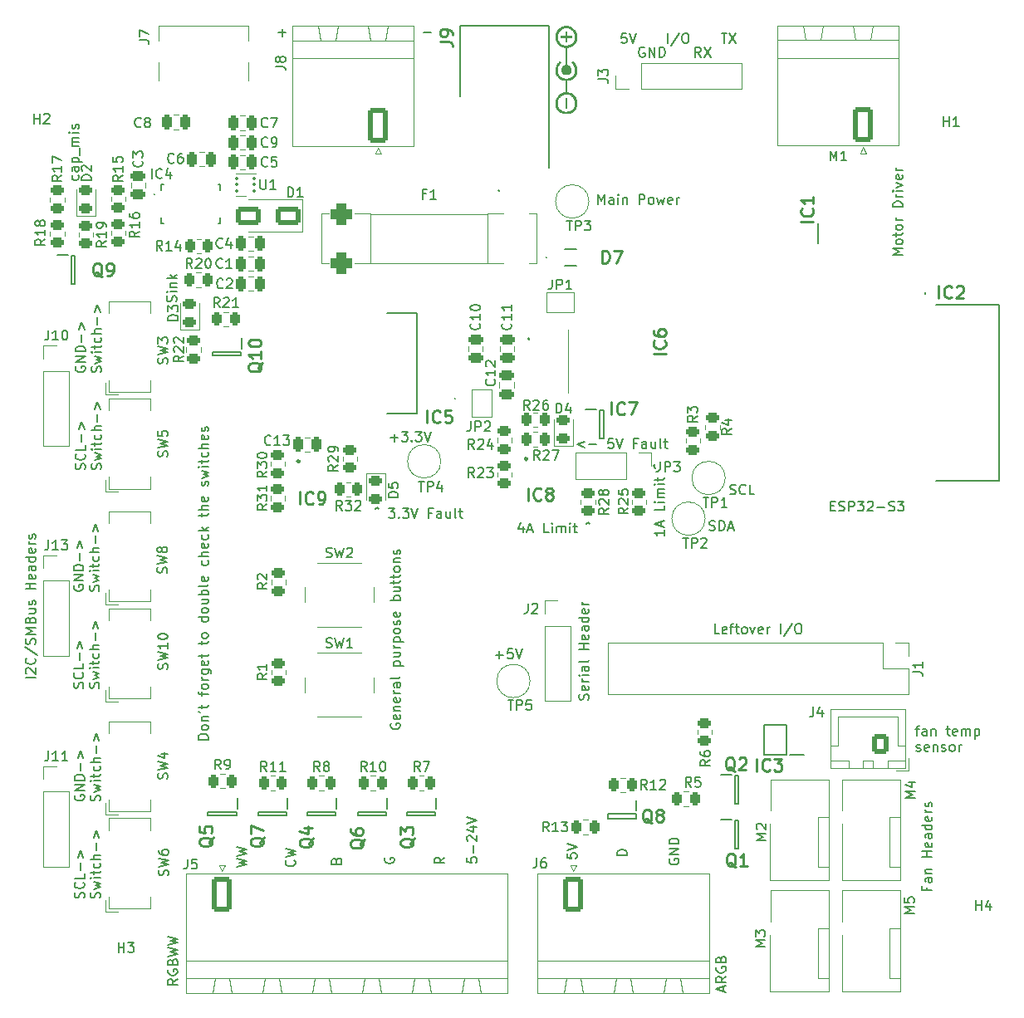
<source format=gto>
G04 #@! TF.GenerationSoftware,KiCad,Pcbnew,7.0.10*
G04 #@! TF.CreationDate,2024-05-27T00:35:45+02:00*
G04 #@! TF.ProjectId,ESPHome AIO,45535048-6f6d-4652-9041-494f2e6b6963,rev?*
G04 #@! TF.SameCoordinates,Original*
G04 #@! TF.FileFunction,Legend,Top*
G04 #@! TF.FilePolarity,Positive*
%FSLAX46Y46*%
G04 Gerber Fmt 4.6, Leading zero omitted, Abs format (unit mm)*
G04 Created by KiCad (PCBNEW 7.0.10) date 2024-05-27 00:35:45*
%MOMM*%
%LPD*%
G01*
G04 APERTURE LIST*
G04 Aperture macros list*
%AMRoundRect*
0 Rectangle with rounded corners*
0 $1 Rounding radius*
0 $2 $3 $4 $5 $6 $7 $8 $9 X,Y pos of 4 corners*
0 Add a 4 corners polygon primitive as box body*
4,1,4,$2,$3,$4,$5,$6,$7,$8,$9,$2,$3,0*
0 Add four circle primitives for the rounded corners*
1,1,$1+$1,$2,$3*
1,1,$1+$1,$4,$5*
1,1,$1+$1,$6,$7*
1,1,$1+$1,$8,$9*
0 Add four rect primitives between the rounded corners*
20,1,$1+$1,$2,$3,$4,$5,0*
20,1,$1+$1,$4,$5,$6,$7,0*
20,1,$1+$1,$6,$7,$8,$9,0*
20,1,$1+$1,$8,$9,$2,$3,0*%
%AMFreePoly0*
4,1,6,1.000000,0.000000,0.500000,-0.750000,-0.500000,-0.750000,-0.500000,0.750000,0.500000,0.750000,1.000000,0.000000,1.000000,0.000000,$1*%
%AMFreePoly1*
4,1,6,0.500000,-0.750000,-0.650000,-0.750000,-0.150000,0.000000,-0.650000,0.750000,0.500000,0.750000,0.500000,-0.750000,0.500000,-0.750000,$1*%
G04 Aperture macros list end*
%ADD10C,0.150000*%
%ADD11C,0.254000*%
%ADD12C,0.200000*%
%ADD13C,0.120000*%
%ADD14C,0.250000*%
%ADD15C,0.100000*%
%ADD16C,0.125000*%
%ADD17R,0.600000X1.050000*%
%ADD18C,0.650000*%
%ADD19R,0.600000X1.165000*%
%ADD20R,0.600000X1.185000*%
%ADD21R,0.300000X1.240000*%
%ADD22O,1.000000X2.100000*%
%ADD23O,1.000000X1.800000*%
%ADD24RoundRect,0.250000X-0.262500X-0.450000X0.262500X-0.450000X0.262500X0.450000X-0.262500X0.450000X0*%
%ADD25RoundRect,0.250000X-0.450000X0.262500X-0.450000X-0.262500X0.450000X-0.262500X0.450000X0.262500X0*%
%ADD26RoundRect,0.250000X0.450000X-0.262500X0.450000X0.262500X-0.450000X0.262500X-0.450000X-0.262500X0*%
%ADD27RoundRect,0.250000X0.262500X0.450000X-0.262500X0.450000X-0.262500X-0.450000X0.262500X-0.450000X0*%
%ADD28R,1.700000X1.700000*%
%ADD29O,1.700000X1.700000*%
%ADD30FreePoly0,270.000000*%
%ADD31FreePoly1,270.000000*%
%ADD32R,0.700000X0.300000*%
%ADD33R,1.000000X1.700000*%
%ADD34R,1.050000X0.600000*%
%ADD35RoundRect,0.243750X-0.456250X0.243750X-0.456250X-0.243750X0.456250X-0.243750X0.456250X0.243750X0*%
%ADD36RoundRect,0.243750X0.456250X-0.243750X0.456250X0.243750X-0.456250X0.243750X-0.456250X-0.243750X0*%
%ADD37R,0.650000X1.100000*%
%ADD38RoundRect,0.250000X-0.250000X-0.475000X0.250000X-0.475000X0.250000X0.475000X-0.250000X0.475000X0*%
%ADD39R,1.400000X1.400000*%
%ADD40C,1.400000*%
%ADD41C,1.100000*%
%ADD42R,2.030000X1.730000*%
%ADD43O,2.030000X1.730000*%
%ADD44RoundRect,0.250000X0.475000X-0.250000X0.475000X0.250000X-0.475000X0.250000X-0.475000X-0.250000X0*%
%ADD45R,0.550000X0.200000*%
%ADD46R,0.200000X0.550000*%
%ADD47R,0.350000X0.200000*%
%ADD48R,0.200000X0.350000*%
%ADD49R,2.720000X2.650000*%
%ADD50R,1.530000X2.650000*%
%ADD51R,0.200000X1.100000*%
%ADD52R,0.600000X0.200000*%
%ADD53R,0.650000X2.000000*%
%ADD54R,3.200000X2.390000*%
%ADD55C,2.800000*%
%ADD56RoundRect,0.250000X1.000000X0.650000X-1.000000X0.650000X-1.000000X-0.650000X1.000000X-0.650000X0*%
%ADD57RoundRect,0.093750X0.093750X0.106250X-0.093750X0.106250X-0.093750X-0.106250X0.093750X-0.106250X0*%
%ADD58R,1.000000X1.600000*%
%ADD59FreePoly0,0.000000*%
%ADD60FreePoly1,0.000000*%
%ADD61R,1.100000X0.650000*%
%ADD62C,4.300000*%
%ADD63RoundRect,0.249999X0.790001X1.550001X-0.790001X1.550001X-0.790001X-1.550001X0.790001X-1.550001X0*%
%ADD64O,2.080000X3.600000*%
%ADD65C,2.000000*%
%ADD66RoundRect,0.550000X-0.550000X-0.550000X0.550000X-0.550000X0.550000X0.550000X-0.550000X0.550000X0*%
%ADD67C,2.200000*%
%ADD68RoundRect,0.250000X-0.475000X0.250000X-0.475000X-0.250000X0.475000X-0.250000X0.475000X0.250000X0*%
%ADD69R,3.500000X1.600000*%
%ADD70R,9.750000X12.200000*%
%ADD71C,4.800000*%
%ADD72R,0.900000X0.900000*%
%ADD73R,0.900000X1.500000*%
%ADD74R,1.500000X0.900000*%
%ADD75C,8.600000*%
%ADD76R,1.450000X0.450000*%
%ADD77RoundRect,0.250000X0.250000X0.475000X-0.250000X0.475000X-0.250000X-0.475000X0.250000X-0.475000X0*%
%ADD78RoundRect,0.250000X0.600000X0.750000X-0.600000X0.750000X-0.600000X-0.750000X0.600000X-0.750000X0*%
%ADD79O,1.700000X2.000000*%
%ADD80RoundRect,0.249999X-0.790001X-1.550001X0.790001X-1.550001X0.790001X1.550001X-0.790001X1.550001X0*%
%ADD81R,1.200000X1.200000*%
%ADD82R,2.500000X1.500000*%
%ADD83R,7.000000X7.000000*%
G04 APERTURE END LIST*
D10*
X141296553Y-92303152D02*
X141296553Y-92969819D01*
X141058458Y-91922200D02*
X140820363Y-92636485D01*
X140820363Y-92636485D02*
X141439410Y-92636485D01*
X141772744Y-92684104D02*
X142248934Y-92684104D01*
X141677506Y-92969819D02*
X142010839Y-91969819D01*
X142010839Y-91969819D02*
X142344172Y-92969819D01*
X143915601Y-92969819D02*
X143439411Y-92969819D01*
X143439411Y-92969819D02*
X143439411Y-91969819D01*
X144248935Y-92969819D02*
X144248935Y-92303152D01*
X144248935Y-91969819D02*
X144201316Y-92017438D01*
X144201316Y-92017438D02*
X144248935Y-92065057D01*
X144248935Y-92065057D02*
X144296554Y-92017438D01*
X144296554Y-92017438D02*
X144248935Y-91969819D01*
X144248935Y-91969819D02*
X144248935Y-92065057D01*
X144725125Y-92969819D02*
X144725125Y-92303152D01*
X144725125Y-92398390D02*
X144772744Y-92350771D01*
X144772744Y-92350771D02*
X144867982Y-92303152D01*
X144867982Y-92303152D02*
X145010839Y-92303152D01*
X145010839Y-92303152D02*
X145106077Y-92350771D01*
X145106077Y-92350771D02*
X145153696Y-92446009D01*
X145153696Y-92446009D02*
X145153696Y-92969819D01*
X145153696Y-92446009D02*
X145201315Y-92350771D01*
X145201315Y-92350771D02*
X145296553Y-92303152D01*
X145296553Y-92303152D02*
X145439410Y-92303152D01*
X145439410Y-92303152D02*
X145534649Y-92350771D01*
X145534649Y-92350771D02*
X145582268Y-92446009D01*
X145582268Y-92446009D02*
X145582268Y-92969819D01*
X146058458Y-92969819D02*
X146058458Y-92303152D01*
X146058458Y-91969819D02*
X146010839Y-92017438D01*
X146010839Y-92017438D02*
X146058458Y-92065057D01*
X146058458Y-92065057D02*
X146106077Y-92017438D01*
X146106077Y-92017438D02*
X146058458Y-91969819D01*
X146058458Y-91969819D02*
X146058458Y-92065057D01*
X146391791Y-92303152D02*
X146772743Y-92303152D01*
X146534648Y-91969819D02*
X146534648Y-92826961D01*
X146534648Y-92826961D02*
X146582267Y-92922200D01*
X146582267Y-92922200D02*
X146677505Y-92969819D01*
X146677505Y-92969819D02*
X146772743Y-92969819D01*
X147725125Y-92065057D02*
X147915601Y-91922200D01*
X147915601Y-91922200D02*
X148106077Y-92065057D01*
X127817438Y-112439411D02*
X127769819Y-112534649D01*
X127769819Y-112534649D02*
X127769819Y-112677506D01*
X127769819Y-112677506D02*
X127817438Y-112820363D01*
X127817438Y-112820363D02*
X127912676Y-112915601D01*
X127912676Y-112915601D02*
X128007914Y-112963220D01*
X128007914Y-112963220D02*
X128198390Y-113010839D01*
X128198390Y-113010839D02*
X128341247Y-113010839D01*
X128341247Y-113010839D02*
X128531723Y-112963220D01*
X128531723Y-112963220D02*
X128626961Y-112915601D01*
X128626961Y-112915601D02*
X128722200Y-112820363D01*
X128722200Y-112820363D02*
X128769819Y-112677506D01*
X128769819Y-112677506D02*
X128769819Y-112582268D01*
X128769819Y-112582268D02*
X128722200Y-112439411D01*
X128722200Y-112439411D02*
X128674580Y-112391792D01*
X128674580Y-112391792D02*
X128341247Y-112391792D01*
X128341247Y-112391792D02*
X128341247Y-112582268D01*
X128722200Y-111582268D02*
X128769819Y-111677506D01*
X128769819Y-111677506D02*
X128769819Y-111867982D01*
X128769819Y-111867982D02*
X128722200Y-111963220D01*
X128722200Y-111963220D02*
X128626961Y-112010839D01*
X128626961Y-112010839D02*
X128246009Y-112010839D01*
X128246009Y-112010839D02*
X128150771Y-111963220D01*
X128150771Y-111963220D02*
X128103152Y-111867982D01*
X128103152Y-111867982D02*
X128103152Y-111677506D01*
X128103152Y-111677506D02*
X128150771Y-111582268D01*
X128150771Y-111582268D02*
X128246009Y-111534649D01*
X128246009Y-111534649D02*
X128341247Y-111534649D01*
X128341247Y-111534649D02*
X128436485Y-112010839D01*
X128103152Y-111106077D02*
X128769819Y-111106077D01*
X128198390Y-111106077D02*
X128150771Y-111058458D01*
X128150771Y-111058458D02*
X128103152Y-110963220D01*
X128103152Y-110963220D02*
X128103152Y-110820363D01*
X128103152Y-110820363D02*
X128150771Y-110725125D01*
X128150771Y-110725125D02*
X128246009Y-110677506D01*
X128246009Y-110677506D02*
X128769819Y-110677506D01*
X128722200Y-109820363D02*
X128769819Y-109915601D01*
X128769819Y-109915601D02*
X128769819Y-110106077D01*
X128769819Y-110106077D02*
X128722200Y-110201315D01*
X128722200Y-110201315D02*
X128626961Y-110248934D01*
X128626961Y-110248934D02*
X128246009Y-110248934D01*
X128246009Y-110248934D02*
X128150771Y-110201315D01*
X128150771Y-110201315D02*
X128103152Y-110106077D01*
X128103152Y-110106077D02*
X128103152Y-109915601D01*
X128103152Y-109915601D02*
X128150771Y-109820363D01*
X128150771Y-109820363D02*
X128246009Y-109772744D01*
X128246009Y-109772744D02*
X128341247Y-109772744D01*
X128341247Y-109772744D02*
X128436485Y-110248934D01*
X128769819Y-109344172D02*
X128103152Y-109344172D01*
X128293628Y-109344172D02*
X128198390Y-109296553D01*
X128198390Y-109296553D02*
X128150771Y-109248934D01*
X128150771Y-109248934D02*
X128103152Y-109153696D01*
X128103152Y-109153696D02*
X128103152Y-109058458D01*
X128769819Y-108296553D02*
X128246009Y-108296553D01*
X128246009Y-108296553D02*
X128150771Y-108344172D01*
X128150771Y-108344172D02*
X128103152Y-108439410D01*
X128103152Y-108439410D02*
X128103152Y-108629886D01*
X128103152Y-108629886D02*
X128150771Y-108725124D01*
X128722200Y-108296553D02*
X128769819Y-108391791D01*
X128769819Y-108391791D02*
X128769819Y-108629886D01*
X128769819Y-108629886D02*
X128722200Y-108725124D01*
X128722200Y-108725124D02*
X128626961Y-108772743D01*
X128626961Y-108772743D02*
X128531723Y-108772743D01*
X128531723Y-108772743D02*
X128436485Y-108725124D01*
X128436485Y-108725124D02*
X128388866Y-108629886D01*
X128388866Y-108629886D02*
X128388866Y-108391791D01*
X128388866Y-108391791D02*
X128341247Y-108296553D01*
X128769819Y-107677505D02*
X128722200Y-107772743D01*
X128722200Y-107772743D02*
X128626961Y-107820362D01*
X128626961Y-107820362D02*
X127769819Y-107820362D01*
X128103152Y-106534647D02*
X129103152Y-106534647D01*
X128150771Y-106534647D02*
X128103152Y-106439409D01*
X128103152Y-106439409D02*
X128103152Y-106248933D01*
X128103152Y-106248933D02*
X128150771Y-106153695D01*
X128150771Y-106153695D02*
X128198390Y-106106076D01*
X128198390Y-106106076D02*
X128293628Y-106058457D01*
X128293628Y-106058457D02*
X128579342Y-106058457D01*
X128579342Y-106058457D02*
X128674580Y-106106076D01*
X128674580Y-106106076D02*
X128722200Y-106153695D01*
X128722200Y-106153695D02*
X128769819Y-106248933D01*
X128769819Y-106248933D02*
X128769819Y-106439409D01*
X128769819Y-106439409D02*
X128722200Y-106534647D01*
X128103152Y-105201314D02*
X128769819Y-105201314D01*
X128103152Y-105629885D02*
X128626961Y-105629885D01*
X128626961Y-105629885D02*
X128722200Y-105582266D01*
X128722200Y-105582266D02*
X128769819Y-105487028D01*
X128769819Y-105487028D02*
X128769819Y-105344171D01*
X128769819Y-105344171D02*
X128722200Y-105248933D01*
X128722200Y-105248933D02*
X128674580Y-105201314D01*
X128769819Y-104725123D02*
X128103152Y-104725123D01*
X128293628Y-104725123D02*
X128198390Y-104677504D01*
X128198390Y-104677504D02*
X128150771Y-104629885D01*
X128150771Y-104629885D02*
X128103152Y-104534647D01*
X128103152Y-104534647D02*
X128103152Y-104439409D01*
X128103152Y-104106075D02*
X129103152Y-104106075D01*
X128150771Y-104106075D02*
X128103152Y-104010837D01*
X128103152Y-104010837D02*
X128103152Y-103820361D01*
X128103152Y-103820361D02*
X128150771Y-103725123D01*
X128150771Y-103725123D02*
X128198390Y-103677504D01*
X128198390Y-103677504D02*
X128293628Y-103629885D01*
X128293628Y-103629885D02*
X128579342Y-103629885D01*
X128579342Y-103629885D02*
X128674580Y-103677504D01*
X128674580Y-103677504D02*
X128722200Y-103725123D01*
X128722200Y-103725123D02*
X128769819Y-103820361D01*
X128769819Y-103820361D02*
X128769819Y-104010837D01*
X128769819Y-104010837D02*
X128722200Y-104106075D01*
X128769819Y-103058456D02*
X128722200Y-103153694D01*
X128722200Y-103153694D02*
X128674580Y-103201313D01*
X128674580Y-103201313D02*
X128579342Y-103248932D01*
X128579342Y-103248932D02*
X128293628Y-103248932D01*
X128293628Y-103248932D02*
X128198390Y-103201313D01*
X128198390Y-103201313D02*
X128150771Y-103153694D01*
X128150771Y-103153694D02*
X128103152Y-103058456D01*
X128103152Y-103058456D02*
X128103152Y-102915599D01*
X128103152Y-102915599D02*
X128150771Y-102820361D01*
X128150771Y-102820361D02*
X128198390Y-102772742D01*
X128198390Y-102772742D02*
X128293628Y-102725123D01*
X128293628Y-102725123D02*
X128579342Y-102725123D01*
X128579342Y-102725123D02*
X128674580Y-102772742D01*
X128674580Y-102772742D02*
X128722200Y-102820361D01*
X128722200Y-102820361D02*
X128769819Y-102915599D01*
X128769819Y-102915599D02*
X128769819Y-103058456D01*
X128722200Y-102344170D02*
X128769819Y-102248932D01*
X128769819Y-102248932D02*
X128769819Y-102058456D01*
X128769819Y-102058456D02*
X128722200Y-101963218D01*
X128722200Y-101963218D02*
X128626961Y-101915599D01*
X128626961Y-101915599D02*
X128579342Y-101915599D01*
X128579342Y-101915599D02*
X128484104Y-101963218D01*
X128484104Y-101963218D02*
X128436485Y-102058456D01*
X128436485Y-102058456D02*
X128436485Y-102201313D01*
X128436485Y-102201313D02*
X128388866Y-102296551D01*
X128388866Y-102296551D02*
X128293628Y-102344170D01*
X128293628Y-102344170D02*
X128246009Y-102344170D01*
X128246009Y-102344170D02*
X128150771Y-102296551D01*
X128150771Y-102296551D02*
X128103152Y-102201313D01*
X128103152Y-102201313D02*
X128103152Y-102058456D01*
X128103152Y-102058456D02*
X128150771Y-101963218D01*
X128722200Y-101106075D02*
X128769819Y-101201313D01*
X128769819Y-101201313D02*
X128769819Y-101391789D01*
X128769819Y-101391789D02*
X128722200Y-101487027D01*
X128722200Y-101487027D02*
X128626961Y-101534646D01*
X128626961Y-101534646D02*
X128246009Y-101534646D01*
X128246009Y-101534646D02*
X128150771Y-101487027D01*
X128150771Y-101487027D02*
X128103152Y-101391789D01*
X128103152Y-101391789D02*
X128103152Y-101201313D01*
X128103152Y-101201313D02*
X128150771Y-101106075D01*
X128150771Y-101106075D02*
X128246009Y-101058456D01*
X128246009Y-101058456D02*
X128341247Y-101058456D01*
X128341247Y-101058456D02*
X128436485Y-101534646D01*
X128769819Y-99867979D02*
X127769819Y-99867979D01*
X128150771Y-99867979D02*
X128103152Y-99772741D01*
X128103152Y-99772741D02*
X128103152Y-99582265D01*
X128103152Y-99582265D02*
X128150771Y-99487027D01*
X128150771Y-99487027D02*
X128198390Y-99439408D01*
X128198390Y-99439408D02*
X128293628Y-99391789D01*
X128293628Y-99391789D02*
X128579342Y-99391789D01*
X128579342Y-99391789D02*
X128674580Y-99439408D01*
X128674580Y-99439408D02*
X128722200Y-99487027D01*
X128722200Y-99487027D02*
X128769819Y-99582265D01*
X128769819Y-99582265D02*
X128769819Y-99772741D01*
X128769819Y-99772741D02*
X128722200Y-99867979D01*
X128103152Y-98534646D02*
X128769819Y-98534646D01*
X128103152Y-98963217D02*
X128626961Y-98963217D01*
X128626961Y-98963217D02*
X128722200Y-98915598D01*
X128722200Y-98915598D02*
X128769819Y-98820360D01*
X128769819Y-98820360D02*
X128769819Y-98677503D01*
X128769819Y-98677503D02*
X128722200Y-98582265D01*
X128722200Y-98582265D02*
X128674580Y-98534646D01*
X128103152Y-98201312D02*
X128103152Y-97820360D01*
X127769819Y-98058455D02*
X128626961Y-98058455D01*
X128626961Y-98058455D02*
X128722200Y-98010836D01*
X128722200Y-98010836D02*
X128769819Y-97915598D01*
X128769819Y-97915598D02*
X128769819Y-97820360D01*
X128103152Y-97629883D02*
X128103152Y-97248931D01*
X127769819Y-97487026D02*
X128626961Y-97487026D01*
X128626961Y-97487026D02*
X128722200Y-97439407D01*
X128722200Y-97439407D02*
X128769819Y-97344169D01*
X128769819Y-97344169D02*
X128769819Y-97248931D01*
X128769819Y-96772740D02*
X128722200Y-96867978D01*
X128722200Y-96867978D02*
X128674580Y-96915597D01*
X128674580Y-96915597D02*
X128579342Y-96963216D01*
X128579342Y-96963216D02*
X128293628Y-96963216D01*
X128293628Y-96963216D02*
X128198390Y-96915597D01*
X128198390Y-96915597D02*
X128150771Y-96867978D01*
X128150771Y-96867978D02*
X128103152Y-96772740D01*
X128103152Y-96772740D02*
X128103152Y-96629883D01*
X128103152Y-96629883D02*
X128150771Y-96534645D01*
X128150771Y-96534645D02*
X128198390Y-96487026D01*
X128198390Y-96487026D02*
X128293628Y-96439407D01*
X128293628Y-96439407D02*
X128579342Y-96439407D01*
X128579342Y-96439407D02*
X128674580Y-96487026D01*
X128674580Y-96487026D02*
X128722200Y-96534645D01*
X128722200Y-96534645D02*
X128769819Y-96629883D01*
X128769819Y-96629883D02*
X128769819Y-96772740D01*
X128103152Y-96010835D02*
X128769819Y-96010835D01*
X128198390Y-96010835D02*
X128150771Y-95963216D01*
X128150771Y-95963216D02*
X128103152Y-95867978D01*
X128103152Y-95867978D02*
X128103152Y-95725121D01*
X128103152Y-95725121D02*
X128150771Y-95629883D01*
X128150771Y-95629883D02*
X128246009Y-95582264D01*
X128246009Y-95582264D02*
X128769819Y-95582264D01*
X128722200Y-95153692D02*
X128769819Y-95058454D01*
X128769819Y-95058454D02*
X128769819Y-94867978D01*
X128769819Y-94867978D02*
X128722200Y-94772740D01*
X128722200Y-94772740D02*
X128626961Y-94725121D01*
X128626961Y-94725121D02*
X128579342Y-94725121D01*
X128579342Y-94725121D02*
X128484104Y-94772740D01*
X128484104Y-94772740D02*
X128436485Y-94867978D01*
X128436485Y-94867978D02*
X128436485Y-95010835D01*
X128436485Y-95010835D02*
X128388866Y-95106073D01*
X128388866Y-95106073D02*
X128293628Y-95153692D01*
X128293628Y-95153692D02*
X128246009Y-95153692D01*
X128246009Y-95153692D02*
X128150771Y-95106073D01*
X128150771Y-95106073D02*
X128103152Y-95010835D01*
X128103152Y-95010835D02*
X128103152Y-94867978D01*
X128103152Y-94867978D02*
X128150771Y-94772740D01*
X109169819Y-114063220D02*
X108169819Y-114063220D01*
X108169819Y-114063220D02*
X108169819Y-113825125D01*
X108169819Y-113825125D02*
X108217438Y-113682268D01*
X108217438Y-113682268D02*
X108312676Y-113587030D01*
X108312676Y-113587030D02*
X108407914Y-113539411D01*
X108407914Y-113539411D02*
X108598390Y-113491792D01*
X108598390Y-113491792D02*
X108741247Y-113491792D01*
X108741247Y-113491792D02*
X108931723Y-113539411D01*
X108931723Y-113539411D02*
X109026961Y-113587030D01*
X109026961Y-113587030D02*
X109122200Y-113682268D01*
X109122200Y-113682268D02*
X109169819Y-113825125D01*
X109169819Y-113825125D02*
X109169819Y-114063220D01*
X109169819Y-112920363D02*
X109122200Y-113015601D01*
X109122200Y-113015601D02*
X109074580Y-113063220D01*
X109074580Y-113063220D02*
X108979342Y-113110839D01*
X108979342Y-113110839D02*
X108693628Y-113110839D01*
X108693628Y-113110839D02*
X108598390Y-113063220D01*
X108598390Y-113063220D02*
X108550771Y-113015601D01*
X108550771Y-113015601D02*
X108503152Y-112920363D01*
X108503152Y-112920363D02*
X108503152Y-112777506D01*
X108503152Y-112777506D02*
X108550771Y-112682268D01*
X108550771Y-112682268D02*
X108598390Y-112634649D01*
X108598390Y-112634649D02*
X108693628Y-112587030D01*
X108693628Y-112587030D02*
X108979342Y-112587030D01*
X108979342Y-112587030D02*
X109074580Y-112634649D01*
X109074580Y-112634649D02*
X109122200Y-112682268D01*
X109122200Y-112682268D02*
X109169819Y-112777506D01*
X109169819Y-112777506D02*
X109169819Y-112920363D01*
X108503152Y-112158458D02*
X109169819Y-112158458D01*
X108598390Y-112158458D02*
X108550771Y-112110839D01*
X108550771Y-112110839D02*
X108503152Y-112015601D01*
X108503152Y-112015601D02*
X108503152Y-111872744D01*
X108503152Y-111872744D02*
X108550771Y-111777506D01*
X108550771Y-111777506D02*
X108646009Y-111729887D01*
X108646009Y-111729887D02*
X109169819Y-111729887D01*
X108169819Y-111206077D02*
X108360295Y-111301315D01*
X108503152Y-110920363D02*
X108503152Y-110539411D01*
X108169819Y-110777506D02*
X109026961Y-110777506D01*
X109026961Y-110777506D02*
X109122200Y-110729887D01*
X109122200Y-110729887D02*
X109169819Y-110634649D01*
X109169819Y-110634649D02*
X109169819Y-110539411D01*
X108503152Y-109587029D02*
X108503152Y-109206077D01*
X109169819Y-109444172D02*
X108312676Y-109444172D01*
X108312676Y-109444172D02*
X108217438Y-109396553D01*
X108217438Y-109396553D02*
X108169819Y-109301315D01*
X108169819Y-109301315D02*
X108169819Y-109206077D01*
X109169819Y-108729886D02*
X109122200Y-108825124D01*
X109122200Y-108825124D02*
X109074580Y-108872743D01*
X109074580Y-108872743D02*
X108979342Y-108920362D01*
X108979342Y-108920362D02*
X108693628Y-108920362D01*
X108693628Y-108920362D02*
X108598390Y-108872743D01*
X108598390Y-108872743D02*
X108550771Y-108825124D01*
X108550771Y-108825124D02*
X108503152Y-108729886D01*
X108503152Y-108729886D02*
X108503152Y-108587029D01*
X108503152Y-108587029D02*
X108550771Y-108491791D01*
X108550771Y-108491791D02*
X108598390Y-108444172D01*
X108598390Y-108444172D02*
X108693628Y-108396553D01*
X108693628Y-108396553D02*
X108979342Y-108396553D01*
X108979342Y-108396553D02*
X109074580Y-108444172D01*
X109074580Y-108444172D02*
X109122200Y-108491791D01*
X109122200Y-108491791D02*
X109169819Y-108587029D01*
X109169819Y-108587029D02*
X109169819Y-108729886D01*
X109169819Y-107967981D02*
X108503152Y-107967981D01*
X108693628Y-107967981D02*
X108598390Y-107920362D01*
X108598390Y-107920362D02*
X108550771Y-107872743D01*
X108550771Y-107872743D02*
X108503152Y-107777505D01*
X108503152Y-107777505D02*
X108503152Y-107682267D01*
X108503152Y-106920362D02*
X109312676Y-106920362D01*
X109312676Y-106920362D02*
X109407914Y-106967981D01*
X109407914Y-106967981D02*
X109455533Y-107015600D01*
X109455533Y-107015600D02*
X109503152Y-107110838D01*
X109503152Y-107110838D02*
X109503152Y-107253695D01*
X109503152Y-107253695D02*
X109455533Y-107348933D01*
X109122200Y-106920362D02*
X109169819Y-107015600D01*
X109169819Y-107015600D02*
X109169819Y-107206076D01*
X109169819Y-107206076D02*
X109122200Y-107301314D01*
X109122200Y-107301314D02*
X109074580Y-107348933D01*
X109074580Y-107348933D02*
X108979342Y-107396552D01*
X108979342Y-107396552D02*
X108693628Y-107396552D01*
X108693628Y-107396552D02*
X108598390Y-107348933D01*
X108598390Y-107348933D02*
X108550771Y-107301314D01*
X108550771Y-107301314D02*
X108503152Y-107206076D01*
X108503152Y-107206076D02*
X108503152Y-107015600D01*
X108503152Y-107015600D02*
X108550771Y-106920362D01*
X109122200Y-106063219D02*
X109169819Y-106158457D01*
X109169819Y-106158457D02*
X109169819Y-106348933D01*
X109169819Y-106348933D02*
X109122200Y-106444171D01*
X109122200Y-106444171D02*
X109026961Y-106491790D01*
X109026961Y-106491790D02*
X108646009Y-106491790D01*
X108646009Y-106491790D02*
X108550771Y-106444171D01*
X108550771Y-106444171D02*
X108503152Y-106348933D01*
X108503152Y-106348933D02*
X108503152Y-106158457D01*
X108503152Y-106158457D02*
X108550771Y-106063219D01*
X108550771Y-106063219D02*
X108646009Y-106015600D01*
X108646009Y-106015600D02*
X108741247Y-106015600D01*
X108741247Y-106015600D02*
X108836485Y-106491790D01*
X108503152Y-105729885D02*
X108503152Y-105348933D01*
X108169819Y-105587028D02*
X109026961Y-105587028D01*
X109026961Y-105587028D02*
X109122200Y-105539409D01*
X109122200Y-105539409D02*
X109169819Y-105444171D01*
X109169819Y-105444171D02*
X109169819Y-105348933D01*
X108503152Y-104396551D02*
X108503152Y-104015599D01*
X108169819Y-104253694D02*
X109026961Y-104253694D01*
X109026961Y-104253694D02*
X109122200Y-104206075D01*
X109122200Y-104206075D02*
X109169819Y-104110837D01*
X109169819Y-104110837D02*
X109169819Y-104015599D01*
X109169819Y-103539408D02*
X109122200Y-103634646D01*
X109122200Y-103634646D02*
X109074580Y-103682265D01*
X109074580Y-103682265D02*
X108979342Y-103729884D01*
X108979342Y-103729884D02*
X108693628Y-103729884D01*
X108693628Y-103729884D02*
X108598390Y-103682265D01*
X108598390Y-103682265D02*
X108550771Y-103634646D01*
X108550771Y-103634646D02*
X108503152Y-103539408D01*
X108503152Y-103539408D02*
X108503152Y-103396551D01*
X108503152Y-103396551D02*
X108550771Y-103301313D01*
X108550771Y-103301313D02*
X108598390Y-103253694D01*
X108598390Y-103253694D02*
X108693628Y-103206075D01*
X108693628Y-103206075D02*
X108979342Y-103206075D01*
X108979342Y-103206075D02*
X109074580Y-103253694D01*
X109074580Y-103253694D02*
X109122200Y-103301313D01*
X109122200Y-103301313D02*
X109169819Y-103396551D01*
X109169819Y-103396551D02*
X109169819Y-103539408D01*
X109169819Y-101587027D02*
X108169819Y-101587027D01*
X109122200Y-101587027D02*
X109169819Y-101682265D01*
X109169819Y-101682265D02*
X109169819Y-101872741D01*
X109169819Y-101872741D02*
X109122200Y-101967979D01*
X109122200Y-101967979D02*
X109074580Y-102015598D01*
X109074580Y-102015598D02*
X108979342Y-102063217D01*
X108979342Y-102063217D02*
X108693628Y-102063217D01*
X108693628Y-102063217D02*
X108598390Y-102015598D01*
X108598390Y-102015598D02*
X108550771Y-101967979D01*
X108550771Y-101967979D02*
X108503152Y-101872741D01*
X108503152Y-101872741D02*
X108503152Y-101682265D01*
X108503152Y-101682265D02*
X108550771Y-101587027D01*
X109169819Y-100967979D02*
X109122200Y-101063217D01*
X109122200Y-101063217D02*
X109074580Y-101110836D01*
X109074580Y-101110836D02*
X108979342Y-101158455D01*
X108979342Y-101158455D02*
X108693628Y-101158455D01*
X108693628Y-101158455D02*
X108598390Y-101110836D01*
X108598390Y-101110836D02*
X108550771Y-101063217D01*
X108550771Y-101063217D02*
X108503152Y-100967979D01*
X108503152Y-100967979D02*
X108503152Y-100825122D01*
X108503152Y-100825122D02*
X108550771Y-100729884D01*
X108550771Y-100729884D02*
X108598390Y-100682265D01*
X108598390Y-100682265D02*
X108693628Y-100634646D01*
X108693628Y-100634646D02*
X108979342Y-100634646D01*
X108979342Y-100634646D02*
X109074580Y-100682265D01*
X109074580Y-100682265D02*
X109122200Y-100729884D01*
X109122200Y-100729884D02*
X109169819Y-100825122D01*
X109169819Y-100825122D02*
X109169819Y-100967979D01*
X108503152Y-99777503D02*
X109169819Y-99777503D01*
X108503152Y-100206074D02*
X109026961Y-100206074D01*
X109026961Y-100206074D02*
X109122200Y-100158455D01*
X109122200Y-100158455D02*
X109169819Y-100063217D01*
X109169819Y-100063217D02*
X109169819Y-99920360D01*
X109169819Y-99920360D02*
X109122200Y-99825122D01*
X109122200Y-99825122D02*
X109074580Y-99777503D01*
X109169819Y-99301312D02*
X108169819Y-99301312D01*
X108550771Y-99301312D02*
X108503152Y-99206074D01*
X108503152Y-99206074D02*
X108503152Y-99015598D01*
X108503152Y-99015598D02*
X108550771Y-98920360D01*
X108550771Y-98920360D02*
X108598390Y-98872741D01*
X108598390Y-98872741D02*
X108693628Y-98825122D01*
X108693628Y-98825122D02*
X108979342Y-98825122D01*
X108979342Y-98825122D02*
X109074580Y-98872741D01*
X109074580Y-98872741D02*
X109122200Y-98920360D01*
X109122200Y-98920360D02*
X109169819Y-99015598D01*
X109169819Y-99015598D02*
X109169819Y-99206074D01*
X109169819Y-99206074D02*
X109122200Y-99301312D01*
X109169819Y-98253693D02*
X109122200Y-98348931D01*
X109122200Y-98348931D02*
X109026961Y-98396550D01*
X109026961Y-98396550D02*
X108169819Y-98396550D01*
X109122200Y-97491788D02*
X109169819Y-97587026D01*
X109169819Y-97587026D02*
X109169819Y-97777502D01*
X109169819Y-97777502D02*
X109122200Y-97872740D01*
X109122200Y-97872740D02*
X109026961Y-97920359D01*
X109026961Y-97920359D02*
X108646009Y-97920359D01*
X108646009Y-97920359D02*
X108550771Y-97872740D01*
X108550771Y-97872740D02*
X108503152Y-97777502D01*
X108503152Y-97777502D02*
X108503152Y-97587026D01*
X108503152Y-97587026D02*
X108550771Y-97491788D01*
X108550771Y-97491788D02*
X108646009Y-97444169D01*
X108646009Y-97444169D02*
X108741247Y-97444169D01*
X108741247Y-97444169D02*
X108836485Y-97920359D01*
X109122200Y-95825121D02*
X109169819Y-95920359D01*
X109169819Y-95920359D02*
X109169819Y-96110835D01*
X109169819Y-96110835D02*
X109122200Y-96206073D01*
X109122200Y-96206073D02*
X109074580Y-96253692D01*
X109074580Y-96253692D02*
X108979342Y-96301311D01*
X108979342Y-96301311D02*
X108693628Y-96301311D01*
X108693628Y-96301311D02*
X108598390Y-96253692D01*
X108598390Y-96253692D02*
X108550771Y-96206073D01*
X108550771Y-96206073D02*
X108503152Y-96110835D01*
X108503152Y-96110835D02*
X108503152Y-95920359D01*
X108503152Y-95920359D02*
X108550771Y-95825121D01*
X109169819Y-95396549D02*
X108169819Y-95396549D01*
X109169819Y-94967978D02*
X108646009Y-94967978D01*
X108646009Y-94967978D02*
X108550771Y-95015597D01*
X108550771Y-95015597D02*
X108503152Y-95110835D01*
X108503152Y-95110835D02*
X108503152Y-95253692D01*
X108503152Y-95253692D02*
X108550771Y-95348930D01*
X108550771Y-95348930D02*
X108598390Y-95396549D01*
X109122200Y-94110835D02*
X109169819Y-94206073D01*
X109169819Y-94206073D02*
X109169819Y-94396549D01*
X109169819Y-94396549D02*
X109122200Y-94491787D01*
X109122200Y-94491787D02*
X109026961Y-94539406D01*
X109026961Y-94539406D02*
X108646009Y-94539406D01*
X108646009Y-94539406D02*
X108550771Y-94491787D01*
X108550771Y-94491787D02*
X108503152Y-94396549D01*
X108503152Y-94396549D02*
X108503152Y-94206073D01*
X108503152Y-94206073D02*
X108550771Y-94110835D01*
X108550771Y-94110835D02*
X108646009Y-94063216D01*
X108646009Y-94063216D02*
X108741247Y-94063216D01*
X108741247Y-94063216D02*
X108836485Y-94539406D01*
X109122200Y-93206073D02*
X109169819Y-93301311D01*
X109169819Y-93301311D02*
X109169819Y-93491787D01*
X109169819Y-93491787D02*
X109122200Y-93587025D01*
X109122200Y-93587025D02*
X109074580Y-93634644D01*
X109074580Y-93634644D02*
X108979342Y-93682263D01*
X108979342Y-93682263D02*
X108693628Y-93682263D01*
X108693628Y-93682263D02*
X108598390Y-93634644D01*
X108598390Y-93634644D02*
X108550771Y-93587025D01*
X108550771Y-93587025D02*
X108503152Y-93491787D01*
X108503152Y-93491787D02*
X108503152Y-93301311D01*
X108503152Y-93301311D02*
X108550771Y-93206073D01*
X109169819Y-92777501D02*
X108169819Y-92777501D01*
X108788866Y-92682263D02*
X109169819Y-92396549D01*
X108503152Y-92396549D02*
X108884104Y-92777501D01*
X108503152Y-91348929D02*
X108503152Y-90967977D01*
X108169819Y-91206072D02*
X109026961Y-91206072D01*
X109026961Y-91206072D02*
X109122200Y-91158453D01*
X109122200Y-91158453D02*
X109169819Y-91063215D01*
X109169819Y-91063215D02*
X109169819Y-90967977D01*
X109169819Y-90634643D02*
X108169819Y-90634643D01*
X109169819Y-90206072D02*
X108646009Y-90206072D01*
X108646009Y-90206072D02*
X108550771Y-90253691D01*
X108550771Y-90253691D02*
X108503152Y-90348929D01*
X108503152Y-90348929D02*
X108503152Y-90491786D01*
X108503152Y-90491786D02*
X108550771Y-90587024D01*
X108550771Y-90587024D02*
X108598390Y-90634643D01*
X109122200Y-89348929D02*
X109169819Y-89444167D01*
X109169819Y-89444167D02*
X109169819Y-89634643D01*
X109169819Y-89634643D02*
X109122200Y-89729881D01*
X109122200Y-89729881D02*
X109026961Y-89777500D01*
X109026961Y-89777500D02*
X108646009Y-89777500D01*
X108646009Y-89777500D02*
X108550771Y-89729881D01*
X108550771Y-89729881D02*
X108503152Y-89634643D01*
X108503152Y-89634643D02*
X108503152Y-89444167D01*
X108503152Y-89444167D02*
X108550771Y-89348929D01*
X108550771Y-89348929D02*
X108646009Y-89301310D01*
X108646009Y-89301310D02*
X108741247Y-89301310D01*
X108741247Y-89301310D02*
X108836485Y-89777500D01*
X109122200Y-88158452D02*
X109169819Y-88063214D01*
X109169819Y-88063214D02*
X109169819Y-87872738D01*
X109169819Y-87872738D02*
X109122200Y-87777500D01*
X109122200Y-87777500D02*
X109026961Y-87729881D01*
X109026961Y-87729881D02*
X108979342Y-87729881D01*
X108979342Y-87729881D02*
X108884104Y-87777500D01*
X108884104Y-87777500D02*
X108836485Y-87872738D01*
X108836485Y-87872738D02*
X108836485Y-88015595D01*
X108836485Y-88015595D02*
X108788866Y-88110833D01*
X108788866Y-88110833D02*
X108693628Y-88158452D01*
X108693628Y-88158452D02*
X108646009Y-88158452D01*
X108646009Y-88158452D02*
X108550771Y-88110833D01*
X108550771Y-88110833D02*
X108503152Y-88015595D01*
X108503152Y-88015595D02*
X108503152Y-87872738D01*
X108503152Y-87872738D02*
X108550771Y-87777500D01*
X108503152Y-87396547D02*
X109169819Y-87206071D01*
X109169819Y-87206071D02*
X108693628Y-87015595D01*
X108693628Y-87015595D02*
X109169819Y-86825119D01*
X109169819Y-86825119D02*
X108503152Y-86634643D01*
X109169819Y-86253690D02*
X108503152Y-86253690D01*
X108169819Y-86253690D02*
X108217438Y-86301309D01*
X108217438Y-86301309D02*
X108265057Y-86253690D01*
X108265057Y-86253690D02*
X108217438Y-86206071D01*
X108217438Y-86206071D02*
X108169819Y-86253690D01*
X108169819Y-86253690D02*
X108265057Y-86253690D01*
X108503152Y-85920357D02*
X108503152Y-85539405D01*
X108169819Y-85777500D02*
X109026961Y-85777500D01*
X109026961Y-85777500D02*
X109122200Y-85729881D01*
X109122200Y-85729881D02*
X109169819Y-85634643D01*
X109169819Y-85634643D02*
X109169819Y-85539405D01*
X109122200Y-84777500D02*
X109169819Y-84872738D01*
X109169819Y-84872738D02*
X109169819Y-85063214D01*
X109169819Y-85063214D02*
X109122200Y-85158452D01*
X109122200Y-85158452D02*
X109074580Y-85206071D01*
X109074580Y-85206071D02*
X108979342Y-85253690D01*
X108979342Y-85253690D02*
X108693628Y-85253690D01*
X108693628Y-85253690D02*
X108598390Y-85206071D01*
X108598390Y-85206071D02*
X108550771Y-85158452D01*
X108550771Y-85158452D02*
X108503152Y-85063214D01*
X108503152Y-85063214D02*
X108503152Y-84872738D01*
X108503152Y-84872738D02*
X108550771Y-84777500D01*
X109169819Y-84348928D02*
X108169819Y-84348928D01*
X109169819Y-83920357D02*
X108646009Y-83920357D01*
X108646009Y-83920357D02*
X108550771Y-83967976D01*
X108550771Y-83967976D02*
X108503152Y-84063214D01*
X108503152Y-84063214D02*
X108503152Y-84206071D01*
X108503152Y-84206071D02*
X108550771Y-84301309D01*
X108550771Y-84301309D02*
X108598390Y-84348928D01*
X109122200Y-83063214D02*
X109169819Y-83158452D01*
X109169819Y-83158452D02*
X109169819Y-83348928D01*
X109169819Y-83348928D02*
X109122200Y-83444166D01*
X109122200Y-83444166D02*
X109026961Y-83491785D01*
X109026961Y-83491785D02*
X108646009Y-83491785D01*
X108646009Y-83491785D02*
X108550771Y-83444166D01*
X108550771Y-83444166D02*
X108503152Y-83348928D01*
X108503152Y-83348928D02*
X108503152Y-83158452D01*
X108503152Y-83158452D02*
X108550771Y-83063214D01*
X108550771Y-83063214D02*
X108646009Y-83015595D01*
X108646009Y-83015595D02*
X108741247Y-83015595D01*
X108741247Y-83015595D02*
X108836485Y-83491785D01*
X109122200Y-82634642D02*
X109169819Y-82539404D01*
X109169819Y-82539404D02*
X109169819Y-82348928D01*
X109169819Y-82348928D02*
X109122200Y-82253690D01*
X109122200Y-82253690D02*
X109026961Y-82206071D01*
X109026961Y-82206071D02*
X108979342Y-82206071D01*
X108979342Y-82206071D02*
X108884104Y-82253690D01*
X108884104Y-82253690D02*
X108836485Y-82348928D01*
X108836485Y-82348928D02*
X108836485Y-82491785D01*
X108836485Y-82491785D02*
X108788866Y-82587023D01*
X108788866Y-82587023D02*
X108693628Y-82634642D01*
X108693628Y-82634642D02*
X108646009Y-82634642D01*
X108646009Y-82634642D02*
X108550771Y-82587023D01*
X108550771Y-82587023D02*
X108503152Y-82491785D01*
X108503152Y-82491785D02*
X108503152Y-82348928D01*
X108503152Y-82348928D02*
X108550771Y-82253690D01*
X91569819Y-107763220D02*
X90569819Y-107763220D01*
X90665057Y-107334649D02*
X90617438Y-107287030D01*
X90617438Y-107287030D02*
X90569819Y-107191792D01*
X90569819Y-107191792D02*
X90569819Y-106953697D01*
X90569819Y-106953697D02*
X90617438Y-106858459D01*
X90617438Y-106858459D02*
X90665057Y-106810840D01*
X90665057Y-106810840D02*
X90760295Y-106763221D01*
X90760295Y-106763221D02*
X90855533Y-106763221D01*
X90855533Y-106763221D02*
X90998390Y-106810840D01*
X90998390Y-106810840D02*
X91569819Y-107382268D01*
X91569819Y-107382268D02*
X91569819Y-106763221D01*
X91474580Y-105763221D02*
X91522200Y-105810840D01*
X91522200Y-105810840D02*
X91569819Y-105953697D01*
X91569819Y-105953697D02*
X91569819Y-106048935D01*
X91569819Y-106048935D02*
X91522200Y-106191792D01*
X91522200Y-106191792D02*
X91426961Y-106287030D01*
X91426961Y-106287030D02*
X91331723Y-106334649D01*
X91331723Y-106334649D02*
X91141247Y-106382268D01*
X91141247Y-106382268D02*
X90998390Y-106382268D01*
X90998390Y-106382268D02*
X90807914Y-106334649D01*
X90807914Y-106334649D02*
X90712676Y-106287030D01*
X90712676Y-106287030D02*
X90617438Y-106191792D01*
X90617438Y-106191792D02*
X90569819Y-106048935D01*
X90569819Y-106048935D02*
X90569819Y-105953697D01*
X90569819Y-105953697D02*
X90617438Y-105810840D01*
X90617438Y-105810840D02*
X90665057Y-105763221D01*
X90522200Y-104620364D02*
X91807914Y-105477506D01*
X91522200Y-104334649D02*
X91569819Y-104191792D01*
X91569819Y-104191792D02*
X91569819Y-103953697D01*
X91569819Y-103953697D02*
X91522200Y-103858459D01*
X91522200Y-103858459D02*
X91474580Y-103810840D01*
X91474580Y-103810840D02*
X91379342Y-103763221D01*
X91379342Y-103763221D02*
X91284104Y-103763221D01*
X91284104Y-103763221D02*
X91188866Y-103810840D01*
X91188866Y-103810840D02*
X91141247Y-103858459D01*
X91141247Y-103858459D02*
X91093628Y-103953697D01*
X91093628Y-103953697D02*
X91046009Y-104144173D01*
X91046009Y-104144173D02*
X90998390Y-104239411D01*
X90998390Y-104239411D02*
X90950771Y-104287030D01*
X90950771Y-104287030D02*
X90855533Y-104334649D01*
X90855533Y-104334649D02*
X90760295Y-104334649D01*
X90760295Y-104334649D02*
X90665057Y-104287030D01*
X90665057Y-104287030D02*
X90617438Y-104239411D01*
X90617438Y-104239411D02*
X90569819Y-104144173D01*
X90569819Y-104144173D02*
X90569819Y-103906078D01*
X90569819Y-103906078D02*
X90617438Y-103763221D01*
X91569819Y-103334649D02*
X90569819Y-103334649D01*
X90569819Y-103334649D02*
X91284104Y-103001316D01*
X91284104Y-103001316D02*
X90569819Y-102667983D01*
X90569819Y-102667983D02*
X91569819Y-102667983D01*
X91046009Y-101858459D02*
X91093628Y-101715602D01*
X91093628Y-101715602D02*
X91141247Y-101667983D01*
X91141247Y-101667983D02*
X91236485Y-101620364D01*
X91236485Y-101620364D02*
X91379342Y-101620364D01*
X91379342Y-101620364D02*
X91474580Y-101667983D01*
X91474580Y-101667983D02*
X91522200Y-101715602D01*
X91522200Y-101715602D02*
X91569819Y-101810840D01*
X91569819Y-101810840D02*
X91569819Y-102191792D01*
X91569819Y-102191792D02*
X90569819Y-102191792D01*
X90569819Y-102191792D02*
X90569819Y-101858459D01*
X90569819Y-101858459D02*
X90617438Y-101763221D01*
X90617438Y-101763221D02*
X90665057Y-101715602D01*
X90665057Y-101715602D02*
X90760295Y-101667983D01*
X90760295Y-101667983D02*
X90855533Y-101667983D01*
X90855533Y-101667983D02*
X90950771Y-101715602D01*
X90950771Y-101715602D02*
X90998390Y-101763221D01*
X90998390Y-101763221D02*
X91046009Y-101858459D01*
X91046009Y-101858459D02*
X91046009Y-102191792D01*
X90903152Y-100763221D02*
X91569819Y-100763221D01*
X90903152Y-101191792D02*
X91426961Y-101191792D01*
X91426961Y-101191792D02*
X91522200Y-101144173D01*
X91522200Y-101144173D02*
X91569819Y-101048935D01*
X91569819Y-101048935D02*
X91569819Y-100906078D01*
X91569819Y-100906078D02*
X91522200Y-100810840D01*
X91522200Y-100810840D02*
X91474580Y-100763221D01*
X91522200Y-100334649D02*
X91569819Y-100239411D01*
X91569819Y-100239411D02*
X91569819Y-100048935D01*
X91569819Y-100048935D02*
X91522200Y-99953697D01*
X91522200Y-99953697D02*
X91426961Y-99906078D01*
X91426961Y-99906078D02*
X91379342Y-99906078D01*
X91379342Y-99906078D02*
X91284104Y-99953697D01*
X91284104Y-99953697D02*
X91236485Y-100048935D01*
X91236485Y-100048935D02*
X91236485Y-100191792D01*
X91236485Y-100191792D02*
X91188866Y-100287030D01*
X91188866Y-100287030D02*
X91093628Y-100334649D01*
X91093628Y-100334649D02*
X91046009Y-100334649D01*
X91046009Y-100334649D02*
X90950771Y-100287030D01*
X90950771Y-100287030D02*
X90903152Y-100191792D01*
X90903152Y-100191792D02*
X90903152Y-100048935D01*
X90903152Y-100048935D02*
X90950771Y-99953697D01*
X91569819Y-98715601D02*
X90569819Y-98715601D01*
X91046009Y-98715601D02*
X91046009Y-98144173D01*
X91569819Y-98144173D02*
X90569819Y-98144173D01*
X91522200Y-97287030D02*
X91569819Y-97382268D01*
X91569819Y-97382268D02*
X91569819Y-97572744D01*
X91569819Y-97572744D02*
X91522200Y-97667982D01*
X91522200Y-97667982D02*
X91426961Y-97715601D01*
X91426961Y-97715601D02*
X91046009Y-97715601D01*
X91046009Y-97715601D02*
X90950771Y-97667982D01*
X90950771Y-97667982D02*
X90903152Y-97572744D01*
X90903152Y-97572744D02*
X90903152Y-97382268D01*
X90903152Y-97382268D02*
X90950771Y-97287030D01*
X90950771Y-97287030D02*
X91046009Y-97239411D01*
X91046009Y-97239411D02*
X91141247Y-97239411D01*
X91141247Y-97239411D02*
X91236485Y-97715601D01*
X91569819Y-96382268D02*
X91046009Y-96382268D01*
X91046009Y-96382268D02*
X90950771Y-96429887D01*
X90950771Y-96429887D02*
X90903152Y-96525125D01*
X90903152Y-96525125D02*
X90903152Y-96715601D01*
X90903152Y-96715601D02*
X90950771Y-96810839D01*
X91522200Y-96382268D02*
X91569819Y-96477506D01*
X91569819Y-96477506D02*
X91569819Y-96715601D01*
X91569819Y-96715601D02*
X91522200Y-96810839D01*
X91522200Y-96810839D02*
X91426961Y-96858458D01*
X91426961Y-96858458D02*
X91331723Y-96858458D01*
X91331723Y-96858458D02*
X91236485Y-96810839D01*
X91236485Y-96810839D02*
X91188866Y-96715601D01*
X91188866Y-96715601D02*
X91188866Y-96477506D01*
X91188866Y-96477506D02*
X91141247Y-96382268D01*
X91569819Y-95477506D02*
X90569819Y-95477506D01*
X91522200Y-95477506D02*
X91569819Y-95572744D01*
X91569819Y-95572744D02*
X91569819Y-95763220D01*
X91569819Y-95763220D02*
X91522200Y-95858458D01*
X91522200Y-95858458D02*
X91474580Y-95906077D01*
X91474580Y-95906077D02*
X91379342Y-95953696D01*
X91379342Y-95953696D02*
X91093628Y-95953696D01*
X91093628Y-95953696D02*
X90998390Y-95906077D01*
X90998390Y-95906077D02*
X90950771Y-95858458D01*
X90950771Y-95858458D02*
X90903152Y-95763220D01*
X90903152Y-95763220D02*
X90903152Y-95572744D01*
X90903152Y-95572744D02*
X90950771Y-95477506D01*
X91522200Y-94620363D02*
X91569819Y-94715601D01*
X91569819Y-94715601D02*
X91569819Y-94906077D01*
X91569819Y-94906077D02*
X91522200Y-95001315D01*
X91522200Y-95001315D02*
X91426961Y-95048934D01*
X91426961Y-95048934D02*
X91046009Y-95048934D01*
X91046009Y-95048934D02*
X90950771Y-95001315D01*
X90950771Y-95001315D02*
X90903152Y-94906077D01*
X90903152Y-94906077D02*
X90903152Y-94715601D01*
X90903152Y-94715601D02*
X90950771Y-94620363D01*
X90950771Y-94620363D02*
X91046009Y-94572744D01*
X91046009Y-94572744D02*
X91141247Y-94572744D01*
X91141247Y-94572744D02*
X91236485Y-95048934D01*
X91569819Y-94144172D02*
X90903152Y-94144172D01*
X91093628Y-94144172D02*
X90998390Y-94096553D01*
X90998390Y-94096553D02*
X90950771Y-94048934D01*
X90950771Y-94048934D02*
X90903152Y-93953696D01*
X90903152Y-93953696D02*
X90903152Y-93858458D01*
X91522200Y-93572743D02*
X91569819Y-93477505D01*
X91569819Y-93477505D02*
X91569819Y-93287029D01*
X91569819Y-93287029D02*
X91522200Y-93191791D01*
X91522200Y-93191791D02*
X91426961Y-93144172D01*
X91426961Y-93144172D02*
X91379342Y-93144172D01*
X91379342Y-93144172D02*
X91284104Y-93191791D01*
X91284104Y-93191791D02*
X91236485Y-93287029D01*
X91236485Y-93287029D02*
X91236485Y-93429886D01*
X91236485Y-93429886D02*
X91188866Y-93525124D01*
X91188866Y-93525124D02*
X91093628Y-93572743D01*
X91093628Y-93572743D02*
X91046009Y-93572743D01*
X91046009Y-93572743D02*
X90950771Y-93525124D01*
X90950771Y-93525124D02*
X90903152Y-93429886D01*
X90903152Y-93429886D02*
X90903152Y-93287029D01*
X90903152Y-93287029D02*
X90950771Y-93191791D01*
X161684104Y-139710839D02*
X161684104Y-139234649D01*
X161969819Y-139806077D02*
X160969819Y-139472744D01*
X160969819Y-139472744D02*
X161969819Y-139139411D01*
X161969819Y-138234649D02*
X161493628Y-138567982D01*
X161969819Y-138806077D02*
X160969819Y-138806077D01*
X160969819Y-138806077D02*
X160969819Y-138425125D01*
X160969819Y-138425125D02*
X161017438Y-138329887D01*
X161017438Y-138329887D02*
X161065057Y-138282268D01*
X161065057Y-138282268D02*
X161160295Y-138234649D01*
X161160295Y-138234649D02*
X161303152Y-138234649D01*
X161303152Y-138234649D02*
X161398390Y-138282268D01*
X161398390Y-138282268D02*
X161446009Y-138329887D01*
X161446009Y-138329887D02*
X161493628Y-138425125D01*
X161493628Y-138425125D02*
X161493628Y-138806077D01*
X161017438Y-137282268D02*
X160969819Y-137377506D01*
X160969819Y-137377506D02*
X160969819Y-137520363D01*
X160969819Y-137520363D02*
X161017438Y-137663220D01*
X161017438Y-137663220D02*
X161112676Y-137758458D01*
X161112676Y-137758458D02*
X161207914Y-137806077D01*
X161207914Y-137806077D02*
X161398390Y-137853696D01*
X161398390Y-137853696D02*
X161541247Y-137853696D01*
X161541247Y-137853696D02*
X161731723Y-137806077D01*
X161731723Y-137806077D02*
X161826961Y-137758458D01*
X161826961Y-137758458D02*
X161922200Y-137663220D01*
X161922200Y-137663220D02*
X161969819Y-137520363D01*
X161969819Y-137520363D02*
X161969819Y-137425125D01*
X161969819Y-137425125D02*
X161922200Y-137282268D01*
X161922200Y-137282268D02*
X161874580Y-137234649D01*
X161874580Y-137234649D02*
X161541247Y-137234649D01*
X161541247Y-137234649D02*
X161541247Y-137425125D01*
X161446009Y-136472744D02*
X161493628Y-136329887D01*
X161493628Y-136329887D02*
X161541247Y-136282268D01*
X161541247Y-136282268D02*
X161636485Y-136234649D01*
X161636485Y-136234649D02*
X161779342Y-136234649D01*
X161779342Y-136234649D02*
X161874580Y-136282268D01*
X161874580Y-136282268D02*
X161922200Y-136329887D01*
X161922200Y-136329887D02*
X161969819Y-136425125D01*
X161969819Y-136425125D02*
X161969819Y-136806077D01*
X161969819Y-136806077D02*
X160969819Y-136806077D01*
X160969819Y-136806077D02*
X160969819Y-136472744D01*
X160969819Y-136472744D02*
X161017438Y-136377506D01*
X161017438Y-136377506D02*
X161065057Y-136329887D01*
X161065057Y-136329887D02*
X161160295Y-136282268D01*
X161160295Y-136282268D02*
X161255533Y-136282268D01*
X161255533Y-136282268D02*
X161350771Y-136329887D01*
X161350771Y-136329887D02*
X161398390Y-136377506D01*
X161398390Y-136377506D02*
X161446009Y-136472744D01*
X161446009Y-136472744D02*
X161446009Y-136806077D01*
X106069819Y-138491792D02*
X105593628Y-138825125D01*
X106069819Y-139063220D02*
X105069819Y-139063220D01*
X105069819Y-139063220D02*
X105069819Y-138682268D01*
X105069819Y-138682268D02*
X105117438Y-138587030D01*
X105117438Y-138587030D02*
X105165057Y-138539411D01*
X105165057Y-138539411D02*
X105260295Y-138491792D01*
X105260295Y-138491792D02*
X105403152Y-138491792D01*
X105403152Y-138491792D02*
X105498390Y-138539411D01*
X105498390Y-138539411D02*
X105546009Y-138587030D01*
X105546009Y-138587030D02*
X105593628Y-138682268D01*
X105593628Y-138682268D02*
X105593628Y-139063220D01*
X105117438Y-137539411D02*
X105069819Y-137634649D01*
X105069819Y-137634649D02*
X105069819Y-137777506D01*
X105069819Y-137777506D02*
X105117438Y-137920363D01*
X105117438Y-137920363D02*
X105212676Y-138015601D01*
X105212676Y-138015601D02*
X105307914Y-138063220D01*
X105307914Y-138063220D02*
X105498390Y-138110839D01*
X105498390Y-138110839D02*
X105641247Y-138110839D01*
X105641247Y-138110839D02*
X105831723Y-138063220D01*
X105831723Y-138063220D02*
X105926961Y-138015601D01*
X105926961Y-138015601D02*
X106022200Y-137920363D01*
X106022200Y-137920363D02*
X106069819Y-137777506D01*
X106069819Y-137777506D02*
X106069819Y-137682268D01*
X106069819Y-137682268D02*
X106022200Y-137539411D01*
X106022200Y-137539411D02*
X105974580Y-137491792D01*
X105974580Y-137491792D02*
X105641247Y-137491792D01*
X105641247Y-137491792D02*
X105641247Y-137682268D01*
X105546009Y-136729887D02*
X105593628Y-136587030D01*
X105593628Y-136587030D02*
X105641247Y-136539411D01*
X105641247Y-136539411D02*
X105736485Y-136491792D01*
X105736485Y-136491792D02*
X105879342Y-136491792D01*
X105879342Y-136491792D02*
X105974580Y-136539411D01*
X105974580Y-136539411D02*
X106022200Y-136587030D01*
X106022200Y-136587030D02*
X106069819Y-136682268D01*
X106069819Y-136682268D02*
X106069819Y-137063220D01*
X106069819Y-137063220D02*
X105069819Y-137063220D01*
X105069819Y-137063220D02*
X105069819Y-136729887D01*
X105069819Y-136729887D02*
X105117438Y-136634649D01*
X105117438Y-136634649D02*
X105165057Y-136587030D01*
X105165057Y-136587030D02*
X105260295Y-136539411D01*
X105260295Y-136539411D02*
X105355533Y-136539411D01*
X105355533Y-136539411D02*
X105450771Y-136587030D01*
X105450771Y-136587030D02*
X105498390Y-136634649D01*
X105498390Y-136634649D02*
X105546009Y-136729887D01*
X105546009Y-136729887D02*
X105546009Y-137063220D01*
X105069819Y-136158458D02*
X106069819Y-135920363D01*
X106069819Y-135920363D02*
X105355533Y-135729887D01*
X105355533Y-135729887D02*
X106069819Y-135539411D01*
X106069819Y-135539411D02*
X105069819Y-135301316D01*
X105069819Y-135015601D02*
X106069819Y-134777506D01*
X106069819Y-134777506D02*
X105355533Y-134587030D01*
X105355533Y-134587030D02*
X106069819Y-134396554D01*
X106069819Y-134396554D02*
X105069819Y-134158459D01*
X147922200Y-110010839D02*
X147969819Y-109867982D01*
X147969819Y-109867982D02*
X147969819Y-109629887D01*
X147969819Y-109629887D02*
X147922200Y-109534649D01*
X147922200Y-109534649D02*
X147874580Y-109487030D01*
X147874580Y-109487030D02*
X147779342Y-109439411D01*
X147779342Y-109439411D02*
X147684104Y-109439411D01*
X147684104Y-109439411D02*
X147588866Y-109487030D01*
X147588866Y-109487030D02*
X147541247Y-109534649D01*
X147541247Y-109534649D02*
X147493628Y-109629887D01*
X147493628Y-109629887D02*
X147446009Y-109820363D01*
X147446009Y-109820363D02*
X147398390Y-109915601D01*
X147398390Y-109915601D02*
X147350771Y-109963220D01*
X147350771Y-109963220D02*
X147255533Y-110010839D01*
X147255533Y-110010839D02*
X147160295Y-110010839D01*
X147160295Y-110010839D02*
X147065057Y-109963220D01*
X147065057Y-109963220D02*
X147017438Y-109915601D01*
X147017438Y-109915601D02*
X146969819Y-109820363D01*
X146969819Y-109820363D02*
X146969819Y-109582268D01*
X146969819Y-109582268D02*
X147017438Y-109439411D01*
X147922200Y-108629887D02*
X147969819Y-108725125D01*
X147969819Y-108725125D02*
X147969819Y-108915601D01*
X147969819Y-108915601D02*
X147922200Y-109010839D01*
X147922200Y-109010839D02*
X147826961Y-109058458D01*
X147826961Y-109058458D02*
X147446009Y-109058458D01*
X147446009Y-109058458D02*
X147350771Y-109010839D01*
X147350771Y-109010839D02*
X147303152Y-108915601D01*
X147303152Y-108915601D02*
X147303152Y-108725125D01*
X147303152Y-108725125D02*
X147350771Y-108629887D01*
X147350771Y-108629887D02*
X147446009Y-108582268D01*
X147446009Y-108582268D02*
X147541247Y-108582268D01*
X147541247Y-108582268D02*
X147636485Y-109058458D01*
X147969819Y-108153696D02*
X147303152Y-108153696D01*
X147493628Y-108153696D02*
X147398390Y-108106077D01*
X147398390Y-108106077D02*
X147350771Y-108058458D01*
X147350771Y-108058458D02*
X147303152Y-107963220D01*
X147303152Y-107963220D02*
X147303152Y-107867982D01*
X147969819Y-107534648D02*
X147303152Y-107534648D01*
X146969819Y-107534648D02*
X147017438Y-107582267D01*
X147017438Y-107582267D02*
X147065057Y-107534648D01*
X147065057Y-107534648D02*
X147017438Y-107487029D01*
X147017438Y-107487029D02*
X146969819Y-107534648D01*
X146969819Y-107534648D02*
X147065057Y-107534648D01*
X147969819Y-106629887D02*
X147446009Y-106629887D01*
X147446009Y-106629887D02*
X147350771Y-106677506D01*
X147350771Y-106677506D02*
X147303152Y-106772744D01*
X147303152Y-106772744D02*
X147303152Y-106963220D01*
X147303152Y-106963220D02*
X147350771Y-107058458D01*
X147922200Y-106629887D02*
X147969819Y-106725125D01*
X147969819Y-106725125D02*
X147969819Y-106963220D01*
X147969819Y-106963220D02*
X147922200Y-107058458D01*
X147922200Y-107058458D02*
X147826961Y-107106077D01*
X147826961Y-107106077D02*
X147731723Y-107106077D01*
X147731723Y-107106077D02*
X147636485Y-107058458D01*
X147636485Y-107058458D02*
X147588866Y-106963220D01*
X147588866Y-106963220D02*
X147588866Y-106725125D01*
X147588866Y-106725125D02*
X147541247Y-106629887D01*
X147969819Y-106010839D02*
X147922200Y-106106077D01*
X147922200Y-106106077D02*
X147826961Y-106153696D01*
X147826961Y-106153696D02*
X146969819Y-106153696D01*
X147969819Y-104867981D02*
X146969819Y-104867981D01*
X147446009Y-104867981D02*
X147446009Y-104296553D01*
X147969819Y-104296553D02*
X146969819Y-104296553D01*
X147922200Y-103439410D02*
X147969819Y-103534648D01*
X147969819Y-103534648D02*
X147969819Y-103725124D01*
X147969819Y-103725124D02*
X147922200Y-103820362D01*
X147922200Y-103820362D02*
X147826961Y-103867981D01*
X147826961Y-103867981D02*
X147446009Y-103867981D01*
X147446009Y-103867981D02*
X147350771Y-103820362D01*
X147350771Y-103820362D02*
X147303152Y-103725124D01*
X147303152Y-103725124D02*
X147303152Y-103534648D01*
X147303152Y-103534648D02*
X147350771Y-103439410D01*
X147350771Y-103439410D02*
X147446009Y-103391791D01*
X147446009Y-103391791D02*
X147541247Y-103391791D01*
X147541247Y-103391791D02*
X147636485Y-103867981D01*
X147969819Y-102534648D02*
X147446009Y-102534648D01*
X147446009Y-102534648D02*
X147350771Y-102582267D01*
X147350771Y-102582267D02*
X147303152Y-102677505D01*
X147303152Y-102677505D02*
X147303152Y-102867981D01*
X147303152Y-102867981D02*
X147350771Y-102963219D01*
X147922200Y-102534648D02*
X147969819Y-102629886D01*
X147969819Y-102629886D02*
X147969819Y-102867981D01*
X147969819Y-102867981D02*
X147922200Y-102963219D01*
X147922200Y-102963219D02*
X147826961Y-103010838D01*
X147826961Y-103010838D02*
X147731723Y-103010838D01*
X147731723Y-103010838D02*
X147636485Y-102963219D01*
X147636485Y-102963219D02*
X147588866Y-102867981D01*
X147588866Y-102867981D02*
X147588866Y-102629886D01*
X147588866Y-102629886D02*
X147541247Y-102534648D01*
X147969819Y-101629886D02*
X146969819Y-101629886D01*
X147922200Y-101629886D02*
X147969819Y-101725124D01*
X147969819Y-101725124D02*
X147969819Y-101915600D01*
X147969819Y-101915600D02*
X147922200Y-102010838D01*
X147922200Y-102010838D02*
X147874580Y-102058457D01*
X147874580Y-102058457D02*
X147779342Y-102106076D01*
X147779342Y-102106076D02*
X147493628Y-102106076D01*
X147493628Y-102106076D02*
X147398390Y-102058457D01*
X147398390Y-102058457D02*
X147350771Y-102010838D01*
X147350771Y-102010838D02*
X147303152Y-101915600D01*
X147303152Y-101915600D02*
X147303152Y-101725124D01*
X147303152Y-101725124D02*
X147350771Y-101629886D01*
X147922200Y-100772743D02*
X147969819Y-100867981D01*
X147969819Y-100867981D02*
X147969819Y-101058457D01*
X147969819Y-101058457D02*
X147922200Y-101153695D01*
X147922200Y-101153695D02*
X147826961Y-101201314D01*
X147826961Y-101201314D02*
X147446009Y-101201314D01*
X147446009Y-101201314D02*
X147350771Y-101153695D01*
X147350771Y-101153695D02*
X147303152Y-101058457D01*
X147303152Y-101058457D02*
X147303152Y-100867981D01*
X147303152Y-100867981D02*
X147350771Y-100772743D01*
X147350771Y-100772743D02*
X147446009Y-100725124D01*
X147446009Y-100725124D02*
X147541247Y-100725124D01*
X147541247Y-100725124D02*
X147636485Y-101201314D01*
X147969819Y-100296552D02*
X147303152Y-100296552D01*
X147493628Y-100296552D02*
X147398390Y-100248933D01*
X147398390Y-100248933D02*
X147350771Y-100201314D01*
X147350771Y-100201314D02*
X147303152Y-100106076D01*
X147303152Y-100106076D02*
X147303152Y-100010838D01*
X161312969Y-103269819D02*
X160836779Y-103269819D01*
X160836779Y-103269819D02*
X160836779Y-102269819D01*
X162027255Y-103222200D02*
X161932017Y-103269819D01*
X161932017Y-103269819D02*
X161741541Y-103269819D01*
X161741541Y-103269819D02*
X161646303Y-103222200D01*
X161646303Y-103222200D02*
X161598684Y-103126961D01*
X161598684Y-103126961D02*
X161598684Y-102746009D01*
X161598684Y-102746009D02*
X161646303Y-102650771D01*
X161646303Y-102650771D02*
X161741541Y-102603152D01*
X161741541Y-102603152D02*
X161932017Y-102603152D01*
X161932017Y-102603152D02*
X162027255Y-102650771D01*
X162027255Y-102650771D02*
X162074874Y-102746009D01*
X162074874Y-102746009D02*
X162074874Y-102841247D01*
X162074874Y-102841247D02*
X161598684Y-102936485D01*
X162360589Y-102603152D02*
X162741541Y-102603152D01*
X162503446Y-103269819D02*
X162503446Y-102412676D01*
X162503446Y-102412676D02*
X162551065Y-102317438D01*
X162551065Y-102317438D02*
X162646303Y-102269819D01*
X162646303Y-102269819D02*
X162741541Y-102269819D01*
X162932018Y-102603152D02*
X163312970Y-102603152D01*
X163074875Y-102269819D02*
X163074875Y-103126961D01*
X163074875Y-103126961D02*
X163122494Y-103222200D01*
X163122494Y-103222200D02*
X163217732Y-103269819D01*
X163217732Y-103269819D02*
X163312970Y-103269819D01*
X163789161Y-103269819D02*
X163693923Y-103222200D01*
X163693923Y-103222200D02*
X163646304Y-103174580D01*
X163646304Y-103174580D02*
X163598685Y-103079342D01*
X163598685Y-103079342D02*
X163598685Y-102793628D01*
X163598685Y-102793628D02*
X163646304Y-102698390D01*
X163646304Y-102698390D02*
X163693923Y-102650771D01*
X163693923Y-102650771D02*
X163789161Y-102603152D01*
X163789161Y-102603152D02*
X163932018Y-102603152D01*
X163932018Y-102603152D02*
X164027256Y-102650771D01*
X164027256Y-102650771D02*
X164074875Y-102698390D01*
X164074875Y-102698390D02*
X164122494Y-102793628D01*
X164122494Y-102793628D02*
X164122494Y-103079342D01*
X164122494Y-103079342D02*
X164074875Y-103174580D01*
X164074875Y-103174580D02*
X164027256Y-103222200D01*
X164027256Y-103222200D02*
X163932018Y-103269819D01*
X163932018Y-103269819D02*
X163789161Y-103269819D01*
X164455828Y-102603152D02*
X164693923Y-103269819D01*
X164693923Y-103269819D02*
X164932018Y-102603152D01*
X165693923Y-103222200D02*
X165598685Y-103269819D01*
X165598685Y-103269819D02*
X165408209Y-103269819D01*
X165408209Y-103269819D02*
X165312971Y-103222200D01*
X165312971Y-103222200D02*
X165265352Y-103126961D01*
X165265352Y-103126961D02*
X165265352Y-102746009D01*
X165265352Y-102746009D02*
X165312971Y-102650771D01*
X165312971Y-102650771D02*
X165408209Y-102603152D01*
X165408209Y-102603152D02*
X165598685Y-102603152D01*
X165598685Y-102603152D02*
X165693923Y-102650771D01*
X165693923Y-102650771D02*
X165741542Y-102746009D01*
X165741542Y-102746009D02*
X165741542Y-102841247D01*
X165741542Y-102841247D02*
X165265352Y-102936485D01*
X166170114Y-103269819D02*
X166170114Y-102603152D01*
X166170114Y-102793628D02*
X166217733Y-102698390D01*
X166217733Y-102698390D02*
X166265352Y-102650771D01*
X166265352Y-102650771D02*
X166360590Y-102603152D01*
X166360590Y-102603152D02*
X166455828Y-102603152D01*
X167551067Y-103269819D02*
X167551067Y-102269819D01*
X168741542Y-102222200D02*
X167884400Y-103507914D01*
X169265352Y-102269819D02*
X169455828Y-102269819D01*
X169455828Y-102269819D02*
X169551066Y-102317438D01*
X169551066Y-102317438D02*
X169646304Y-102412676D01*
X169646304Y-102412676D02*
X169693923Y-102603152D01*
X169693923Y-102603152D02*
X169693923Y-102936485D01*
X169693923Y-102936485D02*
X169646304Y-103126961D01*
X169646304Y-103126961D02*
X169551066Y-103222200D01*
X169551066Y-103222200D02*
X169455828Y-103269819D01*
X169455828Y-103269819D02*
X169265352Y-103269819D01*
X169265352Y-103269819D02*
X169170114Y-103222200D01*
X169170114Y-103222200D02*
X169074876Y-103126961D01*
X169074876Y-103126961D02*
X169027257Y-102936485D01*
X169027257Y-102936485D02*
X169027257Y-102603152D01*
X169027257Y-102603152D02*
X169074876Y-102412676D01*
X169074876Y-102412676D02*
X169170114Y-102317438D01*
X169170114Y-102317438D02*
X169265352Y-102269819D01*
X172636779Y-90246009D02*
X172970112Y-90246009D01*
X173112969Y-90769819D02*
X172636779Y-90769819D01*
X172636779Y-90769819D02*
X172636779Y-89769819D01*
X172636779Y-89769819D02*
X173112969Y-89769819D01*
X173493922Y-90722200D02*
X173636779Y-90769819D01*
X173636779Y-90769819D02*
X173874874Y-90769819D01*
X173874874Y-90769819D02*
X173970112Y-90722200D01*
X173970112Y-90722200D02*
X174017731Y-90674580D01*
X174017731Y-90674580D02*
X174065350Y-90579342D01*
X174065350Y-90579342D02*
X174065350Y-90484104D01*
X174065350Y-90484104D02*
X174017731Y-90388866D01*
X174017731Y-90388866D02*
X173970112Y-90341247D01*
X173970112Y-90341247D02*
X173874874Y-90293628D01*
X173874874Y-90293628D02*
X173684398Y-90246009D01*
X173684398Y-90246009D02*
X173589160Y-90198390D01*
X173589160Y-90198390D02*
X173541541Y-90150771D01*
X173541541Y-90150771D02*
X173493922Y-90055533D01*
X173493922Y-90055533D02*
X173493922Y-89960295D01*
X173493922Y-89960295D02*
X173541541Y-89865057D01*
X173541541Y-89865057D02*
X173589160Y-89817438D01*
X173589160Y-89817438D02*
X173684398Y-89769819D01*
X173684398Y-89769819D02*
X173922493Y-89769819D01*
X173922493Y-89769819D02*
X174065350Y-89817438D01*
X174493922Y-90769819D02*
X174493922Y-89769819D01*
X174493922Y-89769819D02*
X174874874Y-89769819D01*
X174874874Y-89769819D02*
X174970112Y-89817438D01*
X174970112Y-89817438D02*
X175017731Y-89865057D01*
X175017731Y-89865057D02*
X175065350Y-89960295D01*
X175065350Y-89960295D02*
X175065350Y-90103152D01*
X175065350Y-90103152D02*
X175017731Y-90198390D01*
X175017731Y-90198390D02*
X174970112Y-90246009D01*
X174970112Y-90246009D02*
X174874874Y-90293628D01*
X174874874Y-90293628D02*
X174493922Y-90293628D01*
X175398684Y-89769819D02*
X176017731Y-89769819D01*
X176017731Y-89769819D02*
X175684398Y-90150771D01*
X175684398Y-90150771D02*
X175827255Y-90150771D01*
X175827255Y-90150771D02*
X175922493Y-90198390D01*
X175922493Y-90198390D02*
X175970112Y-90246009D01*
X175970112Y-90246009D02*
X176017731Y-90341247D01*
X176017731Y-90341247D02*
X176017731Y-90579342D01*
X176017731Y-90579342D02*
X175970112Y-90674580D01*
X175970112Y-90674580D02*
X175922493Y-90722200D01*
X175922493Y-90722200D02*
X175827255Y-90769819D01*
X175827255Y-90769819D02*
X175541541Y-90769819D01*
X175541541Y-90769819D02*
X175446303Y-90722200D01*
X175446303Y-90722200D02*
X175398684Y-90674580D01*
X176398684Y-89865057D02*
X176446303Y-89817438D01*
X176446303Y-89817438D02*
X176541541Y-89769819D01*
X176541541Y-89769819D02*
X176779636Y-89769819D01*
X176779636Y-89769819D02*
X176874874Y-89817438D01*
X176874874Y-89817438D02*
X176922493Y-89865057D01*
X176922493Y-89865057D02*
X176970112Y-89960295D01*
X176970112Y-89960295D02*
X176970112Y-90055533D01*
X176970112Y-90055533D02*
X176922493Y-90198390D01*
X176922493Y-90198390D02*
X176351065Y-90769819D01*
X176351065Y-90769819D02*
X176970112Y-90769819D01*
X177398684Y-90388866D02*
X178160589Y-90388866D01*
X178589160Y-90722200D02*
X178732017Y-90769819D01*
X178732017Y-90769819D02*
X178970112Y-90769819D01*
X178970112Y-90769819D02*
X179065350Y-90722200D01*
X179065350Y-90722200D02*
X179112969Y-90674580D01*
X179112969Y-90674580D02*
X179160588Y-90579342D01*
X179160588Y-90579342D02*
X179160588Y-90484104D01*
X179160588Y-90484104D02*
X179112969Y-90388866D01*
X179112969Y-90388866D02*
X179065350Y-90341247D01*
X179065350Y-90341247D02*
X178970112Y-90293628D01*
X178970112Y-90293628D02*
X178779636Y-90246009D01*
X178779636Y-90246009D02*
X178684398Y-90198390D01*
X178684398Y-90198390D02*
X178636779Y-90150771D01*
X178636779Y-90150771D02*
X178589160Y-90055533D01*
X178589160Y-90055533D02*
X178589160Y-89960295D01*
X178589160Y-89960295D02*
X178636779Y-89865057D01*
X178636779Y-89865057D02*
X178684398Y-89817438D01*
X178684398Y-89817438D02*
X178779636Y-89769819D01*
X178779636Y-89769819D02*
X179017731Y-89769819D01*
X179017731Y-89769819D02*
X179160588Y-89817438D01*
X179493922Y-89769819D02*
X180112969Y-89769819D01*
X180112969Y-89769819D02*
X179779636Y-90150771D01*
X179779636Y-90150771D02*
X179922493Y-90150771D01*
X179922493Y-90150771D02*
X180017731Y-90198390D01*
X180017731Y-90198390D02*
X180065350Y-90246009D01*
X180065350Y-90246009D02*
X180112969Y-90341247D01*
X180112969Y-90341247D02*
X180112969Y-90579342D01*
X180112969Y-90579342D02*
X180065350Y-90674580D01*
X180065350Y-90674580D02*
X180017731Y-90722200D01*
X180017731Y-90722200D02*
X179922493Y-90769819D01*
X179922493Y-90769819D02*
X179636779Y-90769819D01*
X179636779Y-90769819D02*
X179541541Y-90722200D01*
X179541541Y-90722200D02*
X179493922Y-90674580D01*
X179969819Y-64663220D02*
X178969819Y-64663220D01*
X178969819Y-64663220D02*
X179684104Y-64329887D01*
X179684104Y-64329887D02*
X178969819Y-63996554D01*
X178969819Y-63996554D02*
X179969819Y-63996554D01*
X179969819Y-63377506D02*
X179922200Y-63472744D01*
X179922200Y-63472744D02*
X179874580Y-63520363D01*
X179874580Y-63520363D02*
X179779342Y-63567982D01*
X179779342Y-63567982D02*
X179493628Y-63567982D01*
X179493628Y-63567982D02*
X179398390Y-63520363D01*
X179398390Y-63520363D02*
X179350771Y-63472744D01*
X179350771Y-63472744D02*
X179303152Y-63377506D01*
X179303152Y-63377506D02*
X179303152Y-63234649D01*
X179303152Y-63234649D02*
X179350771Y-63139411D01*
X179350771Y-63139411D02*
X179398390Y-63091792D01*
X179398390Y-63091792D02*
X179493628Y-63044173D01*
X179493628Y-63044173D02*
X179779342Y-63044173D01*
X179779342Y-63044173D02*
X179874580Y-63091792D01*
X179874580Y-63091792D02*
X179922200Y-63139411D01*
X179922200Y-63139411D02*
X179969819Y-63234649D01*
X179969819Y-63234649D02*
X179969819Y-63377506D01*
X179303152Y-62758458D02*
X179303152Y-62377506D01*
X178969819Y-62615601D02*
X179826961Y-62615601D01*
X179826961Y-62615601D02*
X179922200Y-62567982D01*
X179922200Y-62567982D02*
X179969819Y-62472744D01*
X179969819Y-62472744D02*
X179969819Y-62377506D01*
X179969819Y-61901315D02*
X179922200Y-61996553D01*
X179922200Y-61996553D02*
X179874580Y-62044172D01*
X179874580Y-62044172D02*
X179779342Y-62091791D01*
X179779342Y-62091791D02*
X179493628Y-62091791D01*
X179493628Y-62091791D02*
X179398390Y-62044172D01*
X179398390Y-62044172D02*
X179350771Y-61996553D01*
X179350771Y-61996553D02*
X179303152Y-61901315D01*
X179303152Y-61901315D02*
X179303152Y-61758458D01*
X179303152Y-61758458D02*
X179350771Y-61663220D01*
X179350771Y-61663220D02*
X179398390Y-61615601D01*
X179398390Y-61615601D02*
X179493628Y-61567982D01*
X179493628Y-61567982D02*
X179779342Y-61567982D01*
X179779342Y-61567982D02*
X179874580Y-61615601D01*
X179874580Y-61615601D02*
X179922200Y-61663220D01*
X179922200Y-61663220D02*
X179969819Y-61758458D01*
X179969819Y-61758458D02*
X179969819Y-61901315D01*
X179969819Y-61139410D02*
X179303152Y-61139410D01*
X179493628Y-61139410D02*
X179398390Y-61091791D01*
X179398390Y-61091791D02*
X179350771Y-61044172D01*
X179350771Y-61044172D02*
X179303152Y-60948934D01*
X179303152Y-60948934D02*
X179303152Y-60853696D01*
X179969819Y-59758457D02*
X178969819Y-59758457D01*
X178969819Y-59758457D02*
X178969819Y-59520362D01*
X178969819Y-59520362D02*
X179017438Y-59377505D01*
X179017438Y-59377505D02*
X179112676Y-59282267D01*
X179112676Y-59282267D02*
X179207914Y-59234648D01*
X179207914Y-59234648D02*
X179398390Y-59187029D01*
X179398390Y-59187029D02*
X179541247Y-59187029D01*
X179541247Y-59187029D02*
X179731723Y-59234648D01*
X179731723Y-59234648D02*
X179826961Y-59282267D01*
X179826961Y-59282267D02*
X179922200Y-59377505D01*
X179922200Y-59377505D02*
X179969819Y-59520362D01*
X179969819Y-59520362D02*
X179969819Y-59758457D01*
X179969819Y-58758457D02*
X179303152Y-58758457D01*
X179493628Y-58758457D02*
X179398390Y-58710838D01*
X179398390Y-58710838D02*
X179350771Y-58663219D01*
X179350771Y-58663219D02*
X179303152Y-58567981D01*
X179303152Y-58567981D02*
X179303152Y-58472743D01*
X179969819Y-58139409D02*
X179303152Y-58139409D01*
X178969819Y-58139409D02*
X179017438Y-58187028D01*
X179017438Y-58187028D02*
X179065057Y-58139409D01*
X179065057Y-58139409D02*
X179017438Y-58091790D01*
X179017438Y-58091790D02*
X178969819Y-58139409D01*
X178969819Y-58139409D02*
X179065057Y-58139409D01*
X179303152Y-57758457D02*
X179969819Y-57520362D01*
X179969819Y-57520362D02*
X179303152Y-57282267D01*
X179922200Y-56520362D02*
X179969819Y-56615600D01*
X179969819Y-56615600D02*
X179969819Y-56806076D01*
X179969819Y-56806076D02*
X179922200Y-56901314D01*
X179922200Y-56901314D02*
X179826961Y-56948933D01*
X179826961Y-56948933D02*
X179446009Y-56948933D01*
X179446009Y-56948933D02*
X179350771Y-56901314D01*
X179350771Y-56901314D02*
X179303152Y-56806076D01*
X179303152Y-56806076D02*
X179303152Y-56615600D01*
X179303152Y-56615600D02*
X179350771Y-56520362D01*
X179350771Y-56520362D02*
X179446009Y-56472743D01*
X179446009Y-56472743D02*
X179541247Y-56472743D01*
X179541247Y-56472743D02*
X179636485Y-56948933D01*
X179969819Y-56044171D02*
X179303152Y-56044171D01*
X179493628Y-56044171D02*
X179398390Y-55996552D01*
X179398390Y-55996552D02*
X179350771Y-55948933D01*
X179350771Y-55948933D02*
X179303152Y-55853695D01*
X179303152Y-55853695D02*
X179303152Y-55758457D01*
X161493922Y-42069819D02*
X162065350Y-42069819D01*
X161779636Y-43069819D02*
X161779636Y-42069819D01*
X162303446Y-42069819D02*
X162970112Y-43069819D01*
X162970112Y-42069819D02*
X162303446Y-43069819D01*
X159408207Y-44469819D02*
X159074874Y-43993628D01*
X158836779Y-44469819D02*
X158836779Y-43469819D01*
X158836779Y-43469819D02*
X159217731Y-43469819D01*
X159217731Y-43469819D02*
X159312969Y-43517438D01*
X159312969Y-43517438D02*
X159360588Y-43565057D01*
X159360588Y-43565057D02*
X159408207Y-43660295D01*
X159408207Y-43660295D02*
X159408207Y-43803152D01*
X159408207Y-43803152D02*
X159360588Y-43898390D01*
X159360588Y-43898390D02*
X159312969Y-43946009D01*
X159312969Y-43946009D02*
X159217731Y-43993628D01*
X159217731Y-43993628D02*
X158836779Y-43993628D01*
X159741541Y-43469819D02*
X160408207Y-44469819D01*
X160408207Y-43469819D02*
X159741541Y-44469819D01*
X156036779Y-43069819D02*
X156036779Y-42069819D01*
X157227254Y-42022200D02*
X156370112Y-43307914D01*
X157751064Y-42069819D02*
X157941540Y-42069819D01*
X157941540Y-42069819D02*
X158036778Y-42117438D01*
X158036778Y-42117438D02*
X158132016Y-42212676D01*
X158132016Y-42212676D02*
X158179635Y-42403152D01*
X158179635Y-42403152D02*
X158179635Y-42736485D01*
X158179635Y-42736485D02*
X158132016Y-42926961D01*
X158132016Y-42926961D02*
X158036778Y-43022200D01*
X158036778Y-43022200D02*
X157941540Y-43069819D01*
X157941540Y-43069819D02*
X157751064Y-43069819D01*
X157751064Y-43069819D02*
X157655826Y-43022200D01*
X157655826Y-43022200D02*
X157560588Y-42926961D01*
X157560588Y-42926961D02*
X157512969Y-42736485D01*
X157512969Y-42736485D02*
X157512969Y-42403152D01*
X157512969Y-42403152D02*
X157560588Y-42212676D01*
X157560588Y-42212676D02*
X157655826Y-42117438D01*
X157655826Y-42117438D02*
X157751064Y-42069819D01*
X153660588Y-43517438D02*
X153565350Y-43469819D01*
X153565350Y-43469819D02*
X153422493Y-43469819D01*
X153422493Y-43469819D02*
X153279636Y-43517438D01*
X153279636Y-43517438D02*
X153184398Y-43612676D01*
X153184398Y-43612676D02*
X153136779Y-43707914D01*
X153136779Y-43707914D02*
X153089160Y-43898390D01*
X153089160Y-43898390D02*
X153089160Y-44041247D01*
X153089160Y-44041247D02*
X153136779Y-44231723D01*
X153136779Y-44231723D02*
X153184398Y-44326961D01*
X153184398Y-44326961D02*
X153279636Y-44422200D01*
X153279636Y-44422200D02*
X153422493Y-44469819D01*
X153422493Y-44469819D02*
X153517731Y-44469819D01*
X153517731Y-44469819D02*
X153660588Y-44422200D01*
X153660588Y-44422200D02*
X153708207Y-44374580D01*
X153708207Y-44374580D02*
X153708207Y-44041247D01*
X153708207Y-44041247D02*
X153517731Y-44041247D01*
X154136779Y-44469819D02*
X154136779Y-43469819D01*
X154136779Y-43469819D02*
X154708207Y-44469819D01*
X154708207Y-44469819D02*
X154708207Y-43469819D01*
X155184398Y-44469819D02*
X155184398Y-43469819D01*
X155184398Y-43469819D02*
X155422493Y-43469819D01*
X155422493Y-43469819D02*
X155565350Y-43517438D01*
X155565350Y-43517438D02*
X155660588Y-43612676D01*
X155660588Y-43612676D02*
X155708207Y-43707914D01*
X155708207Y-43707914D02*
X155755826Y-43898390D01*
X155755826Y-43898390D02*
X155755826Y-44041247D01*
X155755826Y-44041247D02*
X155708207Y-44231723D01*
X155708207Y-44231723D02*
X155660588Y-44326961D01*
X155660588Y-44326961D02*
X155565350Y-44422200D01*
X155565350Y-44422200D02*
X155422493Y-44469819D01*
X155422493Y-44469819D02*
X155184398Y-44469819D01*
X151812969Y-42069819D02*
X151336779Y-42069819D01*
X151336779Y-42069819D02*
X151289160Y-42546009D01*
X151289160Y-42546009D02*
X151336779Y-42498390D01*
X151336779Y-42498390D02*
X151432017Y-42450771D01*
X151432017Y-42450771D02*
X151670112Y-42450771D01*
X151670112Y-42450771D02*
X151765350Y-42498390D01*
X151765350Y-42498390D02*
X151812969Y-42546009D01*
X151812969Y-42546009D02*
X151860588Y-42641247D01*
X151860588Y-42641247D02*
X151860588Y-42879342D01*
X151860588Y-42879342D02*
X151812969Y-42974580D01*
X151812969Y-42974580D02*
X151765350Y-43022200D01*
X151765350Y-43022200D02*
X151670112Y-43069819D01*
X151670112Y-43069819D02*
X151432017Y-43069819D01*
X151432017Y-43069819D02*
X151336779Y-43022200D01*
X151336779Y-43022200D02*
X151289160Y-42974580D01*
X152146303Y-42069819D02*
X152479636Y-43069819D01*
X152479636Y-43069819D02*
X152812969Y-42069819D01*
X131136779Y-41988866D02*
X131898684Y-41988866D01*
X95607438Y-119739411D02*
X95559819Y-119834649D01*
X95559819Y-119834649D02*
X95559819Y-119977506D01*
X95559819Y-119977506D02*
X95607438Y-120120363D01*
X95607438Y-120120363D02*
X95702676Y-120215601D01*
X95702676Y-120215601D02*
X95797914Y-120263220D01*
X95797914Y-120263220D02*
X95988390Y-120310839D01*
X95988390Y-120310839D02*
X96131247Y-120310839D01*
X96131247Y-120310839D02*
X96321723Y-120263220D01*
X96321723Y-120263220D02*
X96416961Y-120215601D01*
X96416961Y-120215601D02*
X96512200Y-120120363D01*
X96512200Y-120120363D02*
X96559819Y-119977506D01*
X96559819Y-119977506D02*
X96559819Y-119882268D01*
X96559819Y-119882268D02*
X96512200Y-119739411D01*
X96512200Y-119739411D02*
X96464580Y-119691792D01*
X96464580Y-119691792D02*
X96131247Y-119691792D01*
X96131247Y-119691792D02*
X96131247Y-119882268D01*
X96559819Y-119263220D02*
X95559819Y-119263220D01*
X95559819Y-119263220D02*
X96559819Y-118691792D01*
X96559819Y-118691792D02*
X95559819Y-118691792D01*
X96559819Y-118215601D02*
X95559819Y-118215601D01*
X95559819Y-118215601D02*
X95559819Y-117977506D01*
X95559819Y-117977506D02*
X95607438Y-117834649D01*
X95607438Y-117834649D02*
X95702676Y-117739411D01*
X95702676Y-117739411D02*
X95797914Y-117691792D01*
X95797914Y-117691792D02*
X95988390Y-117644173D01*
X95988390Y-117644173D02*
X96131247Y-117644173D01*
X96131247Y-117644173D02*
X96321723Y-117691792D01*
X96321723Y-117691792D02*
X96416961Y-117739411D01*
X96416961Y-117739411D02*
X96512200Y-117834649D01*
X96512200Y-117834649D02*
X96559819Y-117977506D01*
X96559819Y-117977506D02*
X96559819Y-118215601D01*
X96178866Y-117215601D02*
X96178866Y-116453697D01*
X95893152Y-115977506D02*
X96178866Y-115215602D01*
X96178866Y-115215602D02*
X96464580Y-115977506D01*
X98122200Y-120310839D02*
X98169819Y-120167982D01*
X98169819Y-120167982D02*
X98169819Y-119929887D01*
X98169819Y-119929887D02*
X98122200Y-119834649D01*
X98122200Y-119834649D02*
X98074580Y-119787030D01*
X98074580Y-119787030D02*
X97979342Y-119739411D01*
X97979342Y-119739411D02*
X97884104Y-119739411D01*
X97884104Y-119739411D02*
X97788866Y-119787030D01*
X97788866Y-119787030D02*
X97741247Y-119834649D01*
X97741247Y-119834649D02*
X97693628Y-119929887D01*
X97693628Y-119929887D02*
X97646009Y-120120363D01*
X97646009Y-120120363D02*
X97598390Y-120215601D01*
X97598390Y-120215601D02*
X97550771Y-120263220D01*
X97550771Y-120263220D02*
X97455533Y-120310839D01*
X97455533Y-120310839D02*
X97360295Y-120310839D01*
X97360295Y-120310839D02*
X97265057Y-120263220D01*
X97265057Y-120263220D02*
X97217438Y-120215601D01*
X97217438Y-120215601D02*
X97169819Y-120120363D01*
X97169819Y-120120363D02*
X97169819Y-119882268D01*
X97169819Y-119882268D02*
X97217438Y-119739411D01*
X97503152Y-119406077D02*
X98169819Y-119215601D01*
X98169819Y-119215601D02*
X97693628Y-119025125D01*
X97693628Y-119025125D02*
X98169819Y-118834649D01*
X98169819Y-118834649D02*
X97503152Y-118644173D01*
X98169819Y-118263220D02*
X97503152Y-118263220D01*
X97169819Y-118263220D02*
X97217438Y-118310839D01*
X97217438Y-118310839D02*
X97265057Y-118263220D01*
X97265057Y-118263220D02*
X97217438Y-118215601D01*
X97217438Y-118215601D02*
X97169819Y-118263220D01*
X97169819Y-118263220D02*
X97265057Y-118263220D01*
X97503152Y-117929887D02*
X97503152Y-117548935D01*
X97169819Y-117787030D02*
X98026961Y-117787030D01*
X98026961Y-117787030D02*
X98122200Y-117739411D01*
X98122200Y-117739411D02*
X98169819Y-117644173D01*
X98169819Y-117644173D02*
X98169819Y-117548935D01*
X98122200Y-116787030D02*
X98169819Y-116882268D01*
X98169819Y-116882268D02*
X98169819Y-117072744D01*
X98169819Y-117072744D02*
X98122200Y-117167982D01*
X98122200Y-117167982D02*
X98074580Y-117215601D01*
X98074580Y-117215601D02*
X97979342Y-117263220D01*
X97979342Y-117263220D02*
X97693628Y-117263220D01*
X97693628Y-117263220D02*
X97598390Y-117215601D01*
X97598390Y-117215601D02*
X97550771Y-117167982D01*
X97550771Y-117167982D02*
X97503152Y-117072744D01*
X97503152Y-117072744D02*
X97503152Y-116882268D01*
X97503152Y-116882268D02*
X97550771Y-116787030D01*
X98169819Y-116358458D02*
X97169819Y-116358458D01*
X98169819Y-115929887D02*
X97646009Y-115929887D01*
X97646009Y-115929887D02*
X97550771Y-115977506D01*
X97550771Y-115977506D02*
X97503152Y-116072744D01*
X97503152Y-116072744D02*
X97503152Y-116215601D01*
X97503152Y-116215601D02*
X97550771Y-116310839D01*
X97550771Y-116310839D02*
X97598390Y-116358458D01*
X97788866Y-115453696D02*
X97788866Y-114691792D01*
X97503152Y-114215601D02*
X97788866Y-113453697D01*
X97788866Y-113453697D02*
X98074580Y-114215601D01*
X96512200Y-130210839D02*
X96559819Y-130067982D01*
X96559819Y-130067982D02*
X96559819Y-129829887D01*
X96559819Y-129829887D02*
X96512200Y-129734649D01*
X96512200Y-129734649D02*
X96464580Y-129687030D01*
X96464580Y-129687030D02*
X96369342Y-129639411D01*
X96369342Y-129639411D02*
X96274104Y-129639411D01*
X96274104Y-129639411D02*
X96178866Y-129687030D01*
X96178866Y-129687030D02*
X96131247Y-129734649D01*
X96131247Y-129734649D02*
X96083628Y-129829887D01*
X96083628Y-129829887D02*
X96036009Y-130020363D01*
X96036009Y-130020363D02*
X95988390Y-130115601D01*
X95988390Y-130115601D02*
X95940771Y-130163220D01*
X95940771Y-130163220D02*
X95845533Y-130210839D01*
X95845533Y-130210839D02*
X95750295Y-130210839D01*
X95750295Y-130210839D02*
X95655057Y-130163220D01*
X95655057Y-130163220D02*
X95607438Y-130115601D01*
X95607438Y-130115601D02*
X95559819Y-130020363D01*
X95559819Y-130020363D02*
X95559819Y-129782268D01*
X95559819Y-129782268D02*
X95607438Y-129639411D01*
X96464580Y-128639411D02*
X96512200Y-128687030D01*
X96512200Y-128687030D02*
X96559819Y-128829887D01*
X96559819Y-128829887D02*
X96559819Y-128925125D01*
X96559819Y-128925125D02*
X96512200Y-129067982D01*
X96512200Y-129067982D02*
X96416961Y-129163220D01*
X96416961Y-129163220D02*
X96321723Y-129210839D01*
X96321723Y-129210839D02*
X96131247Y-129258458D01*
X96131247Y-129258458D02*
X95988390Y-129258458D01*
X95988390Y-129258458D02*
X95797914Y-129210839D01*
X95797914Y-129210839D02*
X95702676Y-129163220D01*
X95702676Y-129163220D02*
X95607438Y-129067982D01*
X95607438Y-129067982D02*
X95559819Y-128925125D01*
X95559819Y-128925125D02*
X95559819Y-128829887D01*
X95559819Y-128829887D02*
X95607438Y-128687030D01*
X95607438Y-128687030D02*
X95655057Y-128639411D01*
X96559819Y-127734649D02*
X96559819Y-128210839D01*
X96559819Y-128210839D02*
X95559819Y-128210839D01*
X96178866Y-127401315D02*
X96178866Y-126639411D01*
X95893152Y-126163220D02*
X96178866Y-125401316D01*
X96178866Y-125401316D02*
X96464580Y-126163220D01*
X98122200Y-130210839D02*
X98169819Y-130067982D01*
X98169819Y-130067982D02*
X98169819Y-129829887D01*
X98169819Y-129829887D02*
X98122200Y-129734649D01*
X98122200Y-129734649D02*
X98074580Y-129687030D01*
X98074580Y-129687030D02*
X97979342Y-129639411D01*
X97979342Y-129639411D02*
X97884104Y-129639411D01*
X97884104Y-129639411D02*
X97788866Y-129687030D01*
X97788866Y-129687030D02*
X97741247Y-129734649D01*
X97741247Y-129734649D02*
X97693628Y-129829887D01*
X97693628Y-129829887D02*
X97646009Y-130020363D01*
X97646009Y-130020363D02*
X97598390Y-130115601D01*
X97598390Y-130115601D02*
X97550771Y-130163220D01*
X97550771Y-130163220D02*
X97455533Y-130210839D01*
X97455533Y-130210839D02*
X97360295Y-130210839D01*
X97360295Y-130210839D02*
X97265057Y-130163220D01*
X97265057Y-130163220D02*
X97217438Y-130115601D01*
X97217438Y-130115601D02*
X97169819Y-130020363D01*
X97169819Y-130020363D02*
X97169819Y-129782268D01*
X97169819Y-129782268D02*
X97217438Y-129639411D01*
X97503152Y-129306077D02*
X98169819Y-129115601D01*
X98169819Y-129115601D02*
X97693628Y-128925125D01*
X97693628Y-128925125D02*
X98169819Y-128734649D01*
X98169819Y-128734649D02*
X97503152Y-128544173D01*
X98169819Y-128163220D02*
X97503152Y-128163220D01*
X97169819Y-128163220D02*
X97217438Y-128210839D01*
X97217438Y-128210839D02*
X97265057Y-128163220D01*
X97265057Y-128163220D02*
X97217438Y-128115601D01*
X97217438Y-128115601D02*
X97169819Y-128163220D01*
X97169819Y-128163220D02*
X97265057Y-128163220D01*
X97503152Y-127829887D02*
X97503152Y-127448935D01*
X97169819Y-127687030D02*
X98026961Y-127687030D01*
X98026961Y-127687030D02*
X98122200Y-127639411D01*
X98122200Y-127639411D02*
X98169819Y-127544173D01*
X98169819Y-127544173D02*
X98169819Y-127448935D01*
X98122200Y-126687030D02*
X98169819Y-126782268D01*
X98169819Y-126782268D02*
X98169819Y-126972744D01*
X98169819Y-126972744D02*
X98122200Y-127067982D01*
X98122200Y-127067982D02*
X98074580Y-127115601D01*
X98074580Y-127115601D02*
X97979342Y-127163220D01*
X97979342Y-127163220D02*
X97693628Y-127163220D01*
X97693628Y-127163220D02*
X97598390Y-127115601D01*
X97598390Y-127115601D02*
X97550771Y-127067982D01*
X97550771Y-127067982D02*
X97503152Y-126972744D01*
X97503152Y-126972744D02*
X97503152Y-126782268D01*
X97503152Y-126782268D02*
X97550771Y-126687030D01*
X98169819Y-126258458D02*
X97169819Y-126258458D01*
X98169819Y-125829887D02*
X97646009Y-125829887D01*
X97646009Y-125829887D02*
X97550771Y-125877506D01*
X97550771Y-125877506D02*
X97503152Y-125972744D01*
X97503152Y-125972744D02*
X97503152Y-126115601D01*
X97503152Y-126115601D02*
X97550771Y-126210839D01*
X97550771Y-126210839D02*
X97598390Y-126258458D01*
X97788866Y-125353696D02*
X97788866Y-124591792D01*
X97503152Y-124115601D02*
X97788866Y-123353697D01*
X97788866Y-123353697D02*
X98074580Y-124115601D01*
X95507438Y-98339411D02*
X95459819Y-98434649D01*
X95459819Y-98434649D02*
X95459819Y-98577506D01*
X95459819Y-98577506D02*
X95507438Y-98720363D01*
X95507438Y-98720363D02*
X95602676Y-98815601D01*
X95602676Y-98815601D02*
X95697914Y-98863220D01*
X95697914Y-98863220D02*
X95888390Y-98910839D01*
X95888390Y-98910839D02*
X96031247Y-98910839D01*
X96031247Y-98910839D02*
X96221723Y-98863220D01*
X96221723Y-98863220D02*
X96316961Y-98815601D01*
X96316961Y-98815601D02*
X96412200Y-98720363D01*
X96412200Y-98720363D02*
X96459819Y-98577506D01*
X96459819Y-98577506D02*
X96459819Y-98482268D01*
X96459819Y-98482268D02*
X96412200Y-98339411D01*
X96412200Y-98339411D02*
X96364580Y-98291792D01*
X96364580Y-98291792D02*
X96031247Y-98291792D01*
X96031247Y-98291792D02*
X96031247Y-98482268D01*
X96459819Y-97863220D02*
X95459819Y-97863220D01*
X95459819Y-97863220D02*
X96459819Y-97291792D01*
X96459819Y-97291792D02*
X95459819Y-97291792D01*
X96459819Y-96815601D02*
X95459819Y-96815601D01*
X95459819Y-96815601D02*
X95459819Y-96577506D01*
X95459819Y-96577506D02*
X95507438Y-96434649D01*
X95507438Y-96434649D02*
X95602676Y-96339411D01*
X95602676Y-96339411D02*
X95697914Y-96291792D01*
X95697914Y-96291792D02*
X95888390Y-96244173D01*
X95888390Y-96244173D02*
X96031247Y-96244173D01*
X96031247Y-96244173D02*
X96221723Y-96291792D01*
X96221723Y-96291792D02*
X96316961Y-96339411D01*
X96316961Y-96339411D02*
X96412200Y-96434649D01*
X96412200Y-96434649D02*
X96459819Y-96577506D01*
X96459819Y-96577506D02*
X96459819Y-96815601D01*
X96078866Y-95815601D02*
X96078866Y-95053697D01*
X95793152Y-94577506D02*
X96078866Y-93815602D01*
X96078866Y-93815602D02*
X96364580Y-94577506D01*
X98022200Y-98910839D02*
X98069819Y-98767982D01*
X98069819Y-98767982D02*
X98069819Y-98529887D01*
X98069819Y-98529887D02*
X98022200Y-98434649D01*
X98022200Y-98434649D02*
X97974580Y-98387030D01*
X97974580Y-98387030D02*
X97879342Y-98339411D01*
X97879342Y-98339411D02*
X97784104Y-98339411D01*
X97784104Y-98339411D02*
X97688866Y-98387030D01*
X97688866Y-98387030D02*
X97641247Y-98434649D01*
X97641247Y-98434649D02*
X97593628Y-98529887D01*
X97593628Y-98529887D02*
X97546009Y-98720363D01*
X97546009Y-98720363D02*
X97498390Y-98815601D01*
X97498390Y-98815601D02*
X97450771Y-98863220D01*
X97450771Y-98863220D02*
X97355533Y-98910839D01*
X97355533Y-98910839D02*
X97260295Y-98910839D01*
X97260295Y-98910839D02*
X97165057Y-98863220D01*
X97165057Y-98863220D02*
X97117438Y-98815601D01*
X97117438Y-98815601D02*
X97069819Y-98720363D01*
X97069819Y-98720363D02*
X97069819Y-98482268D01*
X97069819Y-98482268D02*
X97117438Y-98339411D01*
X97403152Y-98006077D02*
X98069819Y-97815601D01*
X98069819Y-97815601D02*
X97593628Y-97625125D01*
X97593628Y-97625125D02*
X98069819Y-97434649D01*
X98069819Y-97434649D02*
X97403152Y-97244173D01*
X98069819Y-96863220D02*
X97403152Y-96863220D01*
X97069819Y-96863220D02*
X97117438Y-96910839D01*
X97117438Y-96910839D02*
X97165057Y-96863220D01*
X97165057Y-96863220D02*
X97117438Y-96815601D01*
X97117438Y-96815601D02*
X97069819Y-96863220D01*
X97069819Y-96863220D02*
X97165057Y-96863220D01*
X97403152Y-96529887D02*
X97403152Y-96148935D01*
X97069819Y-96387030D02*
X97926961Y-96387030D01*
X97926961Y-96387030D02*
X98022200Y-96339411D01*
X98022200Y-96339411D02*
X98069819Y-96244173D01*
X98069819Y-96244173D02*
X98069819Y-96148935D01*
X98022200Y-95387030D02*
X98069819Y-95482268D01*
X98069819Y-95482268D02*
X98069819Y-95672744D01*
X98069819Y-95672744D02*
X98022200Y-95767982D01*
X98022200Y-95767982D02*
X97974580Y-95815601D01*
X97974580Y-95815601D02*
X97879342Y-95863220D01*
X97879342Y-95863220D02*
X97593628Y-95863220D01*
X97593628Y-95863220D02*
X97498390Y-95815601D01*
X97498390Y-95815601D02*
X97450771Y-95767982D01*
X97450771Y-95767982D02*
X97403152Y-95672744D01*
X97403152Y-95672744D02*
X97403152Y-95482268D01*
X97403152Y-95482268D02*
X97450771Y-95387030D01*
X98069819Y-94958458D02*
X97069819Y-94958458D01*
X98069819Y-94529887D02*
X97546009Y-94529887D01*
X97546009Y-94529887D02*
X97450771Y-94577506D01*
X97450771Y-94577506D02*
X97403152Y-94672744D01*
X97403152Y-94672744D02*
X97403152Y-94815601D01*
X97403152Y-94815601D02*
X97450771Y-94910839D01*
X97450771Y-94910839D02*
X97498390Y-94958458D01*
X97688866Y-94053696D02*
X97688866Y-93291792D01*
X97403152Y-92815601D02*
X97688866Y-92053697D01*
X97688866Y-92053697D02*
X97974580Y-92815601D01*
X96412200Y-108810839D02*
X96459819Y-108667982D01*
X96459819Y-108667982D02*
X96459819Y-108429887D01*
X96459819Y-108429887D02*
X96412200Y-108334649D01*
X96412200Y-108334649D02*
X96364580Y-108287030D01*
X96364580Y-108287030D02*
X96269342Y-108239411D01*
X96269342Y-108239411D02*
X96174104Y-108239411D01*
X96174104Y-108239411D02*
X96078866Y-108287030D01*
X96078866Y-108287030D02*
X96031247Y-108334649D01*
X96031247Y-108334649D02*
X95983628Y-108429887D01*
X95983628Y-108429887D02*
X95936009Y-108620363D01*
X95936009Y-108620363D02*
X95888390Y-108715601D01*
X95888390Y-108715601D02*
X95840771Y-108763220D01*
X95840771Y-108763220D02*
X95745533Y-108810839D01*
X95745533Y-108810839D02*
X95650295Y-108810839D01*
X95650295Y-108810839D02*
X95555057Y-108763220D01*
X95555057Y-108763220D02*
X95507438Y-108715601D01*
X95507438Y-108715601D02*
X95459819Y-108620363D01*
X95459819Y-108620363D02*
X95459819Y-108382268D01*
X95459819Y-108382268D02*
X95507438Y-108239411D01*
X96364580Y-107239411D02*
X96412200Y-107287030D01*
X96412200Y-107287030D02*
X96459819Y-107429887D01*
X96459819Y-107429887D02*
X96459819Y-107525125D01*
X96459819Y-107525125D02*
X96412200Y-107667982D01*
X96412200Y-107667982D02*
X96316961Y-107763220D01*
X96316961Y-107763220D02*
X96221723Y-107810839D01*
X96221723Y-107810839D02*
X96031247Y-107858458D01*
X96031247Y-107858458D02*
X95888390Y-107858458D01*
X95888390Y-107858458D02*
X95697914Y-107810839D01*
X95697914Y-107810839D02*
X95602676Y-107763220D01*
X95602676Y-107763220D02*
X95507438Y-107667982D01*
X95507438Y-107667982D02*
X95459819Y-107525125D01*
X95459819Y-107525125D02*
X95459819Y-107429887D01*
X95459819Y-107429887D02*
X95507438Y-107287030D01*
X95507438Y-107287030D02*
X95555057Y-107239411D01*
X96459819Y-106334649D02*
X96459819Y-106810839D01*
X96459819Y-106810839D02*
X95459819Y-106810839D01*
X96078866Y-106001315D02*
X96078866Y-105239411D01*
X95793152Y-104763220D02*
X96078866Y-104001316D01*
X96078866Y-104001316D02*
X96364580Y-104763220D01*
X98022200Y-108810839D02*
X98069819Y-108667982D01*
X98069819Y-108667982D02*
X98069819Y-108429887D01*
X98069819Y-108429887D02*
X98022200Y-108334649D01*
X98022200Y-108334649D02*
X97974580Y-108287030D01*
X97974580Y-108287030D02*
X97879342Y-108239411D01*
X97879342Y-108239411D02*
X97784104Y-108239411D01*
X97784104Y-108239411D02*
X97688866Y-108287030D01*
X97688866Y-108287030D02*
X97641247Y-108334649D01*
X97641247Y-108334649D02*
X97593628Y-108429887D01*
X97593628Y-108429887D02*
X97546009Y-108620363D01*
X97546009Y-108620363D02*
X97498390Y-108715601D01*
X97498390Y-108715601D02*
X97450771Y-108763220D01*
X97450771Y-108763220D02*
X97355533Y-108810839D01*
X97355533Y-108810839D02*
X97260295Y-108810839D01*
X97260295Y-108810839D02*
X97165057Y-108763220D01*
X97165057Y-108763220D02*
X97117438Y-108715601D01*
X97117438Y-108715601D02*
X97069819Y-108620363D01*
X97069819Y-108620363D02*
X97069819Y-108382268D01*
X97069819Y-108382268D02*
X97117438Y-108239411D01*
X97403152Y-107906077D02*
X98069819Y-107715601D01*
X98069819Y-107715601D02*
X97593628Y-107525125D01*
X97593628Y-107525125D02*
X98069819Y-107334649D01*
X98069819Y-107334649D02*
X97403152Y-107144173D01*
X98069819Y-106763220D02*
X97403152Y-106763220D01*
X97069819Y-106763220D02*
X97117438Y-106810839D01*
X97117438Y-106810839D02*
X97165057Y-106763220D01*
X97165057Y-106763220D02*
X97117438Y-106715601D01*
X97117438Y-106715601D02*
X97069819Y-106763220D01*
X97069819Y-106763220D02*
X97165057Y-106763220D01*
X97403152Y-106429887D02*
X97403152Y-106048935D01*
X97069819Y-106287030D02*
X97926961Y-106287030D01*
X97926961Y-106287030D02*
X98022200Y-106239411D01*
X98022200Y-106239411D02*
X98069819Y-106144173D01*
X98069819Y-106144173D02*
X98069819Y-106048935D01*
X98022200Y-105287030D02*
X98069819Y-105382268D01*
X98069819Y-105382268D02*
X98069819Y-105572744D01*
X98069819Y-105572744D02*
X98022200Y-105667982D01*
X98022200Y-105667982D02*
X97974580Y-105715601D01*
X97974580Y-105715601D02*
X97879342Y-105763220D01*
X97879342Y-105763220D02*
X97593628Y-105763220D01*
X97593628Y-105763220D02*
X97498390Y-105715601D01*
X97498390Y-105715601D02*
X97450771Y-105667982D01*
X97450771Y-105667982D02*
X97403152Y-105572744D01*
X97403152Y-105572744D02*
X97403152Y-105382268D01*
X97403152Y-105382268D02*
X97450771Y-105287030D01*
X98069819Y-104858458D02*
X97069819Y-104858458D01*
X98069819Y-104429887D02*
X97546009Y-104429887D01*
X97546009Y-104429887D02*
X97450771Y-104477506D01*
X97450771Y-104477506D02*
X97403152Y-104572744D01*
X97403152Y-104572744D02*
X97403152Y-104715601D01*
X97403152Y-104715601D02*
X97450771Y-104810839D01*
X97450771Y-104810839D02*
X97498390Y-104858458D01*
X97688866Y-103953696D02*
X97688866Y-103191792D01*
X97403152Y-102715601D02*
X97688866Y-101953697D01*
X97688866Y-101953697D02*
X97974580Y-102715601D01*
X155669819Y-92708208D02*
X155669819Y-93279636D01*
X155669819Y-92993922D02*
X154669819Y-92993922D01*
X154669819Y-92993922D02*
X154812676Y-93089160D01*
X154812676Y-93089160D02*
X154907914Y-93184398D01*
X154907914Y-93184398D02*
X154955533Y-93279636D01*
X155384104Y-92327255D02*
X155384104Y-91851065D01*
X155669819Y-92422493D02*
X154669819Y-92089160D01*
X154669819Y-92089160D02*
X155669819Y-91755827D01*
X155669819Y-90184398D02*
X155669819Y-90660588D01*
X155669819Y-90660588D02*
X154669819Y-90660588D01*
X155669819Y-89851064D02*
X155003152Y-89851064D01*
X154669819Y-89851064D02*
X154717438Y-89898683D01*
X154717438Y-89898683D02*
X154765057Y-89851064D01*
X154765057Y-89851064D02*
X154717438Y-89803445D01*
X154717438Y-89803445D02*
X154669819Y-89851064D01*
X154669819Y-89851064D02*
X154765057Y-89851064D01*
X155669819Y-89374874D02*
X155003152Y-89374874D01*
X155098390Y-89374874D02*
X155050771Y-89327255D01*
X155050771Y-89327255D02*
X155003152Y-89232017D01*
X155003152Y-89232017D02*
X155003152Y-89089160D01*
X155003152Y-89089160D02*
X155050771Y-88993922D01*
X155050771Y-88993922D02*
X155146009Y-88946303D01*
X155146009Y-88946303D02*
X155669819Y-88946303D01*
X155146009Y-88946303D02*
X155050771Y-88898684D01*
X155050771Y-88898684D02*
X155003152Y-88803446D01*
X155003152Y-88803446D02*
X155003152Y-88660589D01*
X155003152Y-88660589D02*
X155050771Y-88565350D01*
X155050771Y-88565350D02*
X155146009Y-88517731D01*
X155146009Y-88517731D02*
X155669819Y-88517731D01*
X155669819Y-88041541D02*
X155003152Y-88041541D01*
X154669819Y-88041541D02*
X154717438Y-88089160D01*
X154717438Y-88089160D02*
X154765057Y-88041541D01*
X154765057Y-88041541D02*
X154717438Y-87993922D01*
X154717438Y-87993922D02*
X154669819Y-88041541D01*
X154669819Y-88041541D02*
X154765057Y-88041541D01*
X155003152Y-87708208D02*
X155003152Y-87327256D01*
X154669819Y-87565351D02*
X155526961Y-87565351D01*
X155526961Y-87565351D02*
X155622200Y-87517732D01*
X155622200Y-87517732D02*
X155669819Y-87422494D01*
X155669819Y-87422494D02*
X155669819Y-87327256D01*
X154765057Y-86374874D02*
X154622200Y-86184398D01*
X154622200Y-86184398D02*
X154765057Y-85993922D01*
X147529886Y-83703152D02*
X146767981Y-83988866D01*
X146767981Y-83988866D02*
X147529886Y-84274580D01*
X148006076Y-83988866D02*
X148767981Y-83988866D01*
X150482266Y-83369819D02*
X150006076Y-83369819D01*
X150006076Y-83369819D02*
X149958457Y-83846009D01*
X149958457Y-83846009D02*
X150006076Y-83798390D01*
X150006076Y-83798390D02*
X150101314Y-83750771D01*
X150101314Y-83750771D02*
X150339409Y-83750771D01*
X150339409Y-83750771D02*
X150434647Y-83798390D01*
X150434647Y-83798390D02*
X150482266Y-83846009D01*
X150482266Y-83846009D02*
X150529885Y-83941247D01*
X150529885Y-83941247D02*
X150529885Y-84179342D01*
X150529885Y-84179342D02*
X150482266Y-84274580D01*
X150482266Y-84274580D02*
X150434647Y-84322200D01*
X150434647Y-84322200D02*
X150339409Y-84369819D01*
X150339409Y-84369819D02*
X150101314Y-84369819D01*
X150101314Y-84369819D02*
X150006076Y-84322200D01*
X150006076Y-84322200D02*
X149958457Y-84274580D01*
X150815600Y-83369819D02*
X151148933Y-84369819D01*
X151148933Y-84369819D02*
X151482266Y-83369819D01*
X152910838Y-83846009D02*
X152577505Y-83846009D01*
X152577505Y-84369819D02*
X152577505Y-83369819D01*
X152577505Y-83369819D02*
X153053695Y-83369819D01*
X153863219Y-84369819D02*
X153863219Y-83846009D01*
X153863219Y-83846009D02*
X153815600Y-83750771D01*
X153815600Y-83750771D02*
X153720362Y-83703152D01*
X153720362Y-83703152D02*
X153529886Y-83703152D01*
X153529886Y-83703152D02*
X153434648Y-83750771D01*
X153863219Y-84322200D02*
X153767981Y-84369819D01*
X153767981Y-84369819D02*
X153529886Y-84369819D01*
X153529886Y-84369819D02*
X153434648Y-84322200D01*
X153434648Y-84322200D02*
X153387029Y-84226961D01*
X153387029Y-84226961D02*
X153387029Y-84131723D01*
X153387029Y-84131723D02*
X153434648Y-84036485D01*
X153434648Y-84036485D02*
X153529886Y-83988866D01*
X153529886Y-83988866D02*
X153767981Y-83988866D01*
X153767981Y-83988866D02*
X153863219Y-83941247D01*
X154767981Y-83703152D02*
X154767981Y-84369819D01*
X154339410Y-83703152D02*
X154339410Y-84226961D01*
X154339410Y-84226961D02*
X154387029Y-84322200D01*
X154387029Y-84322200D02*
X154482267Y-84369819D01*
X154482267Y-84369819D02*
X154625124Y-84369819D01*
X154625124Y-84369819D02*
X154720362Y-84322200D01*
X154720362Y-84322200D02*
X154767981Y-84274580D01*
X155387029Y-84369819D02*
X155291791Y-84322200D01*
X155291791Y-84322200D02*
X155244172Y-84226961D01*
X155244172Y-84226961D02*
X155244172Y-83369819D01*
X155625125Y-83703152D02*
X156006077Y-83703152D01*
X155767982Y-83369819D02*
X155767982Y-84226961D01*
X155767982Y-84226961D02*
X155815601Y-84322200D01*
X155815601Y-84322200D02*
X155910839Y-84369819D01*
X155910839Y-84369819D02*
X156006077Y-84369819D01*
X126193922Y-90565057D02*
X126384398Y-90422200D01*
X126384398Y-90422200D02*
X126574874Y-90565057D01*
X127574875Y-90469819D02*
X128193922Y-90469819D01*
X128193922Y-90469819D02*
X127860589Y-90850771D01*
X127860589Y-90850771D02*
X128003446Y-90850771D01*
X128003446Y-90850771D02*
X128098684Y-90898390D01*
X128098684Y-90898390D02*
X128146303Y-90946009D01*
X128146303Y-90946009D02*
X128193922Y-91041247D01*
X128193922Y-91041247D02*
X128193922Y-91279342D01*
X128193922Y-91279342D02*
X128146303Y-91374580D01*
X128146303Y-91374580D02*
X128098684Y-91422200D01*
X128098684Y-91422200D02*
X128003446Y-91469819D01*
X128003446Y-91469819D02*
X127717732Y-91469819D01*
X127717732Y-91469819D02*
X127622494Y-91422200D01*
X127622494Y-91422200D02*
X127574875Y-91374580D01*
X128622494Y-91374580D02*
X128670113Y-91422200D01*
X128670113Y-91422200D02*
X128622494Y-91469819D01*
X128622494Y-91469819D02*
X128574875Y-91422200D01*
X128574875Y-91422200D02*
X128622494Y-91374580D01*
X128622494Y-91374580D02*
X128622494Y-91469819D01*
X129003446Y-90469819D02*
X129622493Y-90469819D01*
X129622493Y-90469819D02*
X129289160Y-90850771D01*
X129289160Y-90850771D02*
X129432017Y-90850771D01*
X129432017Y-90850771D02*
X129527255Y-90898390D01*
X129527255Y-90898390D02*
X129574874Y-90946009D01*
X129574874Y-90946009D02*
X129622493Y-91041247D01*
X129622493Y-91041247D02*
X129622493Y-91279342D01*
X129622493Y-91279342D02*
X129574874Y-91374580D01*
X129574874Y-91374580D02*
X129527255Y-91422200D01*
X129527255Y-91422200D02*
X129432017Y-91469819D01*
X129432017Y-91469819D02*
X129146303Y-91469819D01*
X129146303Y-91469819D02*
X129051065Y-91422200D01*
X129051065Y-91422200D02*
X129003446Y-91374580D01*
X129908208Y-90469819D02*
X130241541Y-91469819D01*
X130241541Y-91469819D02*
X130574874Y-90469819D01*
X132003446Y-90946009D02*
X131670113Y-90946009D01*
X131670113Y-91469819D02*
X131670113Y-90469819D01*
X131670113Y-90469819D02*
X132146303Y-90469819D01*
X132955827Y-91469819D02*
X132955827Y-90946009D01*
X132955827Y-90946009D02*
X132908208Y-90850771D01*
X132908208Y-90850771D02*
X132812970Y-90803152D01*
X132812970Y-90803152D02*
X132622494Y-90803152D01*
X132622494Y-90803152D02*
X132527256Y-90850771D01*
X132955827Y-91422200D02*
X132860589Y-91469819D01*
X132860589Y-91469819D02*
X132622494Y-91469819D01*
X132622494Y-91469819D02*
X132527256Y-91422200D01*
X132527256Y-91422200D02*
X132479637Y-91326961D01*
X132479637Y-91326961D02*
X132479637Y-91231723D01*
X132479637Y-91231723D02*
X132527256Y-91136485D01*
X132527256Y-91136485D02*
X132622494Y-91088866D01*
X132622494Y-91088866D02*
X132860589Y-91088866D01*
X132860589Y-91088866D02*
X132955827Y-91041247D01*
X133860589Y-90803152D02*
X133860589Y-91469819D01*
X133432018Y-90803152D02*
X133432018Y-91326961D01*
X133432018Y-91326961D02*
X133479637Y-91422200D01*
X133479637Y-91422200D02*
X133574875Y-91469819D01*
X133574875Y-91469819D02*
X133717732Y-91469819D01*
X133717732Y-91469819D02*
X133812970Y-91422200D01*
X133812970Y-91422200D02*
X133860589Y-91374580D01*
X134479637Y-91469819D02*
X134384399Y-91422200D01*
X134384399Y-91422200D02*
X134336780Y-91326961D01*
X134336780Y-91326961D02*
X134336780Y-90469819D01*
X134717733Y-90803152D02*
X135098685Y-90803152D01*
X134860590Y-90469819D02*
X134860590Y-91326961D01*
X134860590Y-91326961D02*
X134908209Y-91422200D01*
X134908209Y-91422200D02*
X135003447Y-91469819D01*
X135003447Y-91469819D02*
X135098685Y-91469819D01*
X112069819Y-127058458D02*
X113069819Y-126820363D01*
X113069819Y-126820363D02*
X112355533Y-126629887D01*
X112355533Y-126629887D02*
X113069819Y-126439411D01*
X113069819Y-126439411D02*
X112069819Y-126201316D01*
X112069819Y-125915601D02*
X113069819Y-125677506D01*
X113069819Y-125677506D02*
X112355533Y-125487030D01*
X112355533Y-125487030D02*
X113069819Y-125296554D01*
X113069819Y-125296554D02*
X112069819Y-125058459D01*
X160289160Y-92722200D02*
X160432017Y-92769819D01*
X160432017Y-92769819D02*
X160670112Y-92769819D01*
X160670112Y-92769819D02*
X160765350Y-92722200D01*
X160765350Y-92722200D02*
X160812969Y-92674580D01*
X160812969Y-92674580D02*
X160860588Y-92579342D01*
X160860588Y-92579342D02*
X160860588Y-92484104D01*
X160860588Y-92484104D02*
X160812969Y-92388866D01*
X160812969Y-92388866D02*
X160765350Y-92341247D01*
X160765350Y-92341247D02*
X160670112Y-92293628D01*
X160670112Y-92293628D02*
X160479636Y-92246009D01*
X160479636Y-92246009D02*
X160384398Y-92198390D01*
X160384398Y-92198390D02*
X160336779Y-92150771D01*
X160336779Y-92150771D02*
X160289160Y-92055533D01*
X160289160Y-92055533D02*
X160289160Y-91960295D01*
X160289160Y-91960295D02*
X160336779Y-91865057D01*
X160336779Y-91865057D02*
X160384398Y-91817438D01*
X160384398Y-91817438D02*
X160479636Y-91769819D01*
X160479636Y-91769819D02*
X160717731Y-91769819D01*
X160717731Y-91769819D02*
X160860588Y-91817438D01*
X161289160Y-92769819D02*
X161289160Y-91769819D01*
X161289160Y-91769819D02*
X161527255Y-91769819D01*
X161527255Y-91769819D02*
X161670112Y-91817438D01*
X161670112Y-91817438D02*
X161765350Y-91912676D01*
X161765350Y-91912676D02*
X161812969Y-92007914D01*
X161812969Y-92007914D02*
X161860588Y-92198390D01*
X161860588Y-92198390D02*
X161860588Y-92341247D01*
X161860588Y-92341247D02*
X161812969Y-92531723D01*
X161812969Y-92531723D02*
X161765350Y-92626961D01*
X161765350Y-92626961D02*
X161670112Y-92722200D01*
X161670112Y-92722200D02*
X161527255Y-92769819D01*
X161527255Y-92769819D02*
X161289160Y-92769819D01*
X162241541Y-92484104D02*
X162717731Y-92484104D01*
X162146303Y-92769819D02*
X162479636Y-91769819D01*
X162479636Y-91769819D02*
X162812969Y-92769819D01*
X95922200Y-56534649D02*
X95969819Y-56629887D01*
X95969819Y-56629887D02*
X95969819Y-56820363D01*
X95969819Y-56820363D02*
X95922200Y-56915601D01*
X95922200Y-56915601D02*
X95874580Y-56963220D01*
X95874580Y-56963220D02*
X95779342Y-57010839D01*
X95779342Y-57010839D02*
X95493628Y-57010839D01*
X95493628Y-57010839D02*
X95398390Y-56963220D01*
X95398390Y-56963220D02*
X95350771Y-56915601D01*
X95350771Y-56915601D02*
X95303152Y-56820363D01*
X95303152Y-56820363D02*
X95303152Y-56629887D01*
X95303152Y-56629887D02*
X95350771Y-56534649D01*
X95969819Y-55677506D02*
X95446009Y-55677506D01*
X95446009Y-55677506D02*
X95350771Y-55725125D01*
X95350771Y-55725125D02*
X95303152Y-55820363D01*
X95303152Y-55820363D02*
X95303152Y-56010839D01*
X95303152Y-56010839D02*
X95350771Y-56106077D01*
X95922200Y-55677506D02*
X95969819Y-55772744D01*
X95969819Y-55772744D02*
X95969819Y-56010839D01*
X95969819Y-56010839D02*
X95922200Y-56106077D01*
X95922200Y-56106077D02*
X95826961Y-56153696D01*
X95826961Y-56153696D02*
X95731723Y-56153696D01*
X95731723Y-56153696D02*
X95636485Y-56106077D01*
X95636485Y-56106077D02*
X95588866Y-56010839D01*
X95588866Y-56010839D02*
X95588866Y-55772744D01*
X95588866Y-55772744D02*
X95541247Y-55677506D01*
X95303152Y-55201315D02*
X96303152Y-55201315D01*
X95350771Y-55201315D02*
X95303152Y-55106077D01*
X95303152Y-55106077D02*
X95303152Y-54915601D01*
X95303152Y-54915601D02*
X95350771Y-54820363D01*
X95350771Y-54820363D02*
X95398390Y-54772744D01*
X95398390Y-54772744D02*
X95493628Y-54725125D01*
X95493628Y-54725125D02*
X95779342Y-54725125D01*
X95779342Y-54725125D02*
X95874580Y-54772744D01*
X95874580Y-54772744D02*
X95922200Y-54820363D01*
X95922200Y-54820363D02*
X95969819Y-54915601D01*
X95969819Y-54915601D02*
X95969819Y-55106077D01*
X95969819Y-55106077D02*
X95922200Y-55201315D01*
X96065057Y-54534649D02*
X96065057Y-53772744D01*
X95969819Y-53534648D02*
X95303152Y-53534648D01*
X95398390Y-53534648D02*
X95350771Y-53487029D01*
X95350771Y-53487029D02*
X95303152Y-53391791D01*
X95303152Y-53391791D02*
X95303152Y-53248934D01*
X95303152Y-53248934D02*
X95350771Y-53153696D01*
X95350771Y-53153696D02*
X95446009Y-53106077D01*
X95446009Y-53106077D02*
X95969819Y-53106077D01*
X95446009Y-53106077D02*
X95350771Y-53058458D01*
X95350771Y-53058458D02*
X95303152Y-52963220D01*
X95303152Y-52963220D02*
X95303152Y-52820363D01*
X95303152Y-52820363D02*
X95350771Y-52725124D01*
X95350771Y-52725124D02*
X95446009Y-52677505D01*
X95446009Y-52677505D02*
X95969819Y-52677505D01*
X95969819Y-52201315D02*
X95303152Y-52201315D01*
X94969819Y-52201315D02*
X95017438Y-52248934D01*
X95017438Y-52248934D02*
X95065057Y-52201315D01*
X95065057Y-52201315D02*
X95017438Y-52153696D01*
X95017438Y-52153696D02*
X94969819Y-52201315D01*
X94969819Y-52201315D02*
X95065057Y-52201315D01*
X95922200Y-51772744D02*
X95969819Y-51677506D01*
X95969819Y-51677506D02*
X95969819Y-51487030D01*
X95969819Y-51487030D02*
X95922200Y-51391792D01*
X95922200Y-51391792D02*
X95826961Y-51344173D01*
X95826961Y-51344173D02*
X95779342Y-51344173D01*
X95779342Y-51344173D02*
X95684104Y-51391792D01*
X95684104Y-51391792D02*
X95636485Y-51487030D01*
X95636485Y-51487030D02*
X95636485Y-51629887D01*
X95636485Y-51629887D02*
X95588866Y-51725125D01*
X95588866Y-51725125D02*
X95493628Y-51772744D01*
X95493628Y-51772744D02*
X95446009Y-51772744D01*
X95446009Y-51772744D02*
X95350771Y-51725125D01*
X95350771Y-51725125D02*
X95303152Y-51629887D01*
X95303152Y-51629887D02*
X95303152Y-51487030D01*
X95303152Y-51487030D02*
X95350771Y-51391792D01*
X138496779Y-105428866D02*
X139258684Y-105428866D01*
X138877731Y-105809819D02*
X138877731Y-105047914D01*
X140211064Y-104809819D02*
X139734874Y-104809819D01*
X139734874Y-104809819D02*
X139687255Y-105286009D01*
X139687255Y-105286009D02*
X139734874Y-105238390D01*
X139734874Y-105238390D02*
X139830112Y-105190771D01*
X139830112Y-105190771D02*
X140068207Y-105190771D01*
X140068207Y-105190771D02*
X140163445Y-105238390D01*
X140163445Y-105238390D02*
X140211064Y-105286009D01*
X140211064Y-105286009D02*
X140258683Y-105381247D01*
X140258683Y-105381247D02*
X140258683Y-105619342D01*
X140258683Y-105619342D02*
X140211064Y-105714580D01*
X140211064Y-105714580D02*
X140163445Y-105762200D01*
X140163445Y-105762200D02*
X140068207Y-105809819D01*
X140068207Y-105809819D02*
X139830112Y-105809819D01*
X139830112Y-105809819D02*
X139734874Y-105762200D01*
X139734874Y-105762200D02*
X139687255Y-105714580D01*
X140544398Y-104809819D02*
X140877731Y-105809819D01*
X140877731Y-105809819D02*
X141211064Y-104809819D01*
X127217438Y-126139411D02*
X127169819Y-126234649D01*
X127169819Y-126234649D02*
X127169819Y-126377506D01*
X127169819Y-126377506D02*
X127217438Y-126520363D01*
X127217438Y-126520363D02*
X127312676Y-126615601D01*
X127312676Y-126615601D02*
X127407914Y-126663220D01*
X127407914Y-126663220D02*
X127598390Y-126710839D01*
X127598390Y-126710839D02*
X127741247Y-126710839D01*
X127741247Y-126710839D02*
X127931723Y-126663220D01*
X127931723Y-126663220D02*
X128026961Y-126615601D01*
X128026961Y-126615601D02*
X128122200Y-126520363D01*
X128122200Y-126520363D02*
X128169819Y-126377506D01*
X128169819Y-126377506D02*
X128169819Y-126282268D01*
X128169819Y-126282268D02*
X128122200Y-126139411D01*
X128122200Y-126139411D02*
X128074580Y-126091792D01*
X128074580Y-126091792D02*
X127741247Y-126091792D01*
X127741247Y-126091792D02*
X127741247Y-126282268D01*
X105922200Y-69410839D02*
X105969819Y-69267982D01*
X105969819Y-69267982D02*
X105969819Y-69029887D01*
X105969819Y-69029887D02*
X105922200Y-68934649D01*
X105922200Y-68934649D02*
X105874580Y-68887030D01*
X105874580Y-68887030D02*
X105779342Y-68839411D01*
X105779342Y-68839411D02*
X105684104Y-68839411D01*
X105684104Y-68839411D02*
X105588866Y-68887030D01*
X105588866Y-68887030D02*
X105541247Y-68934649D01*
X105541247Y-68934649D02*
X105493628Y-69029887D01*
X105493628Y-69029887D02*
X105446009Y-69220363D01*
X105446009Y-69220363D02*
X105398390Y-69315601D01*
X105398390Y-69315601D02*
X105350771Y-69363220D01*
X105350771Y-69363220D02*
X105255533Y-69410839D01*
X105255533Y-69410839D02*
X105160295Y-69410839D01*
X105160295Y-69410839D02*
X105065057Y-69363220D01*
X105065057Y-69363220D02*
X105017438Y-69315601D01*
X105017438Y-69315601D02*
X104969819Y-69220363D01*
X104969819Y-69220363D02*
X104969819Y-68982268D01*
X104969819Y-68982268D02*
X105017438Y-68839411D01*
X105969819Y-68410839D02*
X105303152Y-68410839D01*
X104969819Y-68410839D02*
X105017438Y-68458458D01*
X105017438Y-68458458D02*
X105065057Y-68410839D01*
X105065057Y-68410839D02*
X105017438Y-68363220D01*
X105017438Y-68363220D02*
X104969819Y-68410839D01*
X104969819Y-68410839D02*
X105065057Y-68410839D01*
X105303152Y-67934649D02*
X105969819Y-67934649D01*
X105398390Y-67934649D02*
X105350771Y-67887030D01*
X105350771Y-67887030D02*
X105303152Y-67791792D01*
X105303152Y-67791792D02*
X105303152Y-67648935D01*
X105303152Y-67648935D02*
X105350771Y-67553697D01*
X105350771Y-67553697D02*
X105446009Y-67506078D01*
X105446009Y-67506078D02*
X105969819Y-67506078D01*
X105969819Y-67029887D02*
X104969819Y-67029887D01*
X105588866Y-66934649D02*
X105969819Y-66648935D01*
X105303152Y-66648935D02*
X105684104Y-67029887D01*
X127756779Y-83288866D02*
X128518684Y-83288866D01*
X128137731Y-83669819D02*
X128137731Y-82907914D01*
X128899636Y-82669819D02*
X129518683Y-82669819D01*
X129518683Y-82669819D02*
X129185350Y-83050771D01*
X129185350Y-83050771D02*
X129328207Y-83050771D01*
X129328207Y-83050771D02*
X129423445Y-83098390D01*
X129423445Y-83098390D02*
X129471064Y-83146009D01*
X129471064Y-83146009D02*
X129518683Y-83241247D01*
X129518683Y-83241247D02*
X129518683Y-83479342D01*
X129518683Y-83479342D02*
X129471064Y-83574580D01*
X129471064Y-83574580D02*
X129423445Y-83622200D01*
X129423445Y-83622200D02*
X129328207Y-83669819D01*
X129328207Y-83669819D02*
X129042493Y-83669819D01*
X129042493Y-83669819D02*
X128947255Y-83622200D01*
X128947255Y-83622200D02*
X128899636Y-83574580D01*
X129947255Y-83574580D02*
X129994874Y-83622200D01*
X129994874Y-83622200D02*
X129947255Y-83669819D01*
X129947255Y-83669819D02*
X129899636Y-83622200D01*
X129899636Y-83622200D02*
X129947255Y-83574580D01*
X129947255Y-83574580D02*
X129947255Y-83669819D01*
X130328207Y-82669819D02*
X130947254Y-82669819D01*
X130947254Y-82669819D02*
X130613921Y-83050771D01*
X130613921Y-83050771D02*
X130756778Y-83050771D01*
X130756778Y-83050771D02*
X130852016Y-83098390D01*
X130852016Y-83098390D02*
X130899635Y-83146009D01*
X130899635Y-83146009D02*
X130947254Y-83241247D01*
X130947254Y-83241247D02*
X130947254Y-83479342D01*
X130947254Y-83479342D02*
X130899635Y-83574580D01*
X130899635Y-83574580D02*
X130852016Y-83622200D01*
X130852016Y-83622200D02*
X130756778Y-83669819D01*
X130756778Y-83669819D02*
X130471064Y-83669819D01*
X130471064Y-83669819D02*
X130375826Y-83622200D01*
X130375826Y-83622200D02*
X130328207Y-83574580D01*
X131232969Y-82669819D02*
X131566302Y-83669819D01*
X131566302Y-83669819D02*
X131899635Y-82669819D01*
X95707438Y-76039411D02*
X95659819Y-76134649D01*
X95659819Y-76134649D02*
X95659819Y-76277506D01*
X95659819Y-76277506D02*
X95707438Y-76420363D01*
X95707438Y-76420363D02*
X95802676Y-76515601D01*
X95802676Y-76515601D02*
X95897914Y-76563220D01*
X95897914Y-76563220D02*
X96088390Y-76610839D01*
X96088390Y-76610839D02*
X96231247Y-76610839D01*
X96231247Y-76610839D02*
X96421723Y-76563220D01*
X96421723Y-76563220D02*
X96516961Y-76515601D01*
X96516961Y-76515601D02*
X96612200Y-76420363D01*
X96612200Y-76420363D02*
X96659819Y-76277506D01*
X96659819Y-76277506D02*
X96659819Y-76182268D01*
X96659819Y-76182268D02*
X96612200Y-76039411D01*
X96612200Y-76039411D02*
X96564580Y-75991792D01*
X96564580Y-75991792D02*
X96231247Y-75991792D01*
X96231247Y-75991792D02*
X96231247Y-76182268D01*
X96659819Y-75563220D02*
X95659819Y-75563220D01*
X95659819Y-75563220D02*
X96659819Y-74991792D01*
X96659819Y-74991792D02*
X95659819Y-74991792D01*
X96659819Y-74515601D02*
X95659819Y-74515601D01*
X95659819Y-74515601D02*
X95659819Y-74277506D01*
X95659819Y-74277506D02*
X95707438Y-74134649D01*
X95707438Y-74134649D02*
X95802676Y-74039411D01*
X95802676Y-74039411D02*
X95897914Y-73991792D01*
X95897914Y-73991792D02*
X96088390Y-73944173D01*
X96088390Y-73944173D02*
X96231247Y-73944173D01*
X96231247Y-73944173D02*
X96421723Y-73991792D01*
X96421723Y-73991792D02*
X96516961Y-74039411D01*
X96516961Y-74039411D02*
X96612200Y-74134649D01*
X96612200Y-74134649D02*
X96659819Y-74277506D01*
X96659819Y-74277506D02*
X96659819Y-74515601D01*
X96278866Y-73515601D02*
X96278866Y-72753697D01*
X95993152Y-72277506D02*
X96278866Y-71515602D01*
X96278866Y-71515602D02*
X96564580Y-72277506D01*
X98222200Y-76610839D02*
X98269819Y-76467982D01*
X98269819Y-76467982D02*
X98269819Y-76229887D01*
X98269819Y-76229887D02*
X98222200Y-76134649D01*
X98222200Y-76134649D02*
X98174580Y-76087030D01*
X98174580Y-76087030D02*
X98079342Y-76039411D01*
X98079342Y-76039411D02*
X97984104Y-76039411D01*
X97984104Y-76039411D02*
X97888866Y-76087030D01*
X97888866Y-76087030D02*
X97841247Y-76134649D01*
X97841247Y-76134649D02*
X97793628Y-76229887D01*
X97793628Y-76229887D02*
X97746009Y-76420363D01*
X97746009Y-76420363D02*
X97698390Y-76515601D01*
X97698390Y-76515601D02*
X97650771Y-76563220D01*
X97650771Y-76563220D02*
X97555533Y-76610839D01*
X97555533Y-76610839D02*
X97460295Y-76610839D01*
X97460295Y-76610839D02*
X97365057Y-76563220D01*
X97365057Y-76563220D02*
X97317438Y-76515601D01*
X97317438Y-76515601D02*
X97269819Y-76420363D01*
X97269819Y-76420363D02*
X97269819Y-76182268D01*
X97269819Y-76182268D02*
X97317438Y-76039411D01*
X97603152Y-75706077D02*
X98269819Y-75515601D01*
X98269819Y-75515601D02*
X97793628Y-75325125D01*
X97793628Y-75325125D02*
X98269819Y-75134649D01*
X98269819Y-75134649D02*
X97603152Y-74944173D01*
X98269819Y-74563220D02*
X97603152Y-74563220D01*
X97269819Y-74563220D02*
X97317438Y-74610839D01*
X97317438Y-74610839D02*
X97365057Y-74563220D01*
X97365057Y-74563220D02*
X97317438Y-74515601D01*
X97317438Y-74515601D02*
X97269819Y-74563220D01*
X97269819Y-74563220D02*
X97365057Y-74563220D01*
X97603152Y-74229887D02*
X97603152Y-73848935D01*
X97269819Y-74087030D02*
X98126961Y-74087030D01*
X98126961Y-74087030D02*
X98222200Y-74039411D01*
X98222200Y-74039411D02*
X98269819Y-73944173D01*
X98269819Y-73944173D02*
X98269819Y-73848935D01*
X98222200Y-73087030D02*
X98269819Y-73182268D01*
X98269819Y-73182268D02*
X98269819Y-73372744D01*
X98269819Y-73372744D02*
X98222200Y-73467982D01*
X98222200Y-73467982D02*
X98174580Y-73515601D01*
X98174580Y-73515601D02*
X98079342Y-73563220D01*
X98079342Y-73563220D02*
X97793628Y-73563220D01*
X97793628Y-73563220D02*
X97698390Y-73515601D01*
X97698390Y-73515601D02*
X97650771Y-73467982D01*
X97650771Y-73467982D02*
X97603152Y-73372744D01*
X97603152Y-73372744D02*
X97603152Y-73182268D01*
X97603152Y-73182268D02*
X97650771Y-73087030D01*
X98269819Y-72658458D02*
X97269819Y-72658458D01*
X98269819Y-72229887D02*
X97746009Y-72229887D01*
X97746009Y-72229887D02*
X97650771Y-72277506D01*
X97650771Y-72277506D02*
X97603152Y-72372744D01*
X97603152Y-72372744D02*
X97603152Y-72515601D01*
X97603152Y-72515601D02*
X97650771Y-72610839D01*
X97650771Y-72610839D02*
X97698390Y-72658458D01*
X97888866Y-71753696D02*
X97888866Y-70991792D01*
X97603152Y-70515601D02*
X97888866Y-69753697D01*
X97888866Y-69753697D02*
X98174580Y-70515601D01*
X116336779Y-41988866D02*
X117098684Y-41988866D01*
X116717731Y-42369819D02*
X116717731Y-41607914D01*
X117974580Y-126391792D02*
X118022200Y-126439411D01*
X118022200Y-126439411D02*
X118069819Y-126582268D01*
X118069819Y-126582268D02*
X118069819Y-126677506D01*
X118069819Y-126677506D02*
X118022200Y-126820363D01*
X118022200Y-126820363D02*
X117926961Y-126915601D01*
X117926961Y-126915601D02*
X117831723Y-126963220D01*
X117831723Y-126963220D02*
X117641247Y-127010839D01*
X117641247Y-127010839D02*
X117498390Y-127010839D01*
X117498390Y-127010839D02*
X117307914Y-126963220D01*
X117307914Y-126963220D02*
X117212676Y-126915601D01*
X117212676Y-126915601D02*
X117117438Y-126820363D01*
X117117438Y-126820363D02*
X117069819Y-126677506D01*
X117069819Y-126677506D02*
X117069819Y-126582268D01*
X117069819Y-126582268D02*
X117117438Y-126439411D01*
X117117438Y-126439411D02*
X117165057Y-126391792D01*
X117069819Y-126058458D02*
X118069819Y-125820363D01*
X118069819Y-125820363D02*
X117355533Y-125629887D01*
X117355533Y-125629887D02*
X118069819Y-125439411D01*
X118069819Y-125439411D02*
X117069819Y-125201316D01*
X145769819Y-125687030D02*
X145769819Y-126163220D01*
X145769819Y-126163220D02*
X146246009Y-126210839D01*
X146246009Y-126210839D02*
X146198390Y-126163220D01*
X146198390Y-126163220D02*
X146150771Y-126067982D01*
X146150771Y-126067982D02*
X146150771Y-125829887D01*
X146150771Y-125829887D02*
X146198390Y-125734649D01*
X146198390Y-125734649D02*
X146246009Y-125687030D01*
X146246009Y-125687030D02*
X146341247Y-125639411D01*
X146341247Y-125639411D02*
X146579342Y-125639411D01*
X146579342Y-125639411D02*
X146674580Y-125687030D01*
X146674580Y-125687030D02*
X146722200Y-125734649D01*
X146722200Y-125734649D02*
X146769819Y-125829887D01*
X146769819Y-125829887D02*
X146769819Y-126067982D01*
X146769819Y-126067982D02*
X146722200Y-126163220D01*
X146722200Y-126163220D02*
X146674580Y-126210839D01*
X145769819Y-125353696D02*
X146769819Y-125020363D01*
X146769819Y-125020363D02*
X145769819Y-124687030D01*
X151869819Y-125863220D02*
X150869819Y-125863220D01*
X150869819Y-125863220D02*
X150869819Y-125625125D01*
X150869819Y-125625125D02*
X150917438Y-125482268D01*
X150917438Y-125482268D02*
X151012676Y-125387030D01*
X151012676Y-125387030D02*
X151107914Y-125339411D01*
X151107914Y-125339411D02*
X151298390Y-125291792D01*
X151298390Y-125291792D02*
X151441247Y-125291792D01*
X151441247Y-125291792D02*
X151631723Y-125339411D01*
X151631723Y-125339411D02*
X151726961Y-125387030D01*
X151726961Y-125387030D02*
X151822200Y-125482268D01*
X151822200Y-125482268D02*
X151869819Y-125625125D01*
X151869819Y-125625125D02*
X151869819Y-125863220D01*
X122246009Y-126429887D02*
X122293628Y-126287030D01*
X122293628Y-126287030D02*
X122341247Y-126239411D01*
X122341247Y-126239411D02*
X122436485Y-126191792D01*
X122436485Y-126191792D02*
X122579342Y-126191792D01*
X122579342Y-126191792D02*
X122674580Y-126239411D01*
X122674580Y-126239411D02*
X122722200Y-126287030D01*
X122722200Y-126287030D02*
X122769819Y-126382268D01*
X122769819Y-126382268D02*
X122769819Y-126763220D01*
X122769819Y-126763220D02*
X121769819Y-126763220D01*
X121769819Y-126763220D02*
X121769819Y-126429887D01*
X121769819Y-126429887D02*
X121817438Y-126334649D01*
X121817438Y-126334649D02*
X121865057Y-126287030D01*
X121865057Y-126287030D02*
X121960295Y-126239411D01*
X121960295Y-126239411D02*
X122055533Y-126239411D01*
X122055533Y-126239411D02*
X122150771Y-126287030D01*
X122150771Y-126287030D02*
X122198390Y-126334649D01*
X122198390Y-126334649D02*
X122246009Y-126429887D01*
X122246009Y-126429887D02*
X122246009Y-126763220D01*
X156217438Y-126239411D02*
X156169819Y-126334649D01*
X156169819Y-126334649D02*
X156169819Y-126477506D01*
X156169819Y-126477506D02*
X156217438Y-126620363D01*
X156217438Y-126620363D02*
X156312676Y-126715601D01*
X156312676Y-126715601D02*
X156407914Y-126763220D01*
X156407914Y-126763220D02*
X156598390Y-126810839D01*
X156598390Y-126810839D02*
X156741247Y-126810839D01*
X156741247Y-126810839D02*
X156931723Y-126763220D01*
X156931723Y-126763220D02*
X157026961Y-126715601D01*
X157026961Y-126715601D02*
X157122200Y-126620363D01*
X157122200Y-126620363D02*
X157169819Y-126477506D01*
X157169819Y-126477506D02*
X157169819Y-126382268D01*
X157169819Y-126382268D02*
X157122200Y-126239411D01*
X157122200Y-126239411D02*
X157074580Y-126191792D01*
X157074580Y-126191792D02*
X156741247Y-126191792D01*
X156741247Y-126191792D02*
X156741247Y-126382268D01*
X157169819Y-125763220D02*
X156169819Y-125763220D01*
X156169819Y-125763220D02*
X157169819Y-125191792D01*
X157169819Y-125191792D02*
X156169819Y-125191792D01*
X157169819Y-124715601D02*
X156169819Y-124715601D01*
X156169819Y-124715601D02*
X156169819Y-124477506D01*
X156169819Y-124477506D02*
X156217438Y-124334649D01*
X156217438Y-124334649D02*
X156312676Y-124239411D01*
X156312676Y-124239411D02*
X156407914Y-124191792D01*
X156407914Y-124191792D02*
X156598390Y-124144173D01*
X156598390Y-124144173D02*
X156741247Y-124144173D01*
X156741247Y-124144173D02*
X156931723Y-124191792D01*
X156931723Y-124191792D02*
X157026961Y-124239411D01*
X157026961Y-124239411D02*
X157122200Y-124334649D01*
X157122200Y-124334649D02*
X157169819Y-124477506D01*
X157169819Y-124477506D02*
X157169819Y-124715601D01*
X182446009Y-129129887D02*
X182446009Y-129463220D01*
X182969819Y-129463220D02*
X181969819Y-129463220D01*
X181969819Y-129463220D02*
X181969819Y-128987030D01*
X182969819Y-128177506D02*
X182446009Y-128177506D01*
X182446009Y-128177506D02*
X182350771Y-128225125D01*
X182350771Y-128225125D02*
X182303152Y-128320363D01*
X182303152Y-128320363D02*
X182303152Y-128510839D01*
X182303152Y-128510839D02*
X182350771Y-128606077D01*
X182922200Y-128177506D02*
X182969819Y-128272744D01*
X182969819Y-128272744D02*
X182969819Y-128510839D01*
X182969819Y-128510839D02*
X182922200Y-128606077D01*
X182922200Y-128606077D02*
X182826961Y-128653696D01*
X182826961Y-128653696D02*
X182731723Y-128653696D01*
X182731723Y-128653696D02*
X182636485Y-128606077D01*
X182636485Y-128606077D02*
X182588866Y-128510839D01*
X182588866Y-128510839D02*
X182588866Y-128272744D01*
X182588866Y-128272744D02*
X182541247Y-128177506D01*
X182303152Y-127701315D02*
X182969819Y-127701315D01*
X182398390Y-127701315D02*
X182350771Y-127653696D01*
X182350771Y-127653696D02*
X182303152Y-127558458D01*
X182303152Y-127558458D02*
X182303152Y-127415601D01*
X182303152Y-127415601D02*
X182350771Y-127320363D01*
X182350771Y-127320363D02*
X182446009Y-127272744D01*
X182446009Y-127272744D02*
X182969819Y-127272744D01*
X182969819Y-126034648D02*
X181969819Y-126034648D01*
X182446009Y-126034648D02*
X182446009Y-125463220D01*
X182969819Y-125463220D02*
X181969819Y-125463220D01*
X182922200Y-124606077D02*
X182969819Y-124701315D01*
X182969819Y-124701315D02*
X182969819Y-124891791D01*
X182969819Y-124891791D02*
X182922200Y-124987029D01*
X182922200Y-124987029D02*
X182826961Y-125034648D01*
X182826961Y-125034648D02*
X182446009Y-125034648D01*
X182446009Y-125034648D02*
X182350771Y-124987029D01*
X182350771Y-124987029D02*
X182303152Y-124891791D01*
X182303152Y-124891791D02*
X182303152Y-124701315D01*
X182303152Y-124701315D02*
X182350771Y-124606077D01*
X182350771Y-124606077D02*
X182446009Y-124558458D01*
X182446009Y-124558458D02*
X182541247Y-124558458D01*
X182541247Y-124558458D02*
X182636485Y-125034648D01*
X182969819Y-123701315D02*
X182446009Y-123701315D01*
X182446009Y-123701315D02*
X182350771Y-123748934D01*
X182350771Y-123748934D02*
X182303152Y-123844172D01*
X182303152Y-123844172D02*
X182303152Y-124034648D01*
X182303152Y-124034648D02*
X182350771Y-124129886D01*
X182922200Y-123701315D02*
X182969819Y-123796553D01*
X182969819Y-123796553D02*
X182969819Y-124034648D01*
X182969819Y-124034648D02*
X182922200Y-124129886D01*
X182922200Y-124129886D02*
X182826961Y-124177505D01*
X182826961Y-124177505D02*
X182731723Y-124177505D01*
X182731723Y-124177505D02*
X182636485Y-124129886D01*
X182636485Y-124129886D02*
X182588866Y-124034648D01*
X182588866Y-124034648D02*
X182588866Y-123796553D01*
X182588866Y-123796553D02*
X182541247Y-123701315D01*
X182969819Y-122796553D02*
X181969819Y-122796553D01*
X182922200Y-122796553D02*
X182969819Y-122891791D01*
X182969819Y-122891791D02*
X182969819Y-123082267D01*
X182969819Y-123082267D02*
X182922200Y-123177505D01*
X182922200Y-123177505D02*
X182874580Y-123225124D01*
X182874580Y-123225124D02*
X182779342Y-123272743D01*
X182779342Y-123272743D02*
X182493628Y-123272743D01*
X182493628Y-123272743D02*
X182398390Y-123225124D01*
X182398390Y-123225124D02*
X182350771Y-123177505D01*
X182350771Y-123177505D02*
X182303152Y-123082267D01*
X182303152Y-123082267D02*
X182303152Y-122891791D01*
X182303152Y-122891791D02*
X182350771Y-122796553D01*
X182922200Y-121939410D02*
X182969819Y-122034648D01*
X182969819Y-122034648D02*
X182969819Y-122225124D01*
X182969819Y-122225124D02*
X182922200Y-122320362D01*
X182922200Y-122320362D02*
X182826961Y-122367981D01*
X182826961Y-122367981D02*
X182446009Y-122367981D01*
X182446009Y-122367981D02*
X182350771Y-122320362D01*
X182350771Y-122320362D02*
X182303152Y-122225124D01*
X182303152Y-122225124D02*
X182303152Y-122034648D01*
X182303152Y-122034648D02*
X182350771Y-121939410D01*
X182350771Y-121939410D02*
X182446009Y-121891791D01*
X182446009Y-121891791D02*
X182541247Y-121891791D01*
X182541247Y-121891791D02*
X182636485Y-122367981D01*
X182969819Y-121463219D02*
X182303152Y-121463219D01*
X182493628Y-121463219D02*
X182398390Y-121415600D01*
X182398390Y-121415600D02*
X182350771Y-121367981D01*
X182350771Y-121367981D02*
X182303152Y-121272743D01*
X182303152Y-121272743D02*
X182303152Y-121177505D01*
X182922200Y-120891790D02*
X182969819Y-120796552D01*
X182969819Y-120796552D02*
X182969819Y-120606076D01*
X182969819Y-120606076D02*
X182922200Y-120510838D01*
X182922200Y-120510838D02*
X182826961Y-120463219D01*
X182826961Y-120463219D02*
X182779342Y-120463219D01*
X182779342Y-120463219D02*
X182684104Y-120510838D01*
X182684104Y-120510838D02*
X182636485Y-120606076D01*
X182636485Y-120606076D02*
X182636485Y-120748933D01*
X182636485Y-120748933D02*
X182588866Y-120844171D01*
X182588866Y-120844171D02*
X182493628Y-120891790D01*
X182493628Y-120891790D02*
X182446009Y-120891790D01*
X182446009Y-120891790D02*
X182350771Y-120844171D01*
X182350771Y-120844171D02*
X182303152Y-120748933D01*
X182303152Y-120748933D02*
X182303152Y-120606076D01*
X182303152Y-120606076D02*
X182350771Y-120510838D01*
X181293922Y-112993152D02*
X181674874Y-112993152D01*
X181436779Y-113659819D02*
X181436779Y-112802676D01*
X181436779Y-112802676D02*
X181484398Y-112707438D01*
X181484398Y-112707438D02*
X181579636Y-112659819D01*
X181579636Y-112659819D02*
X181674874Y-112659819D01*
X182436779Y-113659819D02*
X182436779Y-113136009D01*
X182436779Y-113136009D02*
X182389160Y-113040771D01*
X182389160Y-113040771D02*
X182293922Y-112993152D01*
X182293922Y-112993152D02*
X182103446Y-112993152D01*
X182103446Y-112993152D02*
X182008208Y-113040771D01*
X182436779Y-113612200D02*
X182341541Y-113659819D01*
X182341541Y-113659819D02*
X182103446Y-113659819D01*
X182103446Y-113659819D02*
X182008208Y-113612200D01*
X182008208Y-113612200D02*
X181960589Y-113516961D01*
X181960589Y-113516961D02*
X181960589Y-113421723D01*
X181960589Y-113421723D02*
X182008208Y-113326485D01*
X182008208Y-113326485D02*
X182103446Y-113278866D01*
X182103446Y-113278866D02*
X182341541Y-113278866D01*
X182341541Y-113278866D02*
X182436779Y-113231247D01*
X182912970Y-112993152D02*
X182912970Y-113659819D01*
X182912970Y-113088390D02*
X182960589Y-113040771D01*
X182960589Y-113040771D02*
X183055827Y-112993152D01*
X183055827Y-112993152D02*
X183198684Y-112993152D01*
X183198684Y-112993152D02*
X183293922Y-113040771D01*
X183293922Y-113040771D02*
X183341541Y-113136009D01*
X183341541Y-113136009D02*
X183341541Y-113659819D01*
X184436780Y-112993152D02*
X184817732Y-112993152D01*
X184579637Y-112659819D02*
X184579637Y-113516961D01*
X184579637Y-113516961D02*
X184627256Y-113612200D01*
X184627256Y-113612200D02*
X184722494Y-113659819D01*
X184722494Y-113659819D02*
X184817732Y-113659819D01*
X185532018Y-113612200D02*
X185436780Y-113659819D01*
X185436780Y-113659819D02*
X185246304Y-113659819D01*
X185246304Y-113659819D02*
X185151066Y-113612200D01*
X185151066Y-113612200D02*
X185103447Y-113516961D01*
X185103447Y-113516961D02*
X185103447Y-113136009D01*
X185103447Y-113136009D02*
X185151066Y-113040771D01*
X185151066Y-113040771D02*
X185246304Y-112993152D01*
X185246304Y-112993152D02*
X185436780Y-112993152D01*
X185436780Y-112993152D02*
X185532018Y-113040771D01*
X185532018Y-113040771D02*
X185579637Y-113136009D01*
X185579637Y-113136009D02*
X185579637Y-113231247D01*
X185579637Y-113231247D02*
X185103447Y-113326485D01*
X186008209Y-113659819D02*
X186008209Y-112993152D01*
X186008209Y-113088390D02*
X186055828Y-113040771D01*
X186055828Y-113040771D02*
X186151066Y-112993152D01*
X186151066Y-112993152D02*
X186293923Y-112993152D01*
X186293923Y-112993152D02*
X186389161Y-113040771D01*
X186389161Y-113040771D02*
X186436780Y-113136009D01*
X186436780Y-113136009D02*
X186436780Y-113659819D01*
X186436780Y-113136009D02*
X186484399Y-113040771D01*
X186484399Y-113040771D02*
X186579637Y-112993152D01*
X186579637Y-112993152D02*
X186722494Y-112993152D01*
X186722494Y-112993152D02*
X186817733Y-113040771D01*
X186817733Y-113040771D02*
X186865352Y-113136009D01*
X186865352Y-113136009D02*
X186865352Y-113659819D01*
X187341542Y-112993152D02*
X187341542Y-113993152D01*
X187341542Y-113040771D02*
X187436780Y-112993152D01*
X187436780Y-112993152D02*
X187627256Y-112993152D01*
X187627256Y-112993152D02*
X187722494Y-113040771D01*
X187722494Y-113040771D02*
X187770113Y-113088390D01*
X187770113Y-113088390D02*
X187817732Y-113183628D01*
X187817732Y-113183628D02*
X187817732Y-113469342D01*
X187817732Y-113469342D02*
X187770113Y-113564580D01*
X187770113Y-113564580D02*
X187722494Y-113612200D01*
X187722494Y-113612200D02*
X187627256Y-113659819D01*
X187627256Y-113659819D02*
X187436780Y-113659819D01*
X187436780Y-113659819D02*
X187341542Y-113612200D01*
X181389160Y-115222200D02*
X181484398Y-115269819D01*
X181484398Y-115269819D02*
X181674874Y-115269819D01*
X181674874Y-115269819D02*
X181770112Y-115222200D01*
X181770112Y-115222200D02*
X181817731Y-115126961D01*
X181817731Y-115126961D02*
X181817731Y-115079342D01*
X181817731Y-115079342D02*
X181770112Y-114984104D01*
X181770112Y-114984104D02*
X181674874Y-114936485D01*
X181674874Y-114936485D02*
X181532017Y-114936485D01*
X181532017Y-114936485D02*
X181436779Y-114888866D01*
X181436779Y-114888866D02*
X181389160Y-114793628D01*
X181389160Y-114793628D02*
X181389160Y-114746009D01*
X181389160Y-114746009D02*
X181436779Y-114650771D01*
X181436779Y-114650771D02*
X181532017Y-114603152D01*
X181532017Y-114603152D02*
X181674874Y-114603152D01*
X181674874Y-114603152D02*
X181770112Y-114650771D01*
X182627255Y-115222200D02*
X182532017Y-115269819D01*
X182532017Y-115269819D02*
X182341541Y-115269819D01*
X182341541Y-115269819D02*
X182246303Y-115222200D01*
X182246303Y-115222200D02*
X182198684Y-115126961D01*
X182198684Y-115126961D02*
X182198684Y-114746009D01*
X182198684Y-114746009D02*
X182246303Y-114650771D01*
X182246303Y-114650771D02*
X182341541Y-114603152D01*
X182341541Y-114603152D02*
X182532017Y-114603152D01*
X182532017Y-114603152D02*
X182627255Y-114650771D01*
X182627255Y-114650771D02*
X182674874Y-114746009D01*
X182674874Y-114746009D02*
X182674874Y-114841247D01*
X182674874Y-114841247D02*
X182198684Y-114936485D01*
X183103446Y-114603152D02*
X183103446Y-115269819D01*
X183103446Y-114698390D02*
X183151065Y-114650771D01*
X183151065Y-114650771D02*
X183246303Y-114603152D01*
X183246303Y-114603152D02*
X183389160Y-114603152D01*
X183389160Y-114603152D02*
X183484398Y-114650771D01*
X183484398Y-114650771D02*
X183532017Y-114746009D01*
X183532017Y-114746009D02*
X183532017Y-115269819D01*
X183960589Y-115222200D02*
X184055827Y-115269819D01*
X184055827Y-115269819D02*
X184246303Y-115269819D01*
X184246303Y-115269819D02*
X184341541Y-115222200D01*
X184341541Y-115222200D02*
X184389160Y-115126961D01*
X184389160Y-115126961D02*
X184389160Y-115079342D01*
X184389160Y-115079342D02*
X184341541Y-114984104D01*
X184341541Y-114984104D02*
X184246303Y-114936485D01*
X184246303Y-114936485D02*
X184103446Y-114936485D01*
X184103446Y-114936485D02*
X184008208Y-114888866D01*
X184008208Y-114888866D02*
X183960589Y-114793628D01*
X183960589Y-114793628D02*
X183960589Y-114746009D01*
X183960589Y-114746009D02*
X184008208Y-114650771D01*
X184008208Y-114650771D02*
X184103446Y-114603152D01*
X184103446Y-114603152D02*
X184246303Y-114603152D01*
X184246303Y-114603152D02*
X184341541Y-114650771D01*
X184960589Y-115269819D02*
X184865351Y-115222200D01*
X184865351Y-115222200D02*
X184817732Y-115174580D01*
X184817732Y-115174580D02*
X184770113Y-115079342D01*
X184770113Y-115079342D02*
X184770113Y-114793628D01*
X184770113Y-114793628D02*
X184817732Y-114698390D01*
X184817732Y-114698390D02*
X184865351Y-114650771D01*
X184865351Y-114650771D02*
X184960589Y-114603152D01*
X184960589Y-114603152D02*
X185103446Y-114603152D01*
X185103446Y-114603152D02*
X185198684Y-114650771D01*
X185198684Y-114650771D02*
X185246303Y-114698390D01*
X185246303Y-114698390D02*
X185293922Y-114793628D01*
X185293922Y-114793628D02*
X185293922Y-115079342D01*
X185293922Y-115079342D02*
X185246303Y-115174580D01*
X185246303Y-115174580D02*
X185198684Y-115222200D01*
X185198684Y-115222200D02*
X185103446Y-115269819D01*
X185103446Y-115269819D02*
X184960589Y-115269819D01*
X185722494Y-115269819D02*
X185722494Y-114603152D01*
X185722494Y-114793628D02*
X185770113Y-114698390D01*
X185770113Y-114698390D02*
X185817732Y-114650771D01*
X185817732Y-114650771D02*
X185912970Y-114603152D01*
X185912970Y-114603152D02*
X186008208Y-114603152D01*
X135569819Y-126087030D02*
X135569819Y-126563220D01*
X135569819Y-126563220D02*
X136046009Y-126610839D01*
X136046009Y-126610839D02*
X135998390Y-126563220D01*
X135998390Y-126563220D02*
X135950771Y-126467982D01*
X135950771Y-126467982D02*
X135950771Y-126229887D01*
X135950771Y-126229887D02*
X135998390Y-126134649D01*
X135998390Y-126134649D02*
X136046009Y-126087030D01*
X136046009Y-126087030D02*
X136141247Y-126039411D01*
X136141247Y-126039411D02*
X136379342Y-126039411D01*
X136379342Y-126039411D02*
X136474580Y-126087030D01*
X136474580Y-126087030D02*
X136522200Y-126134649D01*
X136522200Y-126134649D02*
X136569819Y-126229887D01*
X136569819Y-126229887D02*
X136569819Y-126467982D01*
X136569819Y-126467982D02*
X136522200Y-126563220D01*
X136522200Y-126563220D02*
X136474580Y-126610839D01*
X136188866Y-125610839D02*
X136188866Y-124848935D01*
X135665057Y-124420363D02*
X135617438Y-124372744D01*
X135617438Y-124372744D02*
X135569819Y-124277506D01*
X135569819Y-124277506D02*
X135569819Y-124039411D01*
X135569819Y-124039411D02*
X135617438Y-123944173D01*
X135617438Y-123944173D02*
X135665057Y-123896554D01*
X135665057Y-123896554D02*
X135760295Y-123848935D01*
X135760295Y-123848935D02*
X135855533Y-123848935D01*
X135855533Y-123848935D02*
X135998390Y-123896554D01*
X135998390Y-123896554D02*
X136569819Y-124467982D01*
X136569819Y-124467982D02*
X136569819Y-123848935D01*
X135903152Y-122991792D02*
X136569819Y-122991792D01*
X135522200Y-123229887D02*
X136236485Y-123467982D01*
X136236485Y-123467982D02*
X136236485Y-122848935D01*
X135569819Y-122610839D02*
X136569819Y-122277506D01*
X136569819Y-122277506D02*
X135569819Y-121944173D01*
X162389160Y-89022200D02*
X162532017Y-89069819D01*
X162532017Y-89069819D02*
X162770112Y-89069819D01*
X162770112Y-89069819D02*
X162865350Y-89022200D01*
X162865350Y-89022200D02*
X162912969Y-88974580D01*
X162912969Y-88974580D02*
X162960588Y-88879342D01*
X162960588Y-88879342D02*
X162960588Y-88784104D01*
X162960588Y-88784104D02*
X162912969Y-88688866D01*
X162912969Y-88688866D02*
X162865350Y-88641247D01*
X162865350Y-88641247D02*
X162770112Y-88593628D01*
X162770112Y-88593628D02*
X162579636Y-88546009D01*
X162579636Y-88546009D02*
X162484398Y-88498390D01*
X162484398Y-88498390D02*
X162436779Y-88450771D01*
X162436779Y-88450771D02*
X162389160Y-88355533D01*
X162389160Y-88355533D02*
X162389160Y-88260295D01*
X162389160Y-88260295D02*
X162436779Y-88165057D01*
X162436779Y-88165057D02*
X162484398Y-88117438D01*
X162484398Y-88117438D02*
X162579636Y-88069819D01*
X162579636Y-88069819D02*
X162817731Y-88069819D01*
X162817731Y-88069819D02*
X162960588Y-88117438D01*
X163960588Y-88974580D02*
X163912969Y-89022200D01*
X163912969Y-89022200D02*
X163770112Y-89069819D01*
X163770112Y-89069819D02*
X163674874Y-89069819D01*
X163674874Y-89069819D02*
X163532017Y-89022200D01*
X163532017Y-89022200D02*
X163436779Y-88926961D01*
X163436779Y-88926961D02*
X163389160Y-88831723D01*
X163389160Y-88831723D02*
X163341541Y-88641247D01*
X163341541Y-88641247D02*
X163341541Y-88498390D01*
X163341541Y-88498390D02*
X163389160Y-88307914D01*
X163389160Y-88307914D02*
X163436779Y-88212676D01*
X163436779Y-88212676D02*
X163532017Y-88117438D01*
X163532017Y-88117438D02*
X163674874Y-88069819D01*
X163674874Y-88069819D02*
X163770112Y-88069819D01*
X163770112Y-88069819D02*
X163912969Y-88117438D01*
X163912969Y-88117438D02*
X163960588Y-88165057D01*
X164865350Y-89069819D02*
X164389160Y-89069819D01*
X164389160Y-89069819D02*
X164389160Y-88069819D01*
X148936779Y-59469819D02*
X148936779Y-58469819D01*
X148936779Y-58469819D02*
X149270112Y-59184104D01*
X149270112Y-59184104D02*
X149603445Y-58469819D01*
X149603445Y-58469819D02*
X149603445Y-59469819D01*
X150508207Y-59469819D02*
X150508207Y-58946009D01*
X150508207Y-58946009D02*
X150460588Y-58850771D01*
X150460588Y-58850771D02*
X150365350Y-58803152D01*
X150365350Y-58803152D02*
X150174874Y-58803152D01*
X150174874Y-58803152D02*
X150079636Y-58850771D01*
X150508207Y-59422200D02*
X150412969Y-59469819D01*
X150412969Y-59469819D02*
X150174874Y-59469819D01*
X150174874Y-59469819D02*
X150079636Y-59422200D01*
X150079636Y-59422200D02*
X150032017Y-59326961D01*
X150032017Y-59326961D02*
X150032017Y-59231723D01*
X150032017Y-59231723D02*
X150079636Y-59136485D01*
X150079636Y-59136485D02*
X150174874Y-59088866D01*
X150174874Y-59088866D02*
X150412969Y-59088866D01*
X150412969Y-59088866D02*
X150508207Y-59041247D01*
X150984398Y-59469819D02*
X150984398Y-58803152D01*
X150984398Y-58469819D02*
X150936779Y-58517438D01*
X150936779Y-58517438D02*
X150984398Y-58565057D01*
X150984398Y-58565057D02*
X151032017Y-58517438D01*
X151032017Y-58517438D02*
X150984398Y-58469819D01*
X150984398Y-58469819D02*
X150984398Y-58565057D01*
X151460588Y-58803152D02*
X151460588Y-59469819D01*
X151460588Y-58898390D02*
X151508207Y-58850771D01*
X151508207Y-58850771D02*
X151603445Y-58803152D01*
X151603445Y-58803152D02*
X151746302Y-58803152D01*
X151746302Y-58803152D02*
X151841540Y-58850771D01*
X151841540Y-58850771D02*
X151889159Y-58946009D01*
X151889159Y-58946009D02*
X151889159Y-59469819D01*
X153127255Y-59469819D02*
X153127255Y-58469819D01*
X153127255Y-58469819D02*
X153508207Y-58469819D01*
X153508207Y-58469819D02*
X153603445Y-58517438D01*
X153603445Y-58517438D02*
X153651064Y-58565057D01*
X153651064Y-58565057D02*
X153698683Y-58660295D01*
X153698683Y-58660295D02*
X153698683Y-58803152D01*
X153698683Y-58803152D02*
X153651064Y-58898390D01*
X153651064Y-58898390D02*
X153603445Y-58946009D01*
X153603445Y-58946009D02*
X153508207Y-58993628D01*
X153508207Y-58993628D02*
X153127255Y-58993628D01*
X154270112Y-59469819D02*
X154174874Y-59422200D01*
X154174874Y-59422200D02*
X154127255Y-59374580D01*
X154127255Y-59374580D02*
X154079636Y-59279342D01*
X154079636Y-59279342D02*
X154079636Y-58993628D01*
X154079636Y-58993628D02*
X154127255Y-58898390D01*
X154127255Y-58898390D02*
X154174874Y-58850771D01*
X154174874Y-58850771D02*
X154270112Y-58803152D01*
X154270112Y-58803152D02*
X154412969Y-58803152D01*
X154412969Y-58803152D02*
X154508207Y-58850771D01*
X154508207Y-58850771D02*
X154555826Y-58898390D01*
X154555826Y-58898390D02*
X154603445Y-58993628D01*
X154603445Y-58993628D02*
X154603445Y-59279342D01*
X154603445Y-59279342D02*
X154555826Y-59374580D01*
X154555826Y-59374580D02*
X154508207Y-59422200D01*
X154508207Y-59422200D02*
X154412969Y-59469819D01*
X154412969Y-59469819D02*
X154270112Y-59469819D01*
X154936779Y-58803152D02*
X155127255Y-59469819D01*
X155127255Y-59469819D02*
X155317731Y-58993628D01*
X155317731Y-58993628D02*
X155508207Y-59469819D01*
X155508207Y-59469819D02*
X155698683Y-58803152D01*
X156460588Y-59422200D02*
X156365350Y-59469819D01*
X156365350Y-59469819D02*
X156174874Y-59469819D01*
X156174874Y-59469819D02*
X156079636Y-59422200D01*
X156079636Y-59422200D02*
X156032017Y-59326961D01*
X156032017Y-59326961D02*
X156032017Y-58946009D01*
X156032017Y-58946009D02*
X156079636Y-58850771D01*
X156079636Y-58850771D02*
X156174874Y-58803152D01*
X156174874Y-58803152D02*
X156365350Y-58803152D01*
X156365350Y-58803152D02*
X156460588Y-58850771D01*
X156460588Y-58850771D02*
X156508207Y-58946009D01*
X156508207Y-58946009D02*
X156508207Y-59041247D01*
X156508207Y-59041247D02*
X156032017Y-59136485D01*
X156936779Y-59469819D02*
X156936779Y-58803152D01*
X156936779Y-58993628D02*
X156984398Y-58898390D01*
X156984398Y-58898390D02*
X157032017Y-58850771D01*
X157032017Y-58850771D02*
X157127255Y-58803152D01*
X157127255Y-58803152D02*
X157222493Y-58803152D01*
X133269819Y-126091792D02*
X132793628Y-126425125D01*
X133269819Y-126663220D02*
X132269819Y-126663220D01*
X132269819Y-126663220D02*
X132269819Y-126282268D01*
X132269819Y-126282268D02*
X132317438Y-126187030D01*
X132317438Y-126187030D02*
X132365057Y-126139411D01*
X132365057Y-126139411D02*
X132460295Y-126091792D01*
X132460295Y-126091792D02*
X132603152Y-126091792D01*
X132603152Y-126091792D02*
X132698390Y-126139411D01*
X132698390Y-126139411D02*
X132746009Y-126187030D01*
X132746009Y-126187030D02*
X132793628Y-126282268D01*
X132793628Y-126282268D02*
X132793628Y-126663220D01*
X96612200Y-86510839D02*
X96659819Y-86367982D01*
X96659819Y-86367982D02*
X96659819Y-86129887D01*
X96659819Y-86129887D02*
X96612200Y-86034649D01*
X96612200Y-86034649D02*
X96564580Y-85987030D01*
X96564580Y-85987030D02*
X96469342Y-85939411D01*
X96469342Y-85939411D02*
X96374104Y-85939411D01*
X96374104Y-85939411D02*
X96278866Y-85987030D01*
X96278866Y-85987030D02*
X96231247Y-86034649D01*
X96231247Y-86034649D02*
X96183628Y-86129887D01*
X96183628Y-86129887D02*
X96136009Y-86320363D01*
X96136009Y-86320363D02*
X96088390Y-86415601D01*
X96088390Y-86415601D02*
X96040771Y-86463220D01*
X96040771Y-86463220D02*
X95945533Y-86510839D01*
X95945533Y-86510839D02*
X95850295Y-86510839D01*
X95850295Y-86510839D02*
X95755057Y-86463220D01*
X95755057Y-86463220D02*
X95707438Y-86415601D01*
X95707438Y-86415601D02*
X95659819Y-86320363D01*
X95659819Y-86320363D02*
X95659819Y-86082268D01*
X95659819Y-86082268D02*
X95707438Y-85939411D01*
X96564580Y-84939411D02*
X96612200Y-84987030D01*
X96612200Y-84987030D02*
X96659819Y-85129887D01*
X96659819Y-85129887D02*
X96659819Y-85225125D01*
X96659819Y-85225125D02*
X96612200Y-85367982D01*
X96612200Y-85367982D02*
X96516961Y-85463220D01*
X96516961Y-85463220D02*
X96421723Y-85510839D01*
X96421723Y-85510839D02*
X96231247Y-85558458D01*
X96231247Y-85558458D02*
X96088390Y-85558458D01*
X96088390Y-85558458D02*
X95897914Y-85510839D01*
X95897914Y-85510839D02*
X95802676Y-85463220D01*
X95802676Y-85463220D02*
X95707438Y-85367982D01*
X95707438Y-85367982D02*
X95659819Y-85225125D01*
X95659819Y-85225125D02*
X95659819Y-85129887D01*
X95659819Y-85129887D02*
X95707438Y-84987030D01*
X95707438Y-84987030D02*
X95755057Y-84939411D01*
X96659819Y-84034649D02*
X96659819Y-84510839D01*
X96659819Y-84510839D02*
X95659819Y-84510839D01*
X96278866Y-83701315D02*
X96278866Y-82939411D01*
X95993152Y-82463220D02*
X96278866Y-81701316D01*
X96278866Y-81701316D02*
X96564580Y-82463220D01*
X98222200Y-86510839D02*
X98269819Y-86367982D01*
X98269819Y-86367982D02*
X98269819Y-86129887D01*
X98269819Y-86129887D02*
X98222200Y-86034649D01*
X98222200Y-86034649D02*
X98174580Y-85987030D01*
X98174580Y-85987030D02*
X98079342Y-85939411D01*
X98079342Y-85939411D02*
X97984104Y-85939411D01*
X97984104Y-85939411D02*
X97888866Y-85987030D01*
X97888866Y-85987030D02*
X97841247Y-86034649D01*
X97841247Y-86034649D02*
X97793628Y-86129887D01*
X97793628Y-86129887D02*
X97746009Y-86320363D01*
X97746009Y-86320363D02*
X97698390Y-86415601D01*
X97698390Y-86415601D02*
X97650771Y-86463220D01*
X97650771Y-86463220D02*
X97555533Y-86510839D01*
X97555533Y-86510839D02*
X97460295Y-86510839D01*
X97460295Y-86510839D02*
X97365057Y-86463220D01*
X97365057Y-86463220D02*
X97317438Y-86415601D01*
X97317438Y-86415601D02*
X97269819Y-86320363D01*
X97269819Y-86320363D02*
X97269819Y-86082268D01*
X97269819Y-86082268D02*
X97317438Y-85939411D01*
X97603152Y-85606077D02*
X98269819Y-85415601D01*
X98269819Y-85415601D02*
X97793628Y-85225125D01*
X97793628Y-85225125D02*
X98269819Y-85034649D01*
X98269819Y-85034649D02*
X97603152Y-84844173D01*
X98269819Y-84463220D02*
X97603152Y-84463220D01*
X97269819Y-84463220D02*
X97317438Y-84510839D01*
X97317438Y-84510839D02*
X97365057Y-84463220D01*
X97365057Y-84463220D02*
X97317438Y-84415601D01*
X97317438Y-84415601D02*
X97269819Y-84463220D01*
X97269819Y-84463220D02*
X97365057Y-84463220D01*
X97603152Y-84129887D02*
X97603152Y-83748935D01*
X97269819Y-83987030D02*
X98126961Y-83987030D01*
X98126961Y-83987030D02*
X98222200Y-83939411D01*
X98222200Y-83939411D02*
X98269819Y-83844173D01*
X98269819Y-83844173D02*
X98269819Y-83748935D01*
X98222200Y-82987030D02*
X98269819Y-83082268D01*
X98269819Y-83082268D02*
X98269819Y-83272744D01*
X98269819Y-83272744D02*
X98222200Y-83367982D01*
X98222200Y-83367982D02*
X98174580Y-83415601D01*
X98174580Y-83415601D02*
X98079342Y-83463220D01*
X98079342Y-83463220D02*
X97793628Y-83463220D01*
X97793628Y-83463220D02*
X97698390Y-83415601D01*
X97698390Y-83415601D02*
X97650771Y-83367982D01*
X97650771Y-83367982D02*
X97603152Y-83272744D01*
X97603152Y-83272744D02*
X97603152Y-83082268D01*
X97603152Y-83082268D02*
X97650771Y-82987030D01*
X98269819Y-82558458D02*
X97269819Y-82558458D01*
X98269819Y-82129887D02*
X97746009Y-82129887D01*
X97746009Y-82129887D02*
X97650771Y-82177506D01*
X97650771Y-82177506D02*
X97603152Y-82272744D01*
X97603152Y-82272744D02*
X97603152Y-82415601D01*
X97603152Y-82415601D02*
X97650771Y-82510839D01*
X97650771Y-82510839D02*
X97698390Y-82558458D01*
X97888866Y-81653696D02*
X97888866Y-80891792D01*
X97603152Y-80415601D02*
X97888866Y-79653697D01*
X97888866Y-79653697D02*
X98174580Y-80415601D01*
D11*
X154429047Y-122595270D02*
X154308095Y-122534794D01*
X154308095Y-122534794D02*
X154187142Y-122413842D01*
X154187142Y-122413842D02*
X154005714Y-122232413D01*
X154005714Y-122232413D02*
X153884761Y-122171937D01*
X153884761Y-122171937D02*
X153763809Y-122171937D01*
X153824285Y-122474318D02*
X153703333Y-122413842D01*
X153703333Y-122413842D02*
X153582380Y-122292889D01*
X153582380Y-122292889D02*
X153521904Y-122050984D01*
X153521904Y-122050984D02*
X153521904Y-121627651D01*
X153521904Y-121627651D02*
X153582380Y-121385746D01*
X153582380Y-121385746D02*
X153703333Y-121264794D01*
X153703333Y-121264794D02*
X153824285Y-121204318D01*
X153824285Y-121204318D02*
X154066190Y-121204318D01*
X154066190Y-121204318D02*
X154187142Y-121264794D01*
X154187142Y-121264794D02*
X154308095Y-121385746D01*
X154308095Y-121385746D02*
X154368571Y-121627651D01*
X154368571Y-121627651D02*
X154368571Y-122050984D01*
X154368571Y-122050984D02*
X154308095Y-122292889D01*
X154308095Y-122292889D02*
X154187142Y-122413842D01*
X154187142Y-122413842D02*
X154066190Y-122474318D01*
X154066190Y-122474318D02*
X153824285Y-122474318D01*
X155094285Y-121748603D02*
X154973333Y-121688127D01*
X154973333Y-121688127D02*
X154912856Y-121627651D01*
X154912856Y-121627651D02*
X154852380Y-121506699D01*
X154852380Y-121506699D02*
X154852380Y-121446222D01*
X154852380Y-121446222D02*
X154912856Y-121325270D01*
X154912856Y-121325270D02*
X154973333Y-121264794D01*
X154973333Y-121264794D02*
X155094285Y-121204318D01*
X155094285Y-121204318D02*
X155336190Y-121204318D01*
X155336190Y-121204318D02*
X155457142Y-121264794D01*
X155457142Y-121264794D02*
X155517618Y-121325270D01*
X155517618Y-121325270D02*
X155578095Y-121446222D01*
X155578095Y-121446222D02*
X155578095Y-121506699D01*
X155578095Y-121506699D02*
X155517618Y-121627651D01*
X155517618Y-121627651D02*
X155457142Y-121688127D01*
X155457142Y-121688127D02*
X155336190Y-121748603D01*
X155336190Y-121748603D02*
X155094285Y-121748603D01*
X155094285Y-121748603D02*
X154973333Y-121809080D01*
X154973333Y-121809080D02*
X154912856Y-121869556D01*
X154912856Y-121869556D02*
X154852380Y-121990508D01*
X154852380Y-121990508D02*
X154852380Y-122232413D01*
X154852380Y-122232413D02*
X154912856Y-122353365D01*
X154912856Y-122353365D02*
X154973333Y-122413842D01*
X154973333Y-122413842D02*
X155094285Y-122474318D01*
X155094285Y-122474318D02*
X155336190Y-122474318D01*
X155336190Y-122474318D02*
X155457142Y-122413842D01*
X155457142Y-122413842D02*
X155517618Y-122353365D01*
X155517618Y-122353365D02*
X155578095Y-122232413D01*
X155578095Y-122232413D02*
X155578095Y-121990508D01*
X155578095Y-121990508D02*
X155517618Y-121869556D01*
X155517618Y-121869556D02*
X155457142Y-121809080D01*
X155457142Y-121809080D02*
X155336190Y-121748603D01*
D10*
X102154819Y-42733333D02*
X102869104Y-42733333D01*
X102869104Y-42733333D02*
X103011961Y-42780952D01*
X103011961Y-42780952D02*
X103107200Y-42876190D01*
X103107200Y-42876190D02*
X103154819Y-43019047D01*
X103154819Y-43019047D02*
X103154819Y-43114285D01*
X102154819Y-42352380D02*
X102154819Y-41685714D01*
X102154819Y-41685714D02*
X103154819Y-42114285D01*
X122832142Y-90704819D02*
X122498809Y-90228628D01*
X122260714Y-90704819D02*
X122260714Y-89704819D01*
X122260714Y-89704819D02*
X122641666Y-89704819D01*
X122641666Y-89704819D02*
X122736904Y-89752438D01*
X122736904Y-89752438D02*
X122784523Y-89800057D01*
X122784523Y-89800057D02*
X122832142Y-89895295D01*
X122832142Y-89895295D02*
X122832142Y-90038152D01*
X122832142Y-90038152D02*
X122784523Y-90133390D01*
X122784523Y-90133390D02*
X122736904Y-90181009D01*
X122736904Y-90181009D02*
X122641666Y-90228628D01*
X122641666Y-90228628D02*
X122260714Y-90228628D01*
X123165476Y-89704819D02*
X123784523Y-89704819D01*
X123784523Y-89704819D02*
X123451190Y-90085771D01*
X123451190Y-90085771D02*
X123594047Y-90085771D01*
X123594047Y-90085771D02*
X123689285Y-90133390D01*
X123689285Y-90133390D02*
X123736904Y-90181009D01*
X123736904Y-90181009D02*
X123784523Y-90276247D01*
X123784523Y-90276247D02*
X123784523Y-90514342D01*
X123784523Y-90514342D02*
X123736904Y-90609580D01*
X123736904Y-90609580D02*
X123689285Y-90657200D01*
X123689285Y-90657200D02*
X123594047Y-90704819D01*
X123594047Y-90704819D02*
X123308333Y-90704819D01*
X123308333Y-90704819D02*
X123213095Y-90657200D01*
X123213095Y-90657200D02*
X123165476Y-90609580D01*
X124165476Y-89800057D02*
X124213095Y-89752438D01*
X124213095Y-89752438D02*
X124308333Y-89704819D01*
X124308333Y-89704819D02*
X124546428Y-89704819D01*
X124546428Y-89704819D02*
X124641666Y-89752438D01*
X124641666Y-89752438D02*
X124689285Y-89800057D01*
X124689285Y-89800057D02*
X124736904Y-89895295D01*
X124736904Y-89895295D02*
X124736904Y-89990533D01*
X124736904Y-89990533D02*
X124689285Y-90133390D01*
X124689285Y-90133390D02*
X124117857Y-90704819D01*
X124117857Y-90704819D02*
X124736904Y-90704819D01*
X115179819Y-90067857D02*
X114703628Y-90401190D01*
X115179819Y-90639285D02*
X114179819Y-90639285D01*
X114179819Y-90639285D02*
X114179819Y-90258333D01*
X114179819Y-90258333D02*
X114227438Y-90163095D01*
X114227438Y-90163095D02*
X114275057Y-90115476D01*
X114275057Y-90115476D02*
X114370295Y-90067857D01*
X114370295Y-90067857D02*
X114513152Y-90067857D01*
X114513152Y-90067857D02*
X114608390Y-90115476D01*
X114608390Y-90115476D02*
X114656009Y-90163095D01*
X114656009Y-90163095D02*
X114703628Y-90258333D01*
X114703628Y-90258333D02*
X114703628Y-90639285D01*
X114179819Y-89734523D02*
X114179819Y-89115476D01*
X114179819Y-89115476D02*
X114560771Y-89448809D01*
X114560771Y-89448809D02*
X114560771Y-89305952D01*
X114560771Y-89305952D02*
X114608390Y-89210714D01*
X114608390Y-89210714D02*
X114656009Y-89163095D01*
X114656009Y-89163095D02*
X114751247Y-89115476D01*
X114751247Y-89115476D02*
X114989342Y-89115476D01*
X114989342Y-89115476D02*
X115084580Y-89163095D01*
X115084580Y-89163095D02*
X115132200Y-89210714D01*
X115132200Y-89210714D02*
X115179819Y-89305952D01*
X115179819Y-89305952D02*
X115179819Y-89591666D01*
X115179819Y-89591666D02*
X115132200Y-89686904D01*
X115132200Y-89686904D02*
X115084580Y-89734523D01*
X115179819Y-88163095D02*
X115179819Y-88734523D01*
X115179819Y-88448809D02*
X114179819Y-88448809D01*
X114179819Y-88448809D02*
X114322676Y-88544047D01*
X114322676Y-88544047D02*
X114417914Y-88639285D01*
X114417914Y-88639285D02*
X114465533Y-88734523D01*
X115179819Y-86717857D02*
X114703628Y-87051190D01*
X115179819Y-87289285D02*
X114179819Y-87289285D01*
X114179819Y-87289285D02*
X114179819Y-86908333D01*
X114179819Y-86908333D02*
X114227438Y-86813095D01*
X114227438Y-86813095D02*
X114275057Y-86765476D01*
X114275057Y-86765476D02*
X114370295Y-86717857D01*
X114370295Y-86717857D02*
X114513152Y-86717857D01*
X114513152Y-86717857D02*
X114608390Y-86765476D01*
X114608390Y-86765476D02*
X114656009Y-86813095D01*
X114656009Y-86813095D02*
X114703628Y-86908333D01*
X114703628Y-86908333D02*
X114703628Y-87289285D01*
X114179819Y-86384523D02*
X114179819Y-85765476D01*
X114179819Y-85765476D02*
X114560771Y-86098809D01*
X114560771Y-86098809D02*
X114560771Y-85955952D01*
X114560771Y-85955952D02*
X114608390Y-85860714D01*
X114608390Y-85860714D02*
X114656009Y-85813095D01*
X114656009Y-85813095D02*
X114751247Y-85765476D01*
X114751247Y-85765476D02*
X114989342Y-85765476D01*
X114989342Y-85765476D02*
X115084580Y-85813095D01*
X115084580Y-85813095D02*
X115132200Y-85860714D01*
X115132200Y-85860714D02*
X115179819Y-85955952D01*
X115179819Y-85955952D02*
X115179819Y-86241666D01*
X115179819Y-86241666D02*
X115132200Y-86336904D01*
X115132200Y-86336904D02*
X115084580Y-86384523D01*
X114179819Y-85146428D02*
X114179819Y-85051190D01*
X114179819Y-85051190D02*
X114227438Y-84955952D01*
X114227438Y-84955952D02*
X114275057Y-84908333D01*
X114275057Y-84908333D02*
X114370295Y-84860714D01*
X114370295Y-84860714D02*
X114560771Y-84813095D01*
X114560771Y-84813095D02*
X114798866Y-84813095D01*
X114798866Y-84813095D02*
X114989342Y-84860714D01*
X114989342Y-84860714D02*
X115084580Y-84908333D01*
X115084580Y-84908333D02*
X115132200Y-84955952D01*
X115132200Y-84955952D02*
X115179819Y-85051190D01*
X115179819Y-85051190D02*
X115179819Y-85146428D01*
X115179819Y-85146428D02*
X115132200Y-85241666D01*
X115132200Y-85241666D02*
X115084580Y-85289285D01*
X115084580Y-85289285D02*
X114989342Y-85336904D01*
X114989342Y-85336904D02*
X114798866Y-85384523D01*
X114798866Y-85384523D02*
X114560771Y-85384523D01*
X114560771Y-85384523D02*
X114370295Y-85336904D01*
X114370295Y-85336904D02*
X114275057Y-85289285D01*
X114275057Y-85289285D02*
X114227438Y-85241666D01*
X114227438Y-85241666D02*
X114179819Y-85146428D01*
X122429819Y-86092857D02*
X121953628Y-86426190D01*
X122429819Y-86664285D02*
X121429819Y-86664285D01*
X121429819Y-86664285D02*
X121429819Y-86283333D01*
X121429819Y-86283333D02*
X121477438Y-86188095D01*
X121477438Y-86188095D02*
X121525057Y-86140476D01*
X121525057Y-86140476D02*
X121620295Y-86092857D01*
X121620295Y-86092857D02*
X121763152Y-86092857D01*
X121763152Y-86092857D02*
X121858390Y-86140476D01*
X121858390Y-86140476D02*
X121906009Y-86188095D01*
X121906009Y-86188095D02*
X121953628Y-86283333D01*
X121953628Y-86283333D02*
X121953628Y-86664285D01*
X121525057Y-85711904D02*
X121477438Y-85664285D01*
X121477438Y-85664285D02*
X121429819Y-85569047D01*
X121429819Y-85569047D02*
X121429819Y-85330952D01*
X121429819Y-85330952D02*
X121477438Y-85235714D01*
X121477438Y-85235714D02*
X121525057Y-85188095D01*
X121525057Y-85188095D02*
X121620295Y-85140476D01*
X121620295Y-85140476D02*
X121715533Y-85140476D01*
X121715533Y-85140476D02*
X121858390Y-85188095D01*
X121858390Y-85188095D02*
X122429819Y-85759523D01*
X122429819Y-85759523D02*
X122429819Y-85140476D01*
X122429819Y-84664285D02*
X122429819Y-84473809D01*
X122429819Y-84473809D02*
X122382200Y-84378571D01*
X122382200Y-84378571D02*
X122334580Y-84330952D01*
X122334580Y-84330952D02*
X122191723Y-84235714D01*
X122191723Y-84235714D02*
X122001247Y-84188095D01*
X122001247Y-84188095D02*
X121620295Y-84188095D01*
X121620295Y-84188095D02*
X121525057Y-84235714D01*
X121525057Y-84235714D02*
X121477438Y-84283333D01*
X121477438Y-84283333D02*
X121429819Y-84378571D01*
X121429819Y-84378571D02*
X121429819Y-84569047D01*
X121429819Y-84569047D02*
X121477438Y-84664285D01*
X121477438Y-84664285D02*
X121525057Y-84711904D01*
X121525057Y-84711904D02*
X121620295Y-84759523D01*
X121620295Y-84759523D02*
X121858390Y-84759523D01*
X121858390Y-84759523D02*
X121953628Y-84711904D01*
X121953628Y-84711904D02*
X122001247Y-84664285D01*
X122001247Y-84664285D02*
X122048866Y-84569047D01*
X122048866Y-84569047D02*
X122048866Y-84378571D01*
X122048866Y-84378571D02*
X122001247Y-84283333D01*
X122001247Y-84283333D02*
X121953628Y-84235714D01*
X121953628Y-84235714D02*
X121858390Y-84188095D01*
X150004819Y-90492857D02*
X149528628Y-90826190D01*
X150004819Y-91064285D02*
X149004819Y-91064285D01*
X149004819Y-91064285D02*
X149004819Y-90683333D01*
X149004819Y-90683333D02*
X149052438Y-90588095D01*
X149052438Y-90588095D02*
X149100057Y-90540476D01*
X149100057Y-90540476D02*
X149195295Y-90492857D01*
X149195295Y-90492857D02*
X149338152Y-90492857D01*
X149338152Y-90492857D02*
X149433390Y-90540476D01*
X149433390Y-90540476D02*
X149481009Y-90588095D01*
X149481009Y-90588095D02*
X149528628Y-90683333D01*
X149528628Y-90683333D02*
X149528628Y-91064285D01*
X149100057Y-90111904D02*
X149052438Y-90064285D01*
X149052438Y-90064285D02*
X149004819Y-89969047D01*
X149004819Y-89969047D02*
X149004819Y-89730952D01*
X149004819Y-89730952D02*
X149052438Y-89635714D01*
X149052438Y-89635714D02*
X149100057Y-89588095D01*
X149100057Y-89588095D02*
X149195295Y-89540476D01*
X149195295Y-89540476D02*
X149290533Y-89540476D01*
X149290533Y-89540476D02*
X149433390Y-89588095D01*
X149433390Y-89588095D02*
X150004819Y-90159523D01*
X150004819Y-90159523D02*
X150004819Y-89540476D01*
X149433390Y-88969047D02*
X149385771Y-89064285D01*
X149385771Y-89064285D02*
X149338152Y-89111904D01*
X149338152Y-89111904D02*
X149242914Y-89159523D01*
X149242914Y-89159523D02*
X149195295Y-89159523D01*
X149195295Y-89159523D02*
X149100057Y-89111904D01*
X149100057Y-89111904D02*
X149052438Y-89064285D01*
X149052438Y-89064285D02*
X149004819Y-88969047D01*
X149004819Y-88969047D02*
X149004819Y-88778571D01*
X149004819Y-88778571D02*
X149052438Y-88683333D01*
X149052438Y-88683333D02*
X149100057Y-88635714D01*
X149100057Y-88635714D02*
X149195295Y-88588095D01*
X149195295Y-88588095D02*
X149242914Y-88588095D01*
X149242914Y-88588095D02*
X149338152Y-88635714D01*
X149338152Y-88635714D02*
X149385771Y-88683333D01*
X149385771Y-88683333D02*
X149433390Y-88778571D01*
X149433390Y-88778571D02*
X149433390Y-88969047D01*
X149433390Y-88969047D02*
X149481009Y-89064285D01*
X149481009Y-89064285D02*
X149528628Y-89111904D01*
X149528628Y-89111904D02*
X149623866Y-89159523D01*
X149623866Y-89159523D02*
X149814342Y-89159523D01*
X149814342Y-89159523D02*
X149909580Y-89111904D01*
X149909580Y-89111904D02*
X149957200Y-89064285D01*
X149957200Y-89064285D02*
X150004819Y-88969047D01*
X150004819Y-88969047D02*
X150004819Y-88778571D01*
X150004819Y-88778571D02*
X149957200Y-88683333D01*
X149957200Y-88683333D02*
X149909580Y-88635714D01*
X149909580Y-88635714D02*
X149814342Y-88588095D01*
X149814342Y-88588095D02*
X149623866Y-88588095D01*
X149623866Y-88588095D02*
X149528628Y-88635714D01*
X149528628Y-88635714D02*
X149481009Y-88683333D01*
X149481009Y-88683333D02*
X149433390Y-88778571D01*
X142957142Y-85554819D02*
X142623809Y-85078628D01*
X142385714Y-85554819D02*
X142385714Y-84554819D01*
X142385714Y-84554819D02*
X142766666Y-84554819D01*
X142766666Y-84554819D02*
X142861904Y-84602438D01*
X142861904Y-84602438D02*
X142909523Y-84650057D01*
X142909523Y-84650057D02*
X142957142Y-84745295D01*
X142957142Y-84745295D02*
X142957142Y-84888152D01*
X142957142Y-84888152D02*
X142909523Y-84983390D01*
X142909523Y-84983390D02*
X142861904Y-85031009D01*
X142861904Y-85031009D02*
X142766666Y-85078628D01*
X142766666Y-85078628D02*
X142385714Y-85078628D01*
X143338095Y-84650057D02*
X143385714Y-84602438D01*
X143385714Y-84602438D02*
X143480952Y-84554819D01*
X143480952Y-84554819D02*
X143719047Y-84554819D01*
X143719047Y-84554819D02*
X143814285Y-84602438D01*
X143814285Y-84602438D02*
X143861904Y-84650057D01*
X143861904Y-84650057D02*
X143909523Y-84745295D01*
X143909523Y-84745295D02*
X143909523Y-84840533D01*
X143909523Y-84840533D02*
X143861904Y-84983390D01*
X143861904Y-84983390D02*
X143290476Y-85554819D01*
X143290476Y-85554819D02*
X143909523Y-85554819D01*
X144242857Y-84554819D02*
X144909523Y-84554819D01*
X144909523Y-84554819D02*
X144480952Y-85554819D01*
X141957142Y-80454819D02*
X141623809Y-79978628D01*
X141385714Y-80454819D02*
X141385714Y-79454819D01*
X141385714Y-79454819D02*
X141766666Y-79454819D01*
X141766666Y-79454819D02*
X141861904Y-79502438D01*
X141861904Y-79502438D02*
X141909523Y-79550057D01*
X141909523Y-79550057D02*
X141957142Y-79645295D01*
X141957142Y-79645295D02*
X141957142Y-79788152D01*
X141957142Y-79788152D02*
X141909523Y-79883390D01*
X141909523Y-79883390D02*
X141861904Y-79931009D01*
X141861904Y-79931009D02*
X141766666Y-79978628D01*
X141766666Y-79978628D02*
X141385714Y-79978628D01*
X142338095Y-79550057D02*
X142385714Y-79502438D01*
X142385714Y-79502438D02*
X142480952Y-79454819D01*
X142480952Y-79454819D02*
X142719047Y-79454819D01*
X142719047Y-79454819D02*
X142814285Y-79502438D01*
X142814285Y-79502438D02*
X142861904Y-79550057D01*
X142861904Y-79550057D02*
X142909523Y-79645295D01*
X142909523Y-79645295D02*
X142909523Y-79740533D01*
X142909523Y-79740533D02*
X142861904Y-79883390D01*
X142861904Y-79883390D02*
X142290476Y-80454819D01*
X142290476Y-80454819D02*
X142909523Y-80454819D01*
X143766666Y-79454819D02*
X143576190Y-79454819D01*
X143576190Y-79454819D02*
X143480952Y-79502438D01*
X143480952Y-79502438D02*
X143433333Y-79550057D01*
X143433333Y-79550057D02*
X143338095Y-79692914D01*
X143338095Y-79692914D02*
X143290476Y-79883390D01*
X143290476Y-79883390D02*
X143290476Y-80264342D01*
X143290476Y-80264342D02*
X143338095Y-80359580D01*
X143338095Y-80359580D02*
X143385714Y-80407200D01*
X143385714Y-80407200D02*
X143480952Y-80454819D01*
X143480952Y-80454819D02*
X143671428Y-80454819D01*
X143671428Y-80454819D02*
X143766666Y-80407200D01*
X143766666Y-80407200D02*
X143814285Y-80359580D01*
X143814285Y-80359580D02*
X143861904Y-80264342D01*
X143861904Y-80264342D02*
X143861904Y-80026247D01*
X143861904Y-80026247D02*
X143814285Y-79931009D01*
X143814285Y-79931009D02*
X143766666Y-79883390D01*
X143766666Y-79883390D02*
X143671428Y-79835771D01*
X143671428Y-79835771D02*
X143480952Y-79835771D01*
X143480952Y-79835771D02*
X143385714Y-79883390D01*
X143385714Y-79883390D02*
X143338095Y-79931009D01*
X143338095Y-79931009D02*
X143290476Y-80026247D01*
X152004819Y-90442857D02*
X151528628Y-90776190D01*
X152004819Y-91014285D02*
X151004819Y-91014285D01*
X151004819Y-91014285D02*
X151004819Y-90633333D01*
X151004819Y-90633333D02*
X151052438Y-90538095D01*
X151052438Y-90538095D02*
X151100057Y-90490476D01*
X151100057Y-90490476D02*
X151195295Y-90442857D01*
X151195295Y-90442857D02*
X151338152Y-90442857D01*
X151338152Y-90442857D02*
X151433390Y-90490476D01*
X151433390Y-90490476D02*
X151481009Y-90538095D01*
X151481009Y-90538095D02*
X151528628Y-90633333D01*
X151528628Y-90633333D02*
X151528628Y-91014285D01*
X151100057Y-90061904D02*
X151052438Y-90014285D01*
X151052438Y-90014285D02*
X151004819Y-89919047D01*
X151004819Y-89919047D02*
X151004819Y-89680952D01*
X151004819Y-89680952D02*
X151052438Y-89585714D01*
X151052438Y-89585714D02*
X151100057Y-89538095D01*
X151100057Y-89538095D02*
X151195295Y-89490476D01*
X151195295Y-89490476D02*
X151290533Y-89490476D01*
X151290533Y-89490476D02*
X151433390Y-89538095D01*
X151433390Y-89538095D02*
X152004819Y-90109523D01*
X152004819Y-90109523D02*
X152004819Y-89490476D01*
X151004819Y-88585714D02*
X151004819Y-89061904D01*
X151004819Y-89061904D02*
X151481009Y-89109523D01*
X151481009Y-89109523D02*
X151433390Y-89061904D01*
X151433390Y-89061904D02*
X151385771Y-88966666D01*
X151385771Y-88966666D02*
X151385771Y-88728571D01*
X151385771Y-88728571D02*
X151433390Y-88633333D01*
X151433390Y-88633333D02*
X151481009Y-88585714D01*
X151481009Y-88585714D02*
X151576247Y-88538095D01*
X151576247Y-88538095D02*
X151814342Y-88538095D01*
X151814342Y-88538095D02*
X151909580Y-88585714D01*
X151909580Y-88585714D02*
X151957200Y-88633333D01*
X151957200Y-88633333D02*
X152004819Y-88728571D01*
X152004819Y-88728571D02*
X152004819Y-88966666D01*
X152004819Y-88966666D02*
X151957200Y-89061904D01*
X151957200Y-89061904D02*
X151909580Y-89109523D01*
X136307142Y-84429819D02*
X135973809Y-83953628D01*
X135735714Y-84429819D02*
X135735714Y-83429819D01*
X135735714Y-83429819D02*
X136116666Y-83429819D01*
X136116666Y-83429819D02*
X136211904Y-83477438D01*
X136211904Y-83477438D02*
X136259523Y-83525057D01*
X136259523Y-83525057D02*
X136307142Y-83620295D01*
X136307142Y-83620295D02*
X136307142Y-83763152D01*
X136307142Y-83763152D02*
X136259523Y-83858390D01*
X136259523Y-83858390D02*
X136211904Y-83906009D01*
X136211904Y-83906009D02*
X136116666Y-83953628D01*
X136116666Y-83953628D02*
X135735714Y-83953628D01*
X136688095Y-83525057D02*
X136735714Y-83477438D01*
X136735714Y-83477438D02*
X136830952Y-83429819D01*
X136830952Y-83429819D02*
X137069047Y-83429819D01*
X137069047Y-83429819D02*
X137164285Y-83477438D01*
X137164285Y-83477438D02*
X137211904Y-83525057D01*
X137211904Y-83525057D02*
X137259523Y-83620295D01*
X137259523Y-83620295D02*
X137259523Y-83715533D01*
X137259523Y-83715533D02*
X137211904Y-83858390D01*
X137211904Y-83858390D02*
X136640476Y-84429819D01*
X136640476Y-84429819D02*
X137259523Y-84429819D01*
X138116666Y-83763152D02*
X138116666Y-84429819D01*
X137878571Y-83382200D02*
X137640476Y-84096485D01*
X137640476Y-84096485D02*
X138259523Y-84096485D01*
X136307142Y-87354819D02*
X135973809Y-86878628D01*
X135735714Y-87354819D02*
X135735714Y-86354819D01*
X135735714Y-86354819D02*
X136116666Y-86354819D01*
X136116666Y-86354819D02*
X136211904Y-86402438D01*
X136211904Y-86402438D02*
X136259523Y-86450057D01*
X136259523Y-86450057D02*
X136307142Y-86545295D01*
X136307142Y-86545295D02*
X136307142Y-86688152D01*
X136307142Y-86688152D02*
X136259523Y-86783390D01*
X136259523Y-86783390D02*
X136211904Y-86831009D01*
X136211904Y-86831009D02*
X136116666Y-86878628D01*
X136116666Y-86878628D02*
X135735714Y-86878628D01*
X136688095Y-86450057D02*
X136735714Y-86402438D01*
X136735714Y-86402438D02*
X136830952Y-86354819D01*
X136830952Y-86354819D02*
X137069047Y-86354819D01*
X137069047Y-86354819D02*
X137164285Y-86402438D01*
X137164285Y-86402438D02*
X137211904Y-86450057D01*
X137211904Y-86450057D02*
X137259523Y-86545295D01*
X137259523Y-86545295D02*
X137259523Y-86640533D01*
X137259523Y-86640533D02*
X137211904Y-86783390D01*
X137211904Y-86783390D02*
X136640476Y-87354819D01*
X136640476Y-87354819D02*
X137259523Y-87354819D01*
X137592857Y-86354819D02*
X138211904Y-86354819D01*
X138211904Y-86354819D02*
X137878571Y-86735771D01*
X137878571Y-86735771D02*
X138021428Y-86735771D01*
X138021428Y-86735771D02*
X138116666Y-86783390D01*
X138116666Y-86783390D02*
X138164285Y-86831009D01*
X138164285Y-86831009D02*
X138211904Y-86926247D01*
X138211904Y-86926247D02*
X138211904Y-87164342D01*
X138211904Y-87164342D02*
X138164285Y-87259580D01*
X138164285Y-87259580D02*
X138116666Y-87307200D01*
X138116666Y-87307200D02*
X138021428Y-87354819D01*
X138021428Y-87354819D02*
X137735714Y-87354819D01*
X137735714Y-87354819D02*
X137640476Y-87307200D01*
X137640476Y-87307200D02*
X137592857Y-87259580D01*
X155266666Y-85754819D02*
X155266666Y-86469104D01*
X155266666Y-86469104D02*
X155219047Y-86611961D01*
X155219047Y-86611961D02*
X155123809Y-86707200D01*
X155123809Y-86707200D02*
X154980952Y-86754819D01*
X154980952Y-86754819D02*
X154885714Y-86754819D01*
X155742857Y-86754819D02*
X155742857Y-85754819D01*
X155742857Y-85754819D02*
X156123809Y-85754819D01*
X156123809Y-85754819D02*
X156219047Y-85802438D01*
X156219047Y-85802438D02*
X156266666Y-85850057D01*
X156266666Y-85850057D02*
X156314285Y-85945295D01*
X156314285Y-85945295D02*
X156314285Y-86088152D01*
X156314285Y-86088152D02*
X156266666Y-86183390D01*
X156266666Y-86183390D02*
X156219047Y-86231009D01*
X156219047Y-86231009D02*
X156123809Y-86278628D01*
X156123809Y-86278628D02*
X155742857Y-86278628D01*
X156647619Y-85754819D02*
X157266666Y-85754819D01*
X157266666Y-85754819D02*
X156933333Y-86135771D01*
X156933333Y-86135771D02*
X157076190Y-86135771D01*
X157076190Y-86135771D02*
X157171428Y-86183390D01*
X157171428Y-86183390D02*
X157219047Y-86231009D01*
X157219047Y-86231009D02*
X157266666Y-86326247D01*
X157266666Y-86326247D02*
X157266666Y-86564342D01*
X157266666Y-86564342D02*
X157219047Y-86659580D01*
X157219047Y-86659580D02*
X157171428Y-86707200D01*
X157171428Y-86707200D02*
X157076190Y-86754819D01*
X157076190Y-86754819D02*
X156790476Y-86754819D01*
X156790476Y-86754819D02*
X156695238Y-86707200D01*
X156695238Y-86707200D02*
X156647619Y-86659580D01*
X135941666Y-81629819D02*
X135941666Y-82344104D01*
X135941666Y-82344104D02*
X135894047Y-82486961D01*
X135894047Y-82486961D02*
X135798809Y-82582200D01*
X135798809Y-82582200D02*
X135655952Y-82629819D01*
X135655952Y-82629819D02*
X135560714Y-82629819D01*
X136417857Y-82629819D02*
X136417857Y-81629819D01*
X136417857Y-81629819D02*
X136798809Y-81629819D01*
X136798809Y-81629819D02*
X136894047Y-81677438D01*
X136894047Y-81677438D02*
X136941666Y-81725057D01*
X136941666Y-81725057D02*
X136989285Y-81820295D01*
X136989285Y-81820295D02*
X136989285Y-81963152D01*
X136989285Y-81963152D02*
X136941666Y-82058390D01*
X136941666Y-82058390D02*
X136894047Y-82106009D01*
X136894047Y-82106009D02*
X136798809Y-82153628D01*
X136798809Y-82153628D02*
X136417857Y-82153628D01*
X137370238Y-81725057D02*
X137417857Y-81677438D01*
X137417857Y-81677438D02*
X137513095Y-81629819D01*
X137513095Y-81629819D02*
X137751190Y-81629819D01*
X137751190Y-81629819D02*
X137846428Y-81677438D01*
X137846428Y-81677438D02*
X137894047Y-81725057D01*
X137894047Y-81725057D02*
X137941666Y-81820295D01*
X137941666Y-81820295D02*
X137941666Y-81915533D01*
X137941666Y-81915533D02*
X137894047Y-82058390D01*
X137894047Y-82058390D02*
X137322619Y-82629819D01*
X137322619Y-82629819D02*
X137941666Y-82629819D01*
D11*
X118535237Y-90074318D02*
X118535237Y-88804318D01*
X119865714Y-89953365D02*
X119805238Y-90013842D01*
X119805238Y-90013842D02*
X119623809Y-90074318D01*
X119623809Y-90074318D02*
X119502857Y-90074318D01*
X119502857Y-90074318D02*
X119321428Y-90013842D01*
X119321428Y-90013842D02*
X119200476Y-89892889D01*
X119200476Y-89892889D02*
X119139999Y-89771937D01*
X119139999Y-89771937D02*
X119079523Y-89530032D01*
X119079523Y-89530032D02*
X119079523Y-89348603D01*
X119079523Y-89348603D02*
X119139999Y-89106699D01*
X119139999Y-89106699D02*
X119200476Y-88985746D01*
X119200476Y-88985746D02*
X119321428Y-88864794D01*
X119321428Y-88864794D02*
X119502857Y-88804318D01*
X119502857Y-88804318D02*
X119623809Y-88804318D01*
X119623809Y-88804318D02*
X119805238Y-88864794D01*
X119805238Y-88864794D02*
X119865714Y-88925270D01*
X120470476Y-90074318D02*
X120712380Y-90074318D01*
X120712380Y-90074318D02*
X120833333Y-90013842D01*
X120833333Y-90013842D02*
X120893809Y-89953365D01*
X120893809Y-89953365D02*
X121014761Y-89771937D01*
X121014761Y-89771937D02*
X121075238Y-89530032D01*
X121075238Y-89530032D02*
X121075238Y-89046222D01*
X121075238Y-89046222D02*
X121014761Y-88925270D01*
X121014761Y-88925270D02*
X120954285Y-88864794D01*
X120954285Y-88864794D02*
X120833333Y-88804318D01*
X120833333Y-88804318D02*
X120591428Y-88804318D01*
X120591428Y-88804318D02*
X120470476Y-88864794D01*
X120470476Y-88864794D02*
X120409999Y-88925270D01*
X120409999Y-88925270D02*
X120349523Y-89046222D01*
X120349523Y-89046222D02*
X120349523Y-89348603D01*
X120349523Y-89348603D02*
X120409999Y-89469556D01*
X120409999Y-89469556D02*
X120470476Y-89530032D01*
X120470476Y-89530032D02*
X120591428Y-89590508D01*
X120591428Y-89590508D02*
X120833333Y-89590508D01*
X120833333Y-89590508D02*
X120954285Y-89530032D01*
X120954285Y-89530032D02*
X121014761Y-89469556D01*
X121014761Y-89469556D02*
X121075238Y-89348603D01*
X141785237Y-89686818D02*
X141785237Y-88416818D01*
X143115714Y-89565865D02*
X143055238Y-89626342D01*
X143055238Y-89626342D02*
X142873809Y-89686818D01*
X142873809Y-89686818D02*
X142752857Y-89686818D01*
X142752857Y-89686818D02*
X142571428Y-89626342D01*
X142571428Y-89626342D02*
X142450476Y-89505389D01*
X142450476Y-89505389D02*
X142389999Y-89384437D01*
X142389999Y-89384437D02*
X142329523Y-89142532D01*
X142329523Y-89142532D02*
X142329523Y-88961103D01*
X142329523Y-88961103D02*
X142389999Y-88719199D01*
X142389999Y-88719199D02*
X142450476Y-88598246D01*
X142450476Y-88598246D02*
X142571428Y-88477294D01*
X142571428Y-88477294D02*
X142752857Y-88416818D01*
X142752857Y-88416818D02*
X142873809Y-88416818D01*
X142873809Y-88416818D02*
X143055238Y-88477294D01*
X143055238Y-88477294D02*
X143115714Y-88537770D01*
X143841428Y-88961103D02*
X143720476Y-88900627D01*
X143720476Y-88900627D02*
X143659999Y-88840151D01*
X143659999Y-88840151D02*
X143599523Y-88719199D01*
X143599523Y-88719199D02*
X143599523Y-88658722D01*
X143599523Y-88658722D02*
X143659999Y-88537770D01*
X143659999Y-88537770D02*
X143720476Y-88477294D01*
X143720476Y-88477294D02*
X143841428Y-88416818D01*
X143841428Y-88416818D02*
X144083333Y-88416818D01*
X144083333Y-88416818D02*
X144204285Y-88477294D01*
X144204285Y-88477294D02*
X144264761Y-88537770D01*
X144264761Y-88537770D02*
X144325238Y-88658722D01*
X144325238Y-88658722D02*
X144325238Y-88719199D01*
X144325238Y-88719199D02*
X144264761Y-88840151D01*
X144264761Y-88840151D02*
X144204285Y-88900627D01*
X144204285Y-88900627D02*
X144083333Y-88961103D01*
X144083333Y-88961103D02*
X143841428Y-88961103D01*
X143841428Y-88961103D02*
X143720476Y-89021580D01*
X143720476Y-89021580D02*
X143659999Y-89082056D01*
X143659999Y-89082056D02*
X143599523Y-89203008D01*
X143599523Y-89203008D02*
X143599523Y-89444913D01*
X143599523Y-89444913D02*
X143659999Y-89565865D01*
X143659999Y-89565865D02*
X143720476Y-89626342D01*
X143720476Y-89626342D02*
X143841428Y-89686818D01*
X143841428Y-89686818D02*
X144083333Y-89686818D01*
X144083333Y-89686818D02*
X144204285Y-89626342D01*
X144204285Y-89626342D02*
X144264761Y-89565865D01*
X144264761Y-89565865D02*
X144325238Y-89444913D01*
X144325238Y-89444913D02*
X144325238Y-89203008D01*
X144325238Y-89203008D02*
X144264761Y-89082056D01*
X144264761Y-89082056D02*
X144204285Y-89021580D01*
X144204285Y-89021580D02*
X144083333Y-88961103D01*
X150285237Y-80949318D02*
X150285237Y-79679318D01*
X151615714Y-80828365D02*
X151555238Y-80888842D01*
X151555238Y-80888842D02*
X151373809Y-80949318D01*
X151373809Y-80949318D02*
X151252857Y-80949318D01*
X151252857Y-80949318D02*
X151071428Y-80888842D01*
X151071428Y-80888842D02*
X150950476Y-80767889D01*
X150950476Y-80767889D02*
X150889999Y-80646937D01*
X150889999Y-80646937D02*
X150829523Y-80405032D01*
X150829523Y-80405032D02*
X150829523Y-80223603D01*
X150829523Y-80223603D02*
X150889999Y-79981699D01*
X150889999Y-79981699D02*
X150950476Y-79860746D01*
X150950476Y-79860746D02*
X151071428Y-79739794D01*
X151071428Y-79739794D02*
X151252857Y-79679318D01*
X151252857Y-79679318D02*
X151373809Y-79679318D01*
X151373809Y-79679318D02*
X151555238Y-79739794D01*
X151555238Y-79739794D02*
X151615714Y-79800270D01*
X152039047Y-79679318D02*
X152885714Y-79679318D01*
X152885714Y-79679318D02*
X152341428Y-80949318D01*
D10*
X128554819Y-89388094D02*
X127554819Y-89388094D01*
X127554819Y-89388094D02*
X127554819Y-89149999D01*
X127554819Y-89149999D02*
X127602438Y-89007142D01*
X127602438Y-89007142D02*
X127697676Y-88911904D01*
X127697676Y-88911904D02*
X127792914Y-88864285D01*
X127792914Y-88864285D02*
X127983390Y-88816666D01*
X127983390Y-88816666D02*
X128126247Y-88816666D01*
X128126247Y-88816666D02*
X128316723Y-88864285D01*
X128316723Y-88864285D02*
X128411961Y-88911904D01*
X128411961Y-88911904D02*
X128507200Y-89007142D01*
X128507200Y-89007142D02*
X128554819Y-89149999D01*
X128554819Y-89149999D02*
X128554819Y-89388094D01*
X127554819Y-87911904D02*
X127554819Y-88388094D01*
X127554819Y-88388094D02*
X128031009Y-88435713D01*
X128031009Y-88435713D02*
X127983390Y-88388094D01*
X127983390Y-88388094D02*
X127935771Y-88292856D01*
X127935771Y-88292856D02*
X127935771Y-88054761D01*
X127935771Y-88054761D02*
X127983390Y-87959523D01*
X127983390Y-87959523D02*
X128031009Y-87911904D01*
X128031009Y-87911904D02*
X128126247Y-87864285D01*
X128126247Y-87864285D02*
X128364342Y-87864285D01*
X128364342Y-87864285D02*
X128459580Y-87911904D01*
X128459580Y-87911904D02*
X128507200Y-87959523D01*
X128507200Y-87959523D02*
X128554819Y-88054761D01*
X128554819Y-88054761D02*
X128554819Y-88292856D01*
X128554819Y-88292856D02*
X128507200Y-88388094D01*
X128507200Y-88388094D02*
X128459580Y-88435713D01*
X144661905Y-80779819D02*
X144661905Y-79779819D01*
X144661905Y-79779819D02*
X144900000Y-79779819D01*
X144900000Y-79779819D02*
X145042857Y-79827438D01*
X145042857Y-79827438D02*
X145138095Y-79922676D01*
X145138095Y-79922676D02*
X145185714Y-80017914D01*
X145185714Y-80017914D02*
X145233333Y-80208390D01*
X145233333Y-80208390D02*
X145233333Y-80351247D01*
X145233333Y-80351247D02*
X145185714Y-80541723D01*
X145185714Y-80541723D02*
X145138095Y-80636961D01*
X145138095Y-80636961D02*
X145042857Y-80732200D01*
X145042857Y-80732200D02*
X144900000Y-80779819D01*
X144900000Y-80779819D02*
X144661905Y-80779819D01*
X146090476Y-80113152D02*
X146090476Y-80779819D01*
X145852381Y-79732200D02*
X145614286Y-80446485D01*
X145614286Y-80446485D02*
X146233333Y-80446485D01*
X158433333Y-118904819D02*
X158100000Y-118428628D01*
X157861905Y-118904819D02*
X157861905Y-117904819D01*
X157861905Y-117904819D02*
X158242857Y-117904819D01*
X158242857Y-117904819D02*
X158338095Y-117952438D01*
X158338095Y-117952438D02*
X158385714Y-118000057D01*
X158385714Y-118000057D02*
X158433333Y-118095295D01*
X158433333Y-118095295D02*
X158433333Y-118238152D01*
X158433333Y-118238152D02*
X158385714Y-118333390D01*
X158385714Y-118333390D02*
X158338095Y-118381009D01*
X158338095Y-118381009D02*
X158242857Y-118428628D01*
X158242857Y-118428628D02*
X157861905Y-118428628D01*
X159338095Y-117904819D02*
X158861905Y-117904819D01*
X158861905Y-117904819D02*
X158814286Y-118381009D01*
X158814286Y-118381009D02*
X158861905Y-118333390D01*
X158861905Y-118333390D02*
X158957143Y-118285771D01*
X158957143Y-118285771D02*
X159195238Y-118285771D01*
X159195238Y-118285771D02*
X159290476Y-118333390D01*
X159290476Y-118333390D02*
X159338095Y-118381009D01*
X159338095Y-118381009D02*
X159385714Y-118476247D01*
X159385714Y-118476247D02*
X159385714Y-118714342D01*
X159385714Y-118714342D02*
X159338095Y-118809580D01*
X159338095Y-118809580D02*
X159290476Y-118857200D01*
X159290476Y-118857200D02*
X159195238Y-118904819D01*
X159195238Y-118904819D02*
X158957143Y-118904819D01*
X158957143Y-118904819D02*
X158861905Y-118857200D01*
X158861905Y-118857200D02*
X158814286Y-118809580D01*
X115179819Y-107341666D02*
X114703628Y-107674999D01*
X115179819Y-107913094D02*
X114179819Y-107913094D01*
X114179819Y-107913094D02*
X114179819Y-107532142D01*
X114179819Y-107532142D02*
X114227438Y-107436904D01*
X114227438Y-107436904D02*
X114275057Y-107389285D01*
X114275057Y-107389285D02*
X114370295Y-107341666D01*
X114370295Y-107341666D02*
X114513152Y-107341666D01*
X114513152Y-107341666D02*
X114608390Y-107389285D01*
X114608390Y-107389285D02*
X114656009Y-107436904D01*
X114656009Y-107436904D02*
X114703628Y-107532142D01*
X114703628Y-107532142D02*
X114703628Y-107913094D01*
X115179819Y-106389285D02*
X115179819Y-106960713D01*
X115179819Y-106674999D02*
X114179819Y-106674999D01*
X114179819Y-106674999D02*
X114322676Y-106770237D01*
X114322676Y-106770237D02*
X114417914Y-106865475D01*
X114417914Y-106865475D02*
X114465533Y-106960713D01*
X100454819Y-56542857D02*
X99978628Y-56876190D01*
X100454819Y-57114285D02*
X99454819Y-57114285D01*
X99454819Y-57114285D02*
X99454819Y-56733333D01*
X99454819Y-56733333D02*
X99502438Y-56638095D01*
X99502438Y-56638095D02*
X99550057Y-56590476D01*
X99550057Y-56590476D02*
X99645295Y-56542857D01*
X99645295Y-56542857D02*
X99788152Y-56542857D01*
X99788152Y-56542857D02*
X99883390Y-56590476D01*
X99883390Y-56590476D02*
X99931009Y-56638095D01*
X99931009Y-56638095D02*
X99978628Y-56733333D01*
X99978628Y-56733333D02*
X99978628Y-57114285D01*
X100454819Y-55590476D02*
X100454819Y-56161904D01*
X100454819Y-55876190D02*
X99454819Y-55876190D01*
X99454819Y-55876190D02*
X99597676Y-55971428D01*
X99597676Y-55971428D02*
X99692914Y-56066666D01*
X99692914Y-56066666D02*
X99740533Y-56161904D01*
X99454819Y-54685714D02*
X99454819Y-55161904D01*
X99454819Y-55161904D02*
X99931009Y-55209523D01*
X99931009Y-55209523D02*
X99883390Y-55161904D01*
X99883390Y-55161904D02*
X99835771Y-55066666D01*
X99835771Y-55066666D02*
X99835771Y-54828571D01*
X99835771Y-54828571D02*
X99883390Y-54733333D01*
X99883390Y-54733333D02*
X99931009Y-54685714D01*
X99931009Y-54685714D02*
X100026247Y-54638095D01*
X100026247Y-54638095D02*
X100264342Y-54638095D01*
X100264342Y-54638095D02*
X100359580Y-54685714D01*
X100359580Y-54685714D02*
X100407200Y-54733333D01*
X100407200Y-54733333D02*
X100454819Y-54828571D01*
X100454819Y-54828571D02*
X100454819Y-55066666D01*
X100454819Y-55066666D02*
X100407200Y-55161904D01*
X100407200Y-55161904D02*
X100359580Y-55209523D01*
D11*
X125095270Y-124220952D02*
X125034794Y-124341904D01*
X125034794Y-124341904D02*
X124913842Y-124462857D01*
X124913842Y-124462857D02*
X124732413Y-124644285D01*
X124732413Y-124644285D02*
X124671937Y-124765238D01*
X124671937Y-124765238D02*
X124671937Y-124886190D01*
X124974318Y-124825714D02*
X124913842Y-124946666D01*
X124913842Y-124946666D02*
X124792889Y-125067619D01*
X124792889Y-125067619D02*
X124550984Y-125128095D01*
X124550984Y-125128095D02*
X124127651Y-125128095D01*
X124127651Y-125128095D02*
X123885746Y-125067619D01*
X123885746Y-125067619D02*
X123764794Y-124946666D01*
X123764794Y-124946666D02*
X123704318Y-124825714D01*
X123704318Y-124825714D02*
X123704318Y-124583809D01*
X123704318Y-124583809D02*
X123764794Y-124462857D01*
X123764794Y-124462857D02*
X123885746Y-124341904D01*
X123885746Y-124341904D02*
X124127651Y-124281428D01*
X124127651Y-124281428D02*
X124550984Y-124281428D01*
X124550984Y-124281428D02*
X124792889Y-124341904D01*
X124792889Y-124341904D02*
X124913842Y-124462857D01*
X124913842Y-124462857D02*
X124974318Y-124583809D01*
X124974318Y-124583809D02*
X124974318Y-124825714D01*
X123704318Y-123192857D02*
X123704318Y-123434762D01*
X123704318Y-123434762D02*
X123764794Y-123555714D01*
X123764794Y-123555714D02*
X123825270Y-123616190D01*
X123825270Y-123616190D02*
X124006699Y-123737143D01*
X124006699Y-123737143D02*
X124248603Y-123797619D01*
X124248603Y-123797619D02*
X124732413Y-123797619D01*
X124732413Y-123797619D02*
X124853365Y-123737143D01*
X124853365Y-123737143D02*
X124913842Y-123676666D01*
X124913842Y-123676666D02*
X124974318Y-123555714D01*
X124974318Y-123555714D02*
X124974318Y-123313809D01*
X124974318Y-123313809D02*
X124913842Y-123192857D01*
X124913842Y-123192857D02*
X124853365Y-123132381D01*
X124853365Y-123132381D02*
X124732413Y-123071904D01*
X124732413Y-123071904D02*
X124430032Y-123071904D01*
X124430032Y-123071904D02*
X124309080Y-123132381D01*
X124309080Y-123132381D02*
X124248603Y-123192857D01*
X124248603Y-123192857D02*
X124188127Y-123313809D01*
X124188127Y-123313809D02*
X124188127Y-123555714D01*
X124188127Y-123555714D02*
X124248603Y-123676666D01*
X124248603Y-123676666D02*
X124309080Y-123737143D01*
X124309080Y-123737143D02*
X124430032Y-123797619D01*
D10*
X148954819Y-46733333D02*
X149669104Y-46733333D01*
X149669104Y-46733333D02*
X149811961Y-46780952D01*
X149811961Y-46780952D02*
X149907200Y-46876190D01*
X149907200Y-46876190D02*
X149954819Y-47019047D01*
X149954819Y-47019047D02*
X149954819Y-47114285D01*
X148954819Y-46352380D02*
X148954819Y-45733333D01*
X148954819Y-45733333D02*
X149335771Y-46066666D01*
X149335771Y-46066666D02*
X149335771Y-45923809D01*
X149335771Y-45923809D02*
X149383390Y-45828571D01*
X149383390Y-45828571D02*
X149431009Y-45780952D01*
X149431009Y-45780952D02*
X149526247Y-45733333D01*
X149526247Y-45733333D02*
X149764342Y-45733333D01*
X149764342Y-45733333D02*
X149859580Y-45780952D01*
X149859580Y-45780952D02*
X149907200Y-45828571D01*
X149907200Y-45828571D02*
X149954819Y-45923809D01*
X149954819Y-45923809D02*
X149954819Y-46209523D01*
X149954819Y-46209523D02*
X149907200Y-46304761D01*
X149907200Y-46304761D02*
X149859580Y-46352380D01*
X181004819Y-107163333D02*
X181719104Y-107163333D01*
X181719104Y-107163333D02*
X181861961Y-107210952D01*
X181861961Y-107210952D02*
X181957200Y-107306190D01*
X181957200Y-107306190D02*
X182004819Y-107449047D01*
X182004819Y-107449047D02*
X182004819Y-107544285D01*
X182004819Y-106163333D02*
X182004819Y-106734761D01*
X182004819Y-106449047D02*
X181004819Y-106449047D01*
X181004819Y-106449047D02*
X181147676Y-106544285D01*
X181147676Y-106544285D02*
X181242914Y-106639523D01*
X181242914Y-106639523D02*
X181290533Y-106734761D01*
X110357142Y-70004819D02*
X110023809Y-69528628D01*
X109785714Y-70004819D02*
X109785714Y-69004819D01*
X109785714Y-69004819D02*
X110166666Y-69004819D01*
X110166666Y-69004819D02*
X110261904Y-69052438D01*
X110261904Y-69052438D02*
X110309523Y-69100057D01*
X110309523Y-69100057D02*
X110357142Y-69195295D01*
X110357142Y-69195295D02*
X110357142Y-69338152D01*
X110357142Y-69338152D02*
X110309523Y-69433390D01*
X110309523Y-69433390D02*
X110261904Y-69481009D01*
X110261904Y-69481009D02*
X110166666Y-69528628D01*
X110166666Y-69528628D02*
X109785714Y-69528628D01*
X110738095Y-69100057D02*
X110785714Y-69052438D01*
X110785714Y-69052438D02*
X110880952Y-69004819D01*
X110880952Y-69004819D02*
X111119047Y-69004819D01*
X111119047Y-69004819D02*
X111214285Y-69052438D01*
X111214285Y-69052438D02*
X111261904Y-69100057D01*
X111261904Y-69100057D02*
X111309523Y-69195295D01*
X111309523Y-69195295D02*
X111309523Y-69290533D01*
X111309523Y-69290533D02*
X111261904Y-69433390D01*
X111261904Y-69433390D02*
X110690476Y-70004819D01*
X110690476Y-70004819D02*
X111309523Y-70004819D01*
X112261904Y-70004819D02*
X111690476Y-70004819D01*
X111976190Y-70004819D02*
X111976190Y-69004819D01*
X111976190Y-69004819D02*
X111880952Y-69147676D01*
X111880952Y-69147676D02*
X111785714Y-69242914D01*
X111785714Y-69242914D02*
X111690476Y-69290533D01*
X159054819Y-81066666D02*
X158578628Y-81399999D01*
X159054819Y-81638094D02*
X158054819Y-81638094D01*
X158054819Y-81638094D02*
X158054819Y-81257142D01*
X158054819Y-81257142D02*
X158102438Y-81161904D01*
X158102438Y-81161904D02*
X158150057Y-81114285D01*
X158150057Y-81114285D02*
X158245295Y-81066666D01*
X158245295Y-81066666D02*
X158388152Y-81066666D01*
X158388152Y-81066666D02*
X158483390Y-81114285D01*
X158483390Y-81114285D02*
X158531009Y-81161904D01*
X158531009Y-81161904D02*
X158578628Y-81257142D01*
X158578628Y-81257142D02*
X158578628Y-81638094D01*
X158054819Y-80733332D02*
X158054819Y-80114285D01*
X158054819Y-80114285D02*
X158435771Y-80447618D01*
X158435771Y-80447618D02*
X158435771Y-80304761D01*
X158435771Y-80304761D02*
X158483390Y-80209523D01*
X158483390Y-80209523D02*
X158531009Y-80161904D01*
X158531009Y-80161904D02*
X158626247Y-80114285D01*
X158626247Y-80114285D02*
X158864342Y-80114285D01*
X158864342Y-80114285D02*
X158959580Y-80161904D01*
X158959580Y-80161904D02*
X159007200Y-80209523D01*
X159007200Y-80209523D02*
X159054819Y-80304761D01*
X159054819Y-80304761D02*
X159054819Y-80590475D01*
X159054819Y-80590475D02*
X159007200Y-80685713D01*
X159007200Y-80685713D02*
X158959580Y-80733332D01*
X105683333Y-55209580D02*
X105635714Y-55257200D01*
X105635714Y-55257200D02*
X105492857Y-55304819D01*
X105492857Y-55304819D02*
X105397619Y-55304819D01*
X105397619Y-55304819D02*
X105254762Y-55257200D01*
X105254762Y-55257200D02*
X105159524Y-55161961D01*
X105159524Y-55161961D02*
X105111905Y-55066723D01*
X105111905Y-55066723D02*
X105064286Y-54876247D01*
X105064286Y-54876247D02*
X105064286Y-54733390D01*
X105064286Y-54733390D02*
X105111905Y-54542914D01*
X105111905Y-54542914D02*
X105159524Y-54447676D01*
X105159524Y-54447676D02*
X105254762Y-54352438D01*
X105254762Y-54352438D02*
X105397619Y-54304819D01*
X105397619Y-54304819D02*
X105492857Y-54304819D01*
X105492857Y-54304819D02*
X105635714Y-54352438D01*
X105635714Y-54352438D02*
X105683333Y-54400057D01*
X106540476Y-54304819D02*
X106350000Y-54304819D01*
X106350000Y-54304819D02*
X106254762Y-54352438D01*
X106254762Y-54352438D02*
X106207143Y-54400057D01*
X106207143Y-54400057D02*
X106111905Y-54542914D01*
X106111905Y-54542914D02*
X106064286Y-54733390D01*
X106064286Y-54733390D02*
X106064286Y-55114342D01*
X106064286Y-55114342D02*
X106111905Y-55209580D01*
X106111905Y-55209580D02*
X106159524Y-55257200D01*
X106159524Y-55257200D02*
X106254762Y-55304819D01*
X106254762Y-55304819D02*
X106445238Y-55304819D01*
X106445238Y-55304819D02*
X106540476Y-55257200D01*
X106540476Y-55257200D02*
X106588095Y-55209580D01*
X106588095Y-55209580D02*
X106635714Y-55114342D01*
X106635714Y-55114342D02*
X106635714Y-54876247D01*
X106635714Y-54876247D02*
X106588095Y-54781009D01*
X106588095Y-54781009D02*
X106540476Y-54733390D01*
X106540476Y-54733390D02*
X106445238Y-54685771D01*
X106445238Y-54685771D02*
X106254762Y-54685771D01*
X106254762Y-54685771D02*
X106159524Y-54733390D01*
X106159524Y-54733390D02*
X106111905Y-54781009D01*
X106111905Y-54781009D02*
X106064286Y-54876247D01*
X105007200Y-118083332D02*
X105054819Y-117940475D01*
X105054819Y-117940475D02*
X105054819Y-117702380D01*
X105054819Y-117702380D02*
X105007200Y-117607142D01*
X105007200Y-117607142D02*
X104959580Y-117559523D01*
X104959580Y-117559523D02*
X104864342Y-117511904D01*
X104864342Y-117511904D02*
X104769104Y-117511904D01*
X104769104Y-117511904D02*
X104673866Y-117559523D01*
X104673866Y-117559523D02*
X104626247Y-117607142D01*
X104626247Y-117607142D02*
X104578628Y-117702380D01*
X104578628Y-117702380D02*
X104531009Y-117892856D01*
X104531009Y-117892856D02*
X104483390Y-117988094D01*
X104483390Y-117988094D02*
X104435771Y-118035713D01*
X104435771Y-118035713D02*
X104340533Y-118083332D01*
X104340533Y-118083332D02*
X104245295Y-118083332D01*
X104245295Y-118083332D02*
X104150057Y-118035713D01*
X104150057Y-118035713D02*
X104102438Y-117988094D01*
X104102438Y-117988094D02*
X104054819Y-117892856D01*
X104054819Y-117892856D02*
X104054819Y-117654761D01*
X104054819Y-117654761D02*
X104102438Y-117511904D01*
X104054819Y-117178570D02*
X105054819Y-116940475D01*
X105054819Y-116940475D02*
X104340533Y-116749999D01*
X104340533Y-116749999D02*
X105054819Y-116559523D01*
X105054819Y-116559523D02*
X104054819Y-116321428D01*
X104388152Y-115511904D02*
X105054819Y-115511904D01*
X104007200Y-115749999D02*
X104721485Y-115988094D01*
X104721485Y-115988094D02*
X104721485Y-115369047D01*
X181254819Y-120009523D02*
X180254819Y-120009523D01*
X180254819Y-120009523D02*
X180969104Y-119676190D01*
X180969104Y-119676190D02*
X180254819Y-119342857D01*
X180254819Y-119342857D02*
X181254819Y-119342857D01*
X180588152Y-118438095D02*
X181254819Y-118438095D01*
X180207200Y-118676190D02*
X180921485Y-118914285D01*
X180921485Y-118914285D02*
X180921485Y-118295238D01*
X138359580Y-77342857D02*
X138407200Y-77390476D01*
X138407200Y-77390476D02*
X138454819Y-77533333D01*
X138454819Y-77533333D02*
X138454819Y-77628571D01*
X138454819Y-77628571D02*
X138407200Y-77771428D01*
X138407200Y-77771428D02*
X138311961Y-77866666D01*
X138311961Y-77866666D02*
X138216723Y-77914285D01*
X138216723Y-77914285D02*
X138026247Y-77961904D01*
X138026247Y-77961904D02*
X137883390Y-77961904D01*
X137883390Y-77961904D02*
X137692914Y-77914285D01*
X137692914Y-77914285D02*
X137597676Y-77866666D01*
X137597676Y-77866666D02*
X137502438Y-77771428D01*
X137502438Y-77771428D02*
X137454819Y-77628571D01*
X137454819Y-77628571D02*
X137454819Y-77533333D01*
X137454819Y-77533333D02*
X137502438Y-77390476D01*
X137502438Y-77390476D02*
X137550057Y-77342857D01*
X138454819Y-76390476D02*
X138454819Y-76961904D01*
X138454819Y-76676190D02*
X137454819Y-76676190D01*
X137454819Y-76676190D02*
X137597676Y-76771428D01*
X137597676Y-76771428D02*
X137692914Y-76866666D01*
X137692914Y-76866666D02*
X137740533Y-76961904D01*
X137550057Y-76009523D02*
X137502438Y-75961904D01*
X137502438Y-75961904D02*
X137454819Y-75866666D01*
X137454819Y-75866666D02*
X137454819Y-75628571D01*
X137454819Y-75628571D02*
X137502438Y-75533333D01*
X137502438Y-75533333D02*
X137550057Y-75485714D01*
X137550057Y-75485714D02*
X137645295Y-75438095D01*
X137645295Y-75438095D02*
X137740533Y-75438095D01*
X137740533Y-75438095D02*
X137883390Y-75485714D01*
X137883390Y-75485714D02*
X138454819Y-76057142D01*
X138454819Y-76057142D02*
X138454819Y-75438095D01*
X102409580Y-55066666D02*
X102457200Y-55114285D01*
X102457200Y-55114285D02*
X102504819Y-55257142D01*
X102504819Y-55257142D02*
X102504819Y-55352380D01*
X102504819Y-55352380D02*
X102457200Y-55495237D01*
X102457200Y-55495237D02*
X102361961Y-55590475D01*
X102361961Y-55590475D02*
X102266723Y-55638094D01*
X102266723Y-55638094D02*
X102076247Y-55685713D01*
X102076247Y-55685713D02*
X101933390Y-55685713D01*
X101933390Y-55685713D02*
X101742914Y-55638094D01*
X101742914Y-55638094D02*
X101647676Y-55590475D01*
X101647676Y-55590475D02*
X101552438Y-55495237D01*
X101552438Y-55495237D02*
X101504819Y-55352380D01*
X101504819Y-55352380D02*
X101504819Y-55257142D01*
X101504819Y-55257142D02*
X101552438Y-55114285D01*
X101552438Y-55114285D02*
X101600057Y-55066666D01*
X101504819Y-54733332D02*
X101504819Y-54114285D01*
X101504819Y-54114285D02*
X101885771Y-54447618D01*
X101885771Y-54447618D02*
X101885771Y-54304761D01*
X101885771Y-54304761D02*
X101933390Y-54209523D01*
X101933390Y-54209523D02*
X101981009Y-54161904D01*
X101981009Y-54161904D02*
X102076247Y-54114285D01*
X102076247Y-54114285D02*
X102314342Y-54114285D01*
X102314342Y-54114285D02*
X102409580Y-54161904D01*
X102409580Y-54161904D02*
X102457200Y-54209523D01*
X102457200Y-54209523D02*
X102504819Y-54304761D01*
X102504819Y-54304761D02*
X102504819Y-54590475D01*
X102504819Y-54590475D02*
X102457200Y-54685713D01*
X102457200Y-54685713D02*
X102409580Y-54733332D01*
X181154819Y-131809523D02*
X180154819Y-131809523D01*
X180154819Y-131809523D02*
X180869104Y-131476190D01*
X180869104Y-131476190D02*
X180154819Y-131142857D01*
X180154819Y-131142857D02*
X181154819Y-131142857D01*
X180154819Y-130190476D02*
X180154819Y-130666666D01*
X180154819Y-130666666D02*
X180631009Y-130714285D01*
X180631009Y-130714285D02*
X180583390Y-130666666D01*
X180583390Y-130666666D02*
X180535771Y-130571428D01*
X180535771Y-130571428D02*
X180535771Y-130333333D01*
X180535771Y-130333333D02*
X180583390Y-130238095D01*
X180583390Y-130238095D02*
X180631009Y-130190476D01*
X180631009Y-130190476D02*
X180726247Y-130142857D01*
X180726247Y-130142857D02*
X180964342Y-130142857D01*
X180964342Y-130142857D02*
X181059580Y-130190476D01*
X181059580Y-130190476D02*
X181107200Y-130238095D01*
X181107200Y-130238095D02*
X181154819Y-130333333D01*
X181154819Y-130333333D02*
X181154819Y-130571428D01*
X181154819Y-130571428D02*
X181107200Y-130666666D01*
X181107200Y-130666666D02*
X181059580Y-130714285D01*
X103423810Y-56854819D02*
X103423810Y-55854819D01*
X104471428Y-56759580D02*
X104423809Y-56807200D01*
X104423809Y-56807200D02*
X104280952Y-56854819D01*
X104280952Y-56854819D02*
X104185714Y-56854819D01*
X104185714Y-56854819D02*
X104042857Y-56807200D01*
X104042857Y-56807200D02*
X103947619Y-56711961D01*
X103947619Y-56711961D02*
X103900000Y-56616723D01*
X103900000Y-56616723D02*
X103852381Y-56426247D01*
X103852381Y-56426247D02*
X103852381Y-56283390D01*
X103852381Y-56283390D02*
X103900000Y-56092914D01*
X103900000Y-56092914D02*
X103947619Y-55997676D01*
X103947619Y-55997676D02*
X104042857Y-55902438D01*
X104042857Y-55902438D02*
X104185714Y-55854819D01*
X104185714Y-55854819D02*
X104280952Y-55854819D01*
X104280952Y-55854819D02*
X104423809Y-55902438D01*
X104423809Y-55902438D02*
X104471428Y-55950057D01*
X105328571Y-56188152D02*
X105328571Y-56854819D01*
X105090476Y-55807200D02*
X104852381Y-56521485D01*
X104852381Y-56521485D02*
X105471428Y-56521485D01*
D11*
X170874318Y-61239762D02*
X169604318Y-61239762D01*
X170753365Y-59909285D02*
X170813842Y-59969761D01*
X170813842Y-59969761D02*
X170874318Y-60151190D01*
X170874318Y-60151190D02*
X170874318Y-60272142D01*
X170874318Y-60272142D02*
X170813842Y-60453571D01*
X170813842Y-60453571D02*
X170692889Y-60574523D01*
X170692889Y-60574523D02*
X170571937Y-60635000D01*
X170571937Y-60635000D02*
X170330032Y-60695476D01*
X170330032Y-60695476D02*
X170148603Y-60695476D01*
X170148603Y-60695476D02*
X169906699Y-60635000D01*
X169906699Y-60635000D02*
X169785746Y-60574523D01*
X169785746Y-60574523D02*
X169664794Y-60453571D01*
X169664794Y-60453571D02*
X169604318Y-60272142D01*
X169604318Y-60272142D02*
X169604318Y-60151190D01*
X169604318Y-60151190D02*
X169664794Y-59969761D01*
X169664794Y-59969761D02*
X169725270Y-59909285D01*
X170874318Y-58699761D02*
X170874318Y-59425476D01*
X170874318Y-59062619D02*
X169604318Y-59062619D01*
X169604318Y-59062619D02*
X169785746Y-59183571D01*
X169785746Y-59183571D02*
X169906699Y-59304523D01*
X169906699Y-59304523D02*
X169967175Y-59425476D01*
D10*
X139738095Y-110054819D02*
X140309523Y-110054819D01*
X140023809Y-111054819D02*
X140023809Y-110054819D01*
X140642857Y-111054819D02*
X140642857Y-110054819D01*
X140642857Y-110054819D02*
X141023809Y-110054819D01*
X141023809Y-110054819D02*
X141119047Y-110102438D01*
X141119047Y-110102438D02*
X141166666Y-110150057D01*
X141166666Y-110150057D02*
X141214285Y-110245295D01*
X141214285Y-110245295D02*
X141214285Y-110388152D01*
X141214285Y-110388152D02*
X141166666Y-110483390D01*
X141166666Y-110483390D02*
X141119047Y-110531009D01*
X141119047Y-110531009D02*
X141023809Y-110578628D01*
X141023809Y-110578628D02*
X140642857Y-110578628D01*
X142119047Y-110054819D02*
X141642857Y-110054819D01*
X141642857Y-110054819D02*
X141595238Y-110531009D01*
X141595238Y-110531009D02*
X141642857Y-110483390D01*
X141642857Y-110483390D02*
X141738095Y-110435771D01*
X141738095Y-110435771D02*
X141976190Y-110435771D01*
X141976190Y-110435771D02*
X142071428Y-110483390D01*
X142071428Y-110483390D02*
X142119047Y-110531009D01*
X142119047Y-110531009D02*
X142166666Y-110626247D01*
X142166666Y-110626247D02*
X142166666Y-110864342D01*
X142166666Y-110864342D02*
X142119047Y-110959580D01*
X142119047Y-110959580D02*
X142071428Y-111007200D01*
X142071428Y-111007200D02*
X141976190Y-111054819D01*
X141976190Y-111054819D02*
X141738095Y-111054819D01*
X141738095Y-111054819D02*
X141642857Y-111007200D01*
X141642857Y-111007200D02*
X141595238Y-110959580D01*
X162554819Y-82366666D02*
X162078628Y-82699999D01*
X162554819Y-82938094D02*
X161554819Y-82938094D01*
X161554819Y-82938094D02*
X161554819Y-82557142D01*
X161554819Y-82557142D02*
X161602438Y-82461904D01*
X161602438Y-82461904D02*
X161650057Y-82414285D01*
X161650057Y-82414285D02*
X161745295Y-82366666D01*
X161745295Y-82366666D02*
X161888152Y-82366666D01*
X161888152Y-82366666D02*
X161983390Y-82414285D01*
X161983390Y-82414285D02*
X162031009Y-82461904D01*
X162031009Y-82461904D02*
X162078628Y-82557142D01*
X162078628Y-82557142D02*
X162078628Y-82938094D01*
X161888152Y-81509523D02*
X162554819Y-81509523D01*
X161507200Y-81747618D02*
X162221485Y-81985713D01*
X162221485Y-81985713D02*
X162221485Y-81366666D01*
X117311905Y-58754819D02*
X117311905Y-57754819D01*
X117311905Y-57754819D02*
X117550000Y-57754819D01*
X117550000Y-57754819D02*
X117692857Y-57802438D01*
X117692857Y-57802438D02*
X117788095Y-57897676D01*
X117788095Y-57897676D02*
X117835714Y-57992914D01*
X117835714Y-57992914D02*
X117883333Y-58183390D01*
X117883333Y-58183390D02*
X117883333Y-58326247D01*
X117883333Y-58326247D02*
X117835714Y-58516723D01*
X117835714Y-58516723D02*
X117788095Y-58611961D01*
X117788095Y-58611961D02*
X117692857Y-58707200D01*
X117692857Y-58707200D02*
X117550000Y-58754819D01*
X117550000Y-58754819D02*
X117311905Y-58754819D01*
X118835714Y-58754819D02*
X118264286Y-58754819D01*
X118550000Y-58754819D02*
X118550000Y-57754819D01*
X118550000Y-57754819D02*
X118454762Y-57897676D01*
X118454762Y-57897676D02*
X118359524Y-57992914D01*
X118359524Y-57992914D02*
X118264286Y-58040533D01*
X114488095Y-56954819D02*
X114488095Y-57764342D01*
X114488095Y-57764342D02*
X114535714Y-57859580D01*
X114535714Y-57859580D02*
X114583333Y-57907200D01*
X114583333Y-57907200D02*
X114678571Y-57954819D01*
X114678571Y-57954819D02*
X114869047Y-57954819D01*
X114869047Y-57954819D02*
X114964285Y-57907200D01*
X114964285Y-57907200D02*
X115011904Y-57859580D01*
X115011904Y-57859580D02*
X115059523Y-57764342D01*
X115059523Y-57764342D02*
X115059523Y-56954819D01*
X116059523Y-57954819D02*
X115488095Y-57954819D01*
X115773809Y-57954819D02*
X115773809Y-56954819D01*
X115773809Y-56954819D02*
X115678571Y-57097676D01*
X115678571Y-57097676D02*
X115583333Y-57192914D01*
X115583333Y-57192914D02*
X115488095Y-57240533D01*
X92890476Y-93724819D02*
X92890476Y-94439104D01*
X92890476Y-94439104D02*
X92842857Y-94581961D01*
X92842857Y-94581961D02*
X92747619Y-94677200D01*
X92747619Y-94677200D02*
X92604762Y-94724819D01*
X92604762Y-94724819D02*
X92509524Y-94724819D01*
X93890476Y-94724819D02*
X93319048Y-94724819D01*
X93604762Y-94724819D02*
X93604762Y-93724819D01*
X93604762Y-93724819D02*
X93509524Y-93867676D01*
X93509524Y-93867676D02*
X93414286Y-93962914D01*
X93414286Y-93962914D02*
X93319048Y-94010533D01*
X94223810Y-93724819D02*
X94842857Y-93724819D01*
X94842857Y-93724819D02*
X94509524Y-94105771D01*
X94509524Y-94105771D02*
X94652381Y-94105771D01*
X94652381Y-94105771D02*
X94747619Y-94153390D01*
X94747619Y-94153390D02*
X94795238Y-94201009D01*
X94795238Y-94201009D02*
X94842857Y-94296247D01*
X94842857Y-94296247D02*
X94842857Y-94534342D01*
X94842857Y-94534342D02*
X94795238Y-94629580D01*
X94795238Y-94629580D02*
X94747619Y-94677200D01*
X94747619Y-94677200D02*
X94652381Y-94724819D01*
X94652381Y-94724819D02*
X94366667Y-94724819D01*
X94366667Y-94724819D02*
X94271429Y-94677200D01*
X94271429Y-94677200D02*
X94223810Y-94629580D01*
X106654819Y-74942857D02*
X106178628Y-75276190D01*
X106654819Y-75514285D02*
X105654819Y-75514285D01*
X105654819Y-75514285D02*
X105654819Y-75133333D01*
X105654819Y-75133333D02*
X105702438Y-75038095D01*
X105702438Y-75038095D02*
X105750057Y-74990476D01*
X105750057Y-74990476D02*
X105845295Y-74942857D01*
X105845295Y-74942857D02*
X105988152Y-74942857D01*
X105988152Y-74942857D02*
X106083390Y-74990476D01*
X106083390Y-74990476D02*
X106131009Y-75038095D01*
X106131009Y-75038095D02*
X106178628Y-75133333D01*
X106178628Y-75133333D02*
X106178628Y-75514285D01*
X105750057Y-74561904D02*
X105702438Y-74514285D01*
X105702438Y-74514285D02*
X105654819Y-74419047D01*
X105654819Y-74419047D02*
X105654819Y-74180952D01*
X105654819Y-74180952D02*
X105702438Y-74085714D01*
X105702438Y-74085714D02*
X105750057Y-74038095D01*
X105750057Y-74038095D02*
X105845295Y-73990476D01*
X105845295Y-73990476D02*
X105940533Y-73990476D01*
X105940533Y-73990476D02*
X106083390Y-74038095D01*
X106083390Y-74038095D02*
X106654819Y-74609523D01*
X106654819Y-74609523D02*
X106654819Y-73990476D01*
X105750057Y-73609523D02*
X105702438Y-73561904D01*
X105702438Y-73561904D02*
X105654819Y-73466666D01*
X105654819Y-73466666D02*
X105654819Y-73228571D01*
X105654819Y-73228571D02*
X105702438Y-73133333D01*
X105702438Y-73133333D02*
X105750057Y-73085714D01*
X105750057Y-73085714D02*
X105845295Y-73038095D01*
X105845295Y-73038095D02*
X105940533Y-73038095D01*
X105940533Y-73038095D02*
X106083390Y-73085714D01*
X106083390Y-73085714D02*
X106654819Y-73657142D01*
X106654819Y-73657142D02*
X106654819Y-73038095D01*
X144241666Y-67154819D02*
X144241666Y-67869104D01*
X144241666Y-67869104D02*
X144194047Y-68011961D01*
X144194047Y-68011961D02*
X144098809Y-68107200D01*
X144098809Y-68107200D02*
X143955952Y-68154819D01*
X143955952Y-68154819D02*
X143860714Y-68154819D01*
X144717857Y-68154819D02*
X144717857Y-67154819D01*
X144717857Y-67154819D02*
X145098809Y-67154819D01*
X145098809Y-67154819D02*
X145194047Y-67202438D01*
X145194047Y-67202438D02*
X145241666Y-67250057D01*
X145241666Y-67250057D02*
X145289285Y-67345295D01*
X145289285Y-67345295D02*
X145289285Y-67488152D01*
X145289285Y-67488152D02*
X145241666Y-67583390D01*
X145241666Y-67583390D02*
X145194047Y-67631009D01*
X145194047Y-67631009D02*
X145098809Y-67678628D01*
X145098809Y-67678628D02*
X144717857Y-67678628D01*
X146241666Y-68154819D02*
X145670238Y-68154819D01*
X145955952Y-68154819D02*
X145955952Y-67154819D01*
X145955952Y-67154819D02*
X145860714Y-67297676D01*
X145860714Y-67297676D02*
X145765476Y-67392914D01*
X145765476Y-67392914D02*
X145670238Y-67440533D01*
X104957200Y-97083332D02*
X105004819Y-96940475D01*
X105004819Y-96940475D02*
X105004819Y-96702380D01*
X105004819Y-96702380D02*
X104957200Y-96607142D01*
X104957200Y-96607142D02*
X104909580Y-96559523D01*
X104909580Y-96559523D02*
X104814342Y-96511904D01*
X104814342Y-96511904D02*
X104719104Y-96511904D01*
X104719104Y-96511904D02*
X104623866Y-96559523D01*
X104623866Y-96559523D02*
X104576247Y-96607142D01*
X104576247Y-96607142D02*
X104528628Y-96702380D01*
X104528628Y-96702380D02*
X104481009Y-96892856D01*
X104481009Y-96892856D02*
X104433390Y-96988094D01*
X104433390Y-96988094D02*
X104385771Y-97035713D01*
X104385771Y-97035713D02*
X104290533Y-97083332D01*
X104290533Y-97083332D02*
X104195295Y-97083332D01*
X104195295Y-97083332D02*
X104100057Y-97035713D01*
X104100057Y-97035713D02*
X104052438Y-96988094D01*
X104052438Y-96988094D02*
X104004819Y-96892856D01*
X1
... [145001 chars truncated]
</source>
